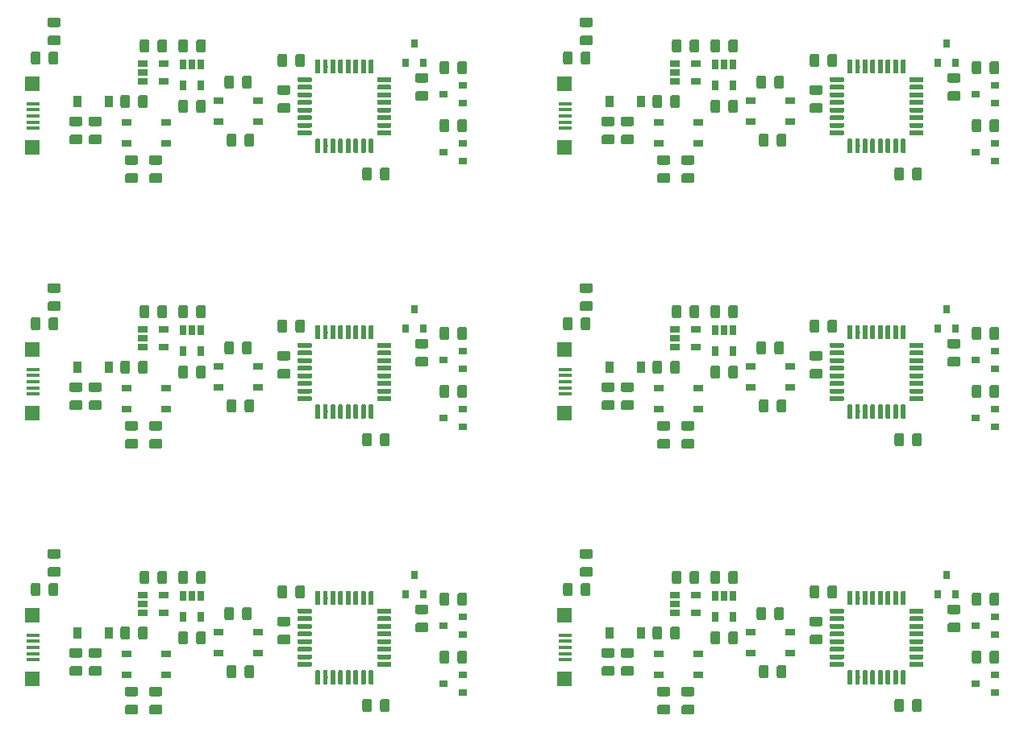
<source format=gbr>
G04 #@! TF.GenerationSoftware,KiCad,Pcbnew,(5.1.4)-1*
G04 #@! TF.CreationDate,2020-09-18T21:31:58+02:00*
G04 #@! TF.ProjectId,cheapFeather,63686561-7046-4656-9174-6865722e6b69,rev?*
G04 #@! TF.SameCoordinates,Original*
G04 #@! TF.FileFunction,Paste,Top*
G04 #@! TF.FilePolarity,Positive*
%FSLAX46Y46*%
G04 Gerber Fmt 4.6, Leading zero omitted, Abs format (unit mm)*
G04 Created by KiCad (PCBNEW (5.1.4)-1) date 2020-09-18 21:31:58*
%MOMM*%
%LPD*%
G04 APERTURE LIST*
%ADD10R,1.600000X1.600000*%
%ADD11R,1.350000X0.400000*%
%ADD12C,0.100000*%
%ADD13C,0.975000*%
%ADD14R,0.800000X0.900000*%
%ADD15R,1.060000X0.650000*%
%ADD16R,0.900000X0.800000*%
%ADD17R,0.650000X1.060000*%
%ADD18R,1.050000X0.650000*%
%ADD19C,0.500000*%
%ADD20R,0.900000X1.200000*%
G04 APERTURE END LIST*
D10*
X123406000Y-63040000D03*
X123406000Y-56340000D03*
D11*
X123526000Y-60990000D03*
X123526000Y-60340000D03*
X123531000Y-59690000D03*
X123531000Y-59040000D03*
X123531000Y-58390000D03*
D12*
G36*
X160717142Y-65087174D02*
G01*
X160740803Y-65090684D01*
X160764007Y-65096496D01*
X160786529Y-65104554D01*
X160808153Y-65114782D01*
X160828670Y-65127079D01*
X160847883Y-65141329D01*
X160865607Y-65157393D01*
X160881671Y-65175117D01*
X160895921Y-65194330D01*
X160908218Y-65214847D01*
X160918446Y-65236471D01*
X160926504Y-65258993D01*
X160932316Y-65282197D01*
X160935826Y-65305858D01*
X160937000Y-65329750D01*
X160937000Y-66242250D01*
X160935826Y-66266142D01*
X160932316Y-66289803D01*
X160926504Y-66313007D01*
X160918446Y-66335529D01*
X160908218Y-66357153D01*
X160895921Y-66377670D01*
X160881671Y-66396883D01*
X160865607Y-66414607D01*
X160847883Y-66430671D01*
X160828670Y-66444921D01*
X160808153Y-66457218D01*
X160786529Y-66467446D01*
X160764007Y-66475504D01*
X160740803Y-66481316D01*
X160717142Y-66484826D01*
X160693250Y-66486000D01*
X160205750Y-66486000D01*
X160181858Y-66484826D01*
X160158197Y-66481316D01*
X160134993Y-66475504D01*
X160112471Y-66467446D01*
X160090847Y-66457218D01*
X160070330Y-66444921D01*
X160051117Y-66430671D01*
X160033393Y-66414607D01*
X160017329Y-66396883D01*
X160003079Y-66377670D01*
X159990782Y-66357153D01*
X159980554Y-66335529D01*
X159972496Y-66313007D01*
X159966684Y-66289803D01*
X159963174Y-66266142D01*
X159962000Y-66242250D01*
X159962000Y-65329750D01*
X159963174Y-65305858D01*
X159966684Y-65282197D01*
X159972496Y-65258993D01*
X159980554Y-65236471D01*
X159990782Y-65214847D01*
X160003079Y-65194330D01*
X160017329Y-65175117D01*
X160033393Y-65157393D01*
X160051117Y-65141329D01*
X160070330Y-65127079D01*
X160090847Y-65114782D01*
X160112471Y-65104554D01*
X160134993Y-65096496D01*
X160158197Y-65090684D01*
X160181858Y-65087174D01*
X160205750Y-65086000D01*
X160693250Y-65086000D01*
X160717142Y-65087174D01*
X160717142Y-65087174D01*
G37*
D13*
X160449500Y-65786000D03*
D12*
G36*
X158842142Y-65087174D02*
G01*
X158865803Y-65090684D01*
X158889007Y-65096496D01*
X158911529Y-65104554D01*
X158933153Y-65114782D01*
X158953670Y-65127079D01*
X158972883Y-65141329D01*
X158990607Y-65157393D01*
X159006671Y-65175117D01*
X159020921Y-65194330D01*
X159033218Y-65214847D01*
X159043446Y-65236471D01*
X159051504Y-65258993D01*
X159057316Y-65282197D01*
X159060826Y-65305858D01*
X159062000Y-65329750D01*
X159062000Y-66242250D01*
X159060826Y-66266142D01*
X159057316Y-66289803D01*
X159051504Y-66313007D01*
X159043446Y-66335529D01*
X159033218Y-66357153D01*
X159020921Y-66377670D01*
X159006671Y-66396883D01*
X158990607Y-66414607D01*
X158972883Y-66430671D01*
X158953670Y-66444921D01*
X158933153Y-66457218D01*
X158911529Y-66467446D01*
X158889007Y-66475504D01*
X158865803Y-66481316D01*
X158842142Y-66484826D01*
X158818250Y-66486000D01*
X158330750Y-66486000D01*
X158306858Y-66484826D01*
X158283197Y-66481316D01*
X158259993Y-66475504D01*
X158237471Y-66467446D01*
X158215847Y-66457218D01*
X158195330Y-66444921D01*
X158176117Y-66430671D01*
X158158393Y-66414607D01*
X158142329Y-66396883D01*
X158128079Y-66377670D01*
X158115782Y-66357153D01*
X158105554Y-66335529D01*
X158097496Y-66313007D01*
X158091684Y-66289803D01*
X158088174Y-66266142D01*
X158087000Y-66242250D01*
X158087000Y-65329750D01*
X158088174Y-65305858D01*
X158091684Y-65282197D01*
X158097496Y-65258993D01*
X158105554Y-65236471D01*
X158115782Y-65214847D01*
X158128079Y-65194330D01*
X158142329Y-65175117D01*
X158158393Y-65157393D01*
X158176117Y-65141329D01*
X158195330Y-65127079D01*
X158215847Y-65114782D01*
X158237471Y-65104554D01*
X158259993Y-65096496D01*
X158283197Y-65090684D01*
X158306858Y-65087174D01*
X158330750Y-65086000D01*
X158818250Y-65086000D01*
X158842142Y-65087174D01*
X158842142Y-65087174D01*
G37*
D13*
X158574500Y-65786000D03*
D12*
G36*
X135474142Y-51625174D02*
G01*
X135497803Y-51628684D01*
X135521007Y-51634496D01*
X135543529Y-51642554D01*
X135565153Y-51652782D01*
X135585670Y-51665079D01*
X135604883Y-51679329D01*
X135622607Y-51695393D01*
X135638671Y-51713117D01*
X135652921Y-51732330D01*
X135665218Y-51752847D01*
X135675446Y-51774471D01*
X135683504Y-51796993D01*
X135689316Y-51820197D01*
X135692826Y-51843858D01*
X135694000Y-51867750D01*
X135694000Y-52780250D01*
X135692826Y-52804142D01*
X135689316Y-52827803D01*
X135683504Y-52851007D01*
X135675446Y-52873529D01*
X135665218Y-52895153D01*
X135652921Y-52915670D01*
X135638671Y-52934883D01*
X135622607Y-52952607D01*
X135604883Y-52968671D01*
X135585670Y-52982921D01*
X135565153Y-52995218D01*
X135543529Y-53005446D01*
X135521007Y-53013504D01*
X135497803Y-53019316D01*
X135474142Y-53022826D01*
X135450250Y-53024000D01*
X134962750Y-53024000D01*
X134938858Y-53022826D01*
X134915197Y-53019316D01*
X134891993Y-53013504D01*
X134869471Y-53005446D01*
X134847847Y-52995218D01*
X134827330Y-52982921D01*
X134808117Y-52968671D01*
X134790393Y-52952607D01*
X134774329Y-52934883D01*
X134760079Y-52915670D01*
X134747782Y-52895153D01*
X134737554Y-52873529D01*
X134729496Y-52851007D01*
X134723684Y-52827803D01*
X134720174Y-52804142D01*
X134719000Y-52780250D01*
X134719000Y-51867750D01*
X134720174Y-51843858D01*
X134723684Y-51820197D01*
X134729496Y-51796993D01*
X134737554Y-51774471D01*
X134747782Y-51752847D01*
X134760079Y-51732330D01*
X134774329Y-51713117D01*
X134790393Y-51695393D01*
X134808117Y-51679329D01*
X134827330Y-51665079D01*
X134847847Y-51652782D01*
X134869471Y-51642554D01*
X134891993Y-51634496D01*
X134915197Y-51628684D01*
X134938858Y-51625174D01*
X134962750Y-51624000D01*
X135450250Y-51624000D01*
X135474142Y-51625174D01*
X135474142Y-51625174D01*
G37*
D13*
X135206500Y-52324000D03*
D12*
G36*
X137349142Y-51625174D02*
G01*
X137372803Y-51628684D01*
X137396007Y-51634496D01*
X137418529Y-51642554D01*
X137440153Y-51652782D01*
X137460670Y-51665079D01*
X137479883Y-51679329D01*
X137497607Y-51695393D01*
X137513671Y-51713117D01*
X137527921Y-51732330D01*
X137540218Y-51752847D01*
X137550446Y-51774471D01*
X137558504Y-51796993D01*
X137564316Y-51820197D01*
X137567826Y-51843858D01*
X137569000Y-51867750D01*
X137569000Y-52780250D01*
X137567826Y-52804142D01*
X137564316Y-52827803D01*
X137558504Y-52851007D01*
X137550446Y-52873529D01*
X137540218Y-52895153D01*
X137527921Y-52915670D01*
X137513671Y-52934883D01*
X137497607Y-52952607D01*
X137479883Y-52968671D01*
X137460670Y-52982921D01*
X137440153Y-52995218D01*
X137418529Y-53005446D01*
X137396007Y-53013504D01*
X137372803Y-53019316D01*
X137349142Y-53022826D01*
X137325250Y-53024000D01*
X136837750Y-53024000D01*
X136813858Y-53022826D01*
X136790197Y-53019316D01*
X136766993Y-53013504D01*
X136744471Y-53005446D01*
X136722847Y-52995218D01*
X136702330Y-52982921D01*
X136683117Y-52968671D01*
X136665393Y-52952607D01*
X136649329Y-52934883D01*
X136635079Y-52915670D01*
X136622782Y-52895153D01*
X136612554Y-52873529D01*
X136604496Y-52851007D01*
X136598684Y-52827803D01*
X136595174Y-52804142D01*
X136594000Y-52780250D01*
X136594000Y-51867750D01*
X136595174Y-51843858D01*
X136598684Y-51820197D01*
X136604496Y-51796993D01*
X136612554Y-51774471D01*
X136622782Y-51752847D01*
X136635079Y-51732330D01*
X136649329Y-51713117D01*
X136665393Y-51695393D01*
X136683117Y-51679329D01*
X136702330Y-51665079D01*
X136722847Y-51652782D01*
X136744471Y-51642554D01*
X136766993Y-51634496D01*
X136790197Y-51628684D01*
X136813858Y-51625174D01*
X136837750Y-51624000D01*
X137325250Y-51624000D01*
X137349142Y-51625174D01*
X137349142Y-51625174D01*
G37*
D13*
X137081500Y-52324000D03*
D14*
X163576000Y-52086000D03*
X164526000Y-54086000D03*
X162626000Y-54086000D03*
D15*
X137244000Y-54168000D03*
X137244000Y-56068000D03*
X135044000Y-56068000D03*
X135044000Y-55118000D03*
X135044000Y-54168000D03*
D12*
G36*
X144618142Y-61531174D02*
G01*
X144641803Y-61534684D01*
X144665007Y-61540496D01*
X144687529Y-61548554D01*
X144709153Y-61558782D01*
X144729670Y-61571079D01*
X144748883Y-61585329D01*
X144766607Y-61601393D01*
X144782671Y-61619117D01*
X144796921Y-61638330D01*
X144809218Y-61658847D01*
X144819446Y-61680471D01*
X144827504Y-61702993D01*
X144833316Y-61726197D01*
X144836826Y-61749858D01*
X144838000Y-61773750D01*
X144838000Y-62686250D01*
X144836826Y-62710142D01*
X144833316Y-62733803D01*
X144827504Y-62757007D01*
X144819446Y-62779529D01*
X144809218Y-62801153D01*
X144796921Y-62821670D01*
X144782671Y-62840883D01*
X144766607Y-62858607D01*
X144748883Y-62874671D01*
X144729670Y-62888921D01*
X144709153Y-62901218D01*
X144687529Y-62911446D01*
X144665007Y-62919504D01*
X144641803Y-62925316D01*
X144618142Y-62928826D01*
X144594250Y-62930000D01*
X144106750Y-62930000D01*
X144082858Y-62928826D01*
X144059197Y-62925316D01*
X144035993Y-62919504D01*
X144013471Y-62911446D01*
X143991847Y-62901218D01*
X143971330Y-62888921D01*
X143952117Y-62874671D01*
X143934393Y-62858607D01*
X143918329Y-62840883D01*
X143904079Y-62821670D01*
X143891782Y-62801153D01*
X143881554Y-62779529D01*
X143873496Y-62757007D01*
X143867684Y-62733803D01*
X143864174Y-62710142D01*
X143863000Y-62686250D01*
X143863000Y-61773750D01*
X143864174Y-61749858D01*
X143867684Y-61726197D01*
X143873496Y-61702993D01*
X143881554Y-61680471D01*
X143891782Y-61658847D01*
X143904079Y-61638330D01*
X143918329Y-61619117D01*
X143934393Y-61601393D01*
X143952117Y-61585329D01*
X143971330Y-61571079D01*
X143991847Y-61558782D01*
X144013471Y-61548554D01*
X144035993Y-61540496D01*
X144059197Y-61534684D01*
X144082858Y-61531174D01*
X144106750Y-61530000D01*
X144594250Y-61530000D01*
X144618142Y-61531174D01*
X144618142Y-61531174D01*
G37*
D13*
X144350500Y-62230000D03*
D12*
G36*
X146493142Y-61531174D02*
G01*
X146516803Y-61534684D01*
X146540007Y-61540496D01*
X146562529Y-61548554D01*
X146584153Y-61558782D01*
X146604670Y-61571079D01*
X146623883Y-61585329D01*
X146641607Y-61601393D01*
X146657671Y-61619117D01*
X146671921Y-61638330D01*
X146684218Y-61658847D01*
X146694446Y-61680471D01*
X146702504Y-61702993D01*
X146708316Y-61726197D01*
X146711826Y-61749858D01*
X146713000Y-61773750D01*
X146713000Y-62686250D01*
X146711826Y-62710142D01*
X146708316Y-62733803D01*
X146702504Y-62757007D01*
X146694446Y-62779529D01*
X146684218Y-62801153D01*
X146671921Y-62821670D01*
X146657671Y-62840883D01*
X146641607Y-62858607D01*
X146623883Y-62874671D01*
X146604670Y-62888921D01*
X146584153Y-62901218D01*
X146562529Y-62911446D01*
X146540007Y-62919504D01*
X146516803Y-62925316D01*
X146493142Y-62928826D01*
X146469250Y-62930000D01*
X145981750Y-62930000D01*
X145957858Y-62928826D01*
X145934197Y-62925316D01*
X145910993Y-62919504D01*
X145888471Y-62911446D01*
X145866847Y-62901218D01*
X145846330Y-62888921D01*
X145827117Y-62874671D01*
X145809393Y-62858607D01*
X145793329Y-62840883D01*
X145779079Y-62821670D01*
X145766782Y-62801153D01*
X145756554Y-62779529D01*
X145748496Y-62757007D01*
X145742684Y-62733803D01*
X145739174Y-62710142D01*
X145738000Y-62686250D01*
X145738000Y-61773750D01*
X145739174Y-61749858D01*
X145742684Y-61726197D01*
X145748496Y-61702993D01*
X145756554Y-61680471D01*
X145766782Y-61658847D01*
X145779079Y-61638330D01*
X145793329Y-61619117D01*
X145809393Y-61601393D01*
X145827117Y-61585329D01*
X145846330Y-61571079D01*
X145866847Y-61558782D01*
X145888471Y-61548554D01*
X145910993Y-61540496D01*
X145934197Y-61534684D01*
X145957858Y-61531174D01*
X145981750Y-61530000D01*
X146469250Y-61530000D01*
X146493142Y-61531174D01*
X146493142Y-61531174D01*
G37*
D13*
X146225500Y-62230000D03*
D12*
G36*
X149952142Y-53149174D02*
G01*
X149975803Y-53152684D01*
X149999007Y-53158496D01*
X150021529Y-53166554D01*
X150043153Y-53176782D01*
X150063670Y-53189079D01*
X150082883Y-53203329D01*
X150100607Y-53219393D01*
X150116671Y-53237117D01*
X150130921Y-53256330D01*
X150143218Y-53276847D01*
X150153446Y-53298471D01*
X150161504Y-53320993D01*
X150167316Y-53344197D01*
X150170826Y-53367858D01*
X150172000Y-53391750D01*
X150172000Y-54304250D01*
X150170826Y-54328142D01*
X150167316Y-54351803D01*
X150161504Y-54375007D01*
X150153446Y-54397529D01*
X150143218Y-54419153D01*
X150130921Y-54439670D01*
X150116671Y-54458883D01*
X150100607Y-54476607D01*
X150082883Y-54492671D01*
X150063670Y-54506921D01*
X150043153Y-54519218D01*
X150021529Y-54529446D01*
X149999007Y-54537504D01*
X149975803Y-54543316D01*
X149952142Y-54546826D01*
X149928250Y-54548000D01*
X149440750Y-54548000D01*
X149416858Y-54546826D01*
X149393197Y-54543316D01*
X149369993Y-54537504D01*
X149347471Y-54529446D01*
X149325847Y-54519218D01*
X149305330Y-54506921D01*
X149286117Y-54492671D01*
X149268393Y-54476607D01*
X149252329Y-54458883D01*
X149238079Y-54439670D01*
X149225782Y-54419153D01*
X149215554Y-54397529D01*
X149207496Y-54375007D01*
X149201684Y-54351803D01*
X149198174Y-54328142D01*
X149197000Y-54304250D01*
X149197000Y-53391750D01*
X149198174Y-53367858D01*
X149201684Y-53344197D01*
X149207496Y-53320993D01*
X149215554Y-53298471D01*
X149225782Y-53276847D01*
X149238079Y-53256330D01*
X149252329Y-53237117D01*
X149268393Y-53219393D01*
X149286117Y-53203329D01*
X149305330Y-53189079D01*
X149325847Y-53176782D01*
X149347471Y-53166554D01*
X149369993Y-53158496D01*
X149393197Y-53152684D01*
X149416858Y-53149174D01*
X149440750Y-53148000D01*
X149928250Y-53148000D01*
X149952142Y-53149174D01*
X149952142Y-53149174D01*
G37*
D13*
X149684500Y-53848000D03*
D12*
G36*
X151827142Y-53149174D02*
G01*
X151850803Y-53152684D01*
X151874007Y-53158496D01*
X151896529Y-53166554D01*
X151918153Y-53176782D01*
X151938670Y-53189079D01*
X151957883Y-53203329D01*
X151975607Y-53219393D01*
X151991671Y-53237117D01*
X152005921Y-53256330D01*
X152018218Y-53276847D01*
X152028446Y-53298471D01*
X152036504Y-53320993D01*
X152042316Y-53344197D01*
X152045826Y-53367858D01*
X152047000Y-53391750D01*
X152047000Y-54304250D01*
X152045826Y-54328142D01*
X152042316Y-54351803D01*
X152036504Y-54375007D01*
X152028446Y-54397529D01*
X152018218Y-54419153D01*
X152005921Y-54439670D01*
X151991671Y-54458883D01*
X151975607Y-54476607D01*
X151957883Y-54492671D01*
X151938670Y-54506921D01*
X151918153Y-54519218D01*
X151896529Y-54529446D01*
X151874007Y-54537504D01*
X151850803Y-54543316D01*
X151827142Y-54546826D01*
X151803250Y-54548000D01*
X151315750Y-54548000D01*
X151291858Y-54546826D01*
X151268197Y-54543316D01*
X151244993Y-54537504D01*
X151222471Y-54529446D01*
X151200847Y-54519218D01*
X151180330Y-54506921D01*
X151161117Y-54492671D01*
X151143393Y-54476607D01*
X151127329Y-54458883D01*
X151113079Y-54439670D01*
X151100782Y-54419153D01*
X151090554Y-54397529D01*
X151082496Y-54375007D01*
X151076684Y-54351803D01*
X151073174Y-54328142D01*
X151072000Y-54304250D01*
X151072000Y-53391750D01*
X151073174Y-53367858D01*
X151076684Y-53344197D01*
X151082496Y-53320993D01*
X151090554Y-53298471D01*
X151100782Y-53276847D01*
X151113079Y-53256330D01*
X151127329Y-53237117D01*
X151143393Y-53219393D01*
X151161117Y-53203329D01*
X151180330Y-53189079D01*
X151200847Y-53176782D01*
X151222471Y-53166554D01*
X151244993Y-53158496D01*
X151268197Y-53152684D01*
X151291858Y-53149174D01*
X151315750Y-53148000D01*
X151803250Y-53148000D01*
X151827142Y-53149174D01*
X151827142Y-53149174D01*
G37*
D13*
X151559500Y-53848000D03*
D12*
G36*
X136878142Y-63854174D02*
G01*
X136901803Y-63857684D01*
X136925007Y-63863496D01*
X136947529Y-63871554D01*
X136969153Y-63881782D01*
X136989670Y-63894079D01*
X137008883Y-63908329D01*
X137026607Y-63924393D01*
X137042671Y-63942117D01*
X137056921Y-63961330D01*
X137069218Y-63981847D01*
X137079446Y-64003471D01*
X137087504Y-64025993D01*
X137093316Y-64049197D01*
X137096826Y-64072858D01*
X137098000Y-64096750D01*
X137098000Y-64584250D01*
X137096826Y-64608142D01*
X137093316Y-64631803D01*
X137087504Y-64655007D01*
X137079446Y-64677529D01*
X137069218Y-64699153D01*
X137056921Y-64719670D01*
X137042671Y-64738883D01*
X137026607Y-64756607D01*
X137008883Y-64772671D01*
X136989670Y-64786921D01*
X136969153Y-64799218D01*
X136947529Y-64809446D01*
X136925007Y-64817504D01*
X136901803Y-64823316D01*
X136878142Y-64826826D01*
X136854250Y-64828000D01*
X135941750Y-64828000D01*
X135917858Y-64826826D01*
X135894197Y-64823316D01*
X135870993Y-64817504D01*
X135848471Y-64809446D01*
X135826847Y-64799218D01*
X135806330Y-64786921D01*
X135787117Y-64772671D01*
X135769393Y-64756607D01*
X135753329Y-64738883D01*
X135739079Y-64719670D01*
X135726782Y-64699153D01*
X135716554Y-64677529D01*
X135708496Y-64655007D01*
X135702684Y-64631803D01*
X135699174Y-64608142D01*
X135698000Y-64584250D01*
X135698000Y-64096750D01*
X135699174Y-64072858D01*
X135702684Y-64049197D01*
X135708496Y-64025993D01*
X135716554Y-64003471D01*
X135726782Y-63981847D01*
X135739079Y-63961330D01*
X135753329Y-63942117D01*
X135769393Y-63924393D01*
X135787117Y-63908329D01*
X135806330Y-63894079D01*
X135826847Y-63881782D01*
X135848471Y-63871554D01*
X135870993Y-63863496D01*
X135894197Y-63857684D01*
X135917858Y-63854174D01*
X135941750Y-63853000D01*
X136854250Y-63853000D01*
X136878142Y-63854174D01*
X136878142Y-63854174D01*
G37*
D13*
X136398000Y-64340500D03*
D12*
G36*
X136878142Y-65729174D02*
G01*
X136901803Y-65732684D01*
X136925007Y-65738496D01*
X136947529Y-65746554D01*
X136969153Y-65756782D01*
X136989670Y-65769079D01*
X137008883Y-65783329D01*
X137026607Y-65799393D01*
X137042671Y-65817117D01*
X137056921Y-65836330D01*
X137069218Y-65856847D01*
X137079446Y-65878471D01*
X137087504Y-65900993D01*
X137093316Y-65924197D01*
X137096826Y-65947858D01*
X137098000Y-65971750D01*
X137098000Y-66459250D01*
X137096826Y-66483142D01*
X137093316Y-66506803D01*
X137087504Y-66530007D01*
X137079446Y-66552529D01*
X137069218Y-66574153D01*
X137056921Y-66594670D01*
X137042671Y-66613883D01*
X137026607Y-66631607D01*
X137008883Y-66647671D01*
X136989670Y-66661921D01*
X136969153Y-66674218D01*
X136947529Y-66684446D01*
X136925007Y-66692504D01*
X136901803Y-66698316D01*
X136878142Y-66701826D01*
X136854250Y-66703000D01*
X135941750Y-66703000D01*
X135917858Y-66701826D01*
X135894197Y-66698316D01*
X135870993Y-66692504D01*
X135848471Y-66684446D01*
X135826847Y-66674218D01*
X135806330Y-66661921D01*
X135787117Y-66647671D01*
X135769393Y-66631607D01*
X135753329Y-66613883D01*
X135739079Y-66594670D01*
X135726782Y-66574153D01*
X135716554Y-66552529D01*
X135708496Y-66530007D01*
X135702684Y-66506803D01*
X135699174Y-66483142D01*
X135698000Y-66459250D01*
X135698000Y-65971750D01*
X135699174Y-65947858D01*
X135702684Y-65924197D01*
X135708496Y-65900993D01*
X135716554Y-65878471D01*
X135726782Y-65856847D01*
X135739079Y-65836330D01*
X135753329Y-65817117D01*
X135769393Y-65799393D01*
X135787117Y-65783329D01*
X135806330Y-65769079D01*
X135826847Y-65756782D01*
X135848471Y-65746554D01*
X135870993Y-65738496D01*
X135894197Y-65732684D01*
X135917858Y-65729174D01*
X135941750Y-65728000D01*
X136854250Y-65728000D01*
X136878142Y-65729174D01*
X136878142Y-65729174D01*
G37*
D13*
X136398000Y-66215500D03*
D12*
G36*
X139538142Y-57975174D02*
G01*
X139561803Y-57978684D01*
X139585007Y-57984496D01*
X139607529Y-57992554D01*
X139629153Y-58002782D01*
X139649670Y-58015079D01*
X139668883Y-58029329D01*
X139686607Y-58045393D01*
X139702671Y-58063117D01*
X139716921Y-58082330D01*
X139729218Y-58102847D01*
X139739446Y-58124471D01*
X139747504Y-58146993D01*
X139753316Y-58170197D01*
X139756826Y-58193858D01*
X139758000Y-58217750D01*
X139758000Y-59130250D01*
X139756826Y-59154142D01*
X139753316Y-59177803D01*
X139747504Y-59201007D01*
X139739446Y-59223529D01*
X139729218Y-59245153D01*
X139716921Y-59265670D01*
X139702671Y-59284883D01*
X139686607Y-59302607D01*
X139668883Y-59318671D01*
X139649670Y-59332921D01*
X139629153Y-59345218D01*
X139607529Y-59355446D01*
X139585007Y-59363504D01*
X139561803Y-59369316D01*
X139538142Y-59372826D01*
X139514250Y-59374000D01*
X139026750Y-59374000D01*
X139002858Y-59372826D01*
X138979197Y-59369316D01*
X138955993Y-59363504D01*
X138933471Y-59355446D01*
X138911847Y-59345218D01*
X138891330Y-59332921D01*
X138872117Y-59318671D01*
X138854393Y-59302607D01*
X138838329Y-59284883D01*
X138824079Y-59265670D01*
X138811782Y-59245153D01*
X138801554Y-59223529D01*
X138793496Y-59201007D01*
X138787684Y-59177803D01*
X138784174Y-59154142D01*
X138783000Y-59130250D01*
X138783000Y-58217750D01*
X138784174Y-58193858D01*
X138787684Y-58170197D01*
X138793496Y-58146993D01*
X138801554Y-58124471D01*
X138811782Y-58102847D01*
X138824079Y-58082330D01*
X138838329Y-58063117D01*
X138854393Y-58045393D01*
X138872117Y-58029329D01*
X138891330Y-58015079D01*
X138911847Y-58002782D01*
X138933471Y-57992554D01*
X138955993Y-57984496D01*
X138979197Y-57978684D01*
X139002858Y-57975174D01*
X139026750Y-57974000D01*
X139514250Y-57974000D01*
X139538142Y-57975174D01*
X139538142Y-57975174D01*
G37*
D13*
X139270500Y-58674000D03*
D12*
G36*
X141413142Y-57975174D02*
G01*
X141436803Y-57978684D01*
X141460007Y-57984496D01*
X141482529Y-57992554D01*
X141504153Y-58002782D01*
X141524670Y-58015079D01*
X141543883Y-58029329D01*
X141561607Y-58045393D01*
X141577671Y-58063117D01*
X141591921Y-58082330D01*
X141604218Y-58102847D01*
X141614446Y-58124471D01*
X141622504Y-58146993D01*
X141628316Y-58170197D01*
X141631826Y-58193858D01*
X141633000Y-58217750D01*
X141633000Y-59130250D01*
X141631826Y-59154142D01*
X141628316Y-59177803D01*
X141622504Y-59201007D01*
X141614446Y-59223529D01*
X141604218Y-59245153D01*
X141591921Y-59265670D01*
X141577671Y-59284883D01*
X141561607Y-59302607D01*
X141543883Y-59318671D01*
X141524670Y-59332921D01*
X141504153Y-59345218D01*
X141482529Y-59355446D01*
X141460007Y-59363504D01*
X141436803Y-59369316D01*
X141413142Y-59372826D01*
X141389250Y-59374000D01*
X140901750Y-59374000D01*
X140877858Y-59372826D01*
X140854197Y-59369316D01*
X140830993Y-59363504D01*
X140808471Y-59355446D01*
X140786847Y-59345218D01*
X140766330Y-59332921D01*
X140747117Y-59318671D01*
X140729393Y-59302607D01*
X140713329Y-59284883D01*
X140699079Y-59265670D01*
X140686782Y-59245153D01*
X140676554Y-59223529D01*
X140668496Y-59201007D01*
X140662684Y-59177803D01*
X140659174Y-59154142D01*
X140658000Y-59130250D01*
X140658000Y-58217750D01*
X140659174Y-58193858D01*
X140662684Y-58170197D01*
X140668496Y-58146993D01*
X140676554Y-58124471D01*
X140686782Y-58102847D01*
X140699079Y-58082330D01*
X140713329Y-58063117D01*
X140729393Y-58045393D01*
X140747117Y-58029329D01*
X140766330Y-58015079D01*
X140786847Y-58002782D01*
X140808471Y-57992554D01*
X140830993Y-57984496D01*
X140854197Y-57978684D01*
X140877858Y-57975174D01*
X140901750Y-57974000D01*
X141389250Y-57974000D01*
X141413142Y-57975174D01*
X141413142Y-57975174D01*
G37*
D13*
X141145500Y-58674000D03*
D12*
G36*
X135317142Y-57467174D02*
G01*
X135340803Y-57470684D01*
X135364007Y-57476496D01*
X135386529Y-57484554D01*
X135408153Y-57494782D01*
X135428670Y-57507079D01*
X135447883Y-57521329D01*
X135465607Y-57537393D01*
X135481671Y-57555117D01*
X135495921Y-57574330D01*
X135508218Y-57594847D01*
X135518446Y-57616471D01*
X135526504Y-57638993D01*
X135532316Y-57662197D01*
X135535826Y-57685858D01*
X135537000Y-57709750D01*
X135537000Y-58622250D01*
X135535826Y-58646142D01*
X135532316Y-58669803D01*
X135526504Y-58693007D01*
X135518446Y-58715529D01*
X135508218Y-58737153D01*
X135495921Y-58757670D01*
X135481671Y-58776883D01*
X135465607Y-58794607D01*
X135447883Y-58810671D01*
X135428670Y-58824921D01*
X135408153Y-58837218D01*
X135386529Y-58847446D01*
X135364007Y-58855504D01*
X135340803Y-58861316D01*
X135317142Y-58864826D01*
X135293250Y-58866000D01*
X134805750Y-58866000D01*
X134781858Y-58864826D01*
X134758197Y-58861316D01*
X134734993Y-58855504D01*
X134712471Y-58847446D01*
X134690847Y-58837218D01*
X134670330Y-58824921D01*
X134651117Y-58810671D01*
X134633393Y-58794607D01*
X134617329Y-58776883D01*
X134603079Y-58757670D01*
X134590782Y-58737153D01*
X134580554Y-58715529D01*
X134572496Y-58693007D01*
X134566684Y-58669803D01*
X134563174Y-58646142D01*
X134562000Y-58622250D01*
X134562000Y-57709750D01*
X134563174Y-57685858D01*
X134566684Y-57662197D01*
X134572496Y-57638993D01*
X134580554Y-57616471D01*
X134590782Y-57594847D01*
X134603079Y-57574330D01*
X134617329Y-57555117D01*
X134633393Y-57537393D01*
X134651117Y-57521329D01*
X134670330Y-57507079D01*
X134690847Y-57494782D01*
X134712471Y-57484554D01*
X134734993Y-57476496D01*
X134758197Y-57470684D01*
X134781858Y-57467174D01*
X134805750Y-57466000D01*
X135293250Y-57466000D01*
X135317142Y-57467174D01*
X135317142Y-57467174D01*
G37*
D13*
X135049500Y-58166000D03*
D12*
G36*
X133442142Y-57467174D02*
G01*
X133465803Y-57470684D01*
X133489007Y-57476496D01*
X133511529Y-57484554D01*
X133533153Y-57494782D01*
X133553670Y-57507079D01*
X133572883Y-57521329D01*
X133590607Y-57537393D01*
X133606671Y-57555117D01*
X133620921Y-57574330D01*
X133633218Y-57594847D01*
X133643446Y-57616471D01*
X133651504Y-57638993D01*
X133657316Y-57662197D01*
X133660826Y-57685858D01*
X133662000Y-57709750D01*
X133662000Y-58622250D01*
X133660826Y-58646142D01*
X133657316Y-58669803D01*
X133651504Y-58693007D01*
X133643446Y-58715529D01*
X133633218Y-58737153D01*
X133620921Y-58757670D01*
X133606671Y-58776883D01*
X133590607Y-58794607D01*
X133572883Y-58810671D01*
X133553670Y-58824921D01*
X133533153Y-58837218D01*
X133511529Y-58847446D01*
X133489007Y-58855504D01*
X133465803Y-58861316D01*
X133442142Y-58864826D01*
X133418250Y-58866000D01*
X132930750Y-58866000D01*
X132906858Y-58864826D01*
X132883197Y-58861316D01*
X132859993Y-58855504D01*
X132837471Y-58847446D01*
X132815847Y-58837218D01*
X132795330Y-58824921D01*
X132776117Y-58810671D01*
X132758393Y-58794607D01*
X132742329Y-58776883D01*
X132728079Y-58757670D01*
X132715782Y-58737153D01*
X132705554Y-58715529D01*
X132697496Y-58693007D01*
X132691684Y-58669803D01*
X132688174Y-58646142D01*
X132687000Y-58622250D01*
X132687000Y-57709750D01*
X132688174Y-57685858D01*
X132691684Y-57662197D01*
X132697496Y-57638993D01*
X132705554Y-57616471D01*
X132715782Y-57594847D01*
X132728079Y-57574330D01*
X132742329Y-57555117D01*
X132758393Y-57537393D01*
X132776117Y-57521329D01*
X132795330Y-57507079D01*
X132815847Y-57494782D01*
X132837471Y-57484554D01*
X132859993Y-57476496D01*
X132883197Y-57470684D01*
X132906858Y-57467174D01*
X132930750Y-57466000D01*
X133418250Y-57466000D01*
X133442142Y-57467174D01*
X133442142Y-57467174D01*
G37*
D13*
X133174500Y-58166000D03*
D12*
G36*
X150340142Y-56488174D02*
G01*
X150363803Y-56491684D01*
X150387007Y-56497496D01*
X150409529Y-56505554D01*
X150431153Y-56515782D01*
X150451670Y-56528079D01*
X150470883Y-56542329D01*
X150488607Y-56558393D01*
X150504671Y-56576117D01*
X150518921Y-56595330D01*
X150531218Y-56615847D01*
X150541446Y-56637471D01*
X150549504Y-56659993D01*
X150555316Y-56683197D01*
X150558826Y-56706858D01*
X150560000Y-56730750D01*
X150560000Y-57218250D01*
X150558826Y-57242142D01*
X150555316Y-57265803D01*
X150549504Y-57289007D01*
X150541446Y-57311529D01*
X150531218Y-57333153D01*
X150518921Y-57353670D01*
X150504671Y-57372883D01*
X150488607Y-57390607D01*
X150470883Y-57406671D01*
X150451670Y-57420921D01*
X150431153Y-57433218D01*
X150409529Y-57443446D01*
X150387007Y-57451504D01*
X150363803Y-57457316D01*
X150340142Y-57460826D01*
X150316250Y-57462000D01*
X149403750Y-57462000D01*
X149379858Y-57460826D01*
X149356197Y-57457316D01*
X149332993Y-57451504D01*
X149310471Y-57443446D01*
X149288847Y-57433218D01*
X149268330Y-57420921D01*
X149249117Y-57406671D01*
X149231393Y-57390607D01*
X149215329Y-57372883D01*
X149201079Y-57353670D01*
X149188782Y-57333153D01*
X149178554Y-57311529D01*
X149170496Y-57289007D01*
X149164684Y-57265803D01*
X149161174Y-57242142D01*
X149160000Y-57218250D01*
X149160000Y-56730750D01*
X149161174Y-56706858D01*
X149164684Y-56683197D01*
X149170496Y-56659993D01*
X149178554Y-56637471D01*
X149188782Y-56615847D01*
X149201079Y-56595330D01*
X149215329Y-56576117D01*
X149231393Y-56558393D01*
X149249117Y-56542329D01*
X149268330Y-56528079D01*
X149288847Y-56515782D01*
X149310471Y-56505554D01*
X149332993Y-56497496D01*
X149356197Y-56491684D01*
X149379858Y-56488174D01*
X149403750Y-56487000D01*
X150316250Y-56487000D01*
X150340142Y-56488174D01*
X150340142Y-56488174D01*
G37*
D13*
X149860000Y-56974500D03*
D12*
G36*
X150340142Y-58363174D02*
G01*
X150363803Y-58366684D01*
X150387007Y-58372496D01*
X150409529Y-58380554D01*
X150431153Y-58390782D01*
X150451670Y-58403079D01*
X150470883Y-58417329D01*
X150488607Y-58433393D01*
X150504671Y-58451117D01*
X150518921Y-58470330D01*
X150531218Y-58490847D01*
X150541446Y-58512471D01*
X150549504Y-58534993D01*
X150555316Y-58558197D01*
X150558826Y-58581858D01*
X150560000Y-58605750D01*
X150560000Y-59093250D01*
X150558826Y-59117142D01*
X150555316Y-59140803D01*
X150549504Y-59164007D01*
X150541446Y-59186529D01*
X150531218Y-59208153D01*
X150518921Y-59228670D01*
X150504671Y-59247883D01*
X150488607Y-59265607D01*
X150470883Y-59281671D01*
X150451670Y-59295921D01*
X150431153Y-59308218D01*
X150409529Y-59318446D01*
X150387007Y-59326504D01*
X150363803Y-59332316D01*
X150340142Y-59335826D01*
X150316250Y-59337000D01*
X149403750Y-59337000D01*
X149379858Y-59335826D01*
X149356197Y-59332316D01*
X149332993Y-59326504D01*
X149310471Y-59318446D01*
X149288847Y-59308218D01*
X149268330Y-59295921D01*
X149249117Y-59281671D01*
X149231393Y-59265607D01*
X149215329Y-59247883D01*
X149201079Y-59228670D01*
X149188782Y-59208153D01*
X149178554Y-59186529D01*
X149170496Y-59164007D01*
X149164684Y-59140803D01*
X149161174Y-59117142D01*
X149160000Y-59093250D01*
X149160000Y-58605750D01*
X149161174Y-58581858D01*
X149164684Y-58558197D01*
X149170496Y-58534993D01*
X149178554Y-58512471D01*
X149188782Y-58490847D01*
X149201079Y-58470330D01*
X149215329Y-58451117D01*
X149231393Y-58433393D01*
X149249117Y-58417329D01*
X149268330Y-58403079D01*
X149288847Y-58390782D01*
X149310471Y-58380554D01*
X149332993Y-58372496D01*
X149356197Y-58366684D01*
X149379858Y-58363174D01*
X149403750Y-58362000D01*
X150316250Y-58362000D01*
X150340142Y-58363174D01*
X150340142Y-58363174D01*
G37*
D13*
X149860000Y-58849500D03*
D16*
X166640000Y-57404000D03*
X168640000Y-56454000D03*
X168640000Y-58354000D03*
D17*
X141158000Y-56472000D03*
X139258000Y-56472000D03*
X139258000Y-54272000D03*
X140208000Y-54272000D03*
X141158000Y-54272000D03*
D12*
G36*
X128496142Y-61665174D02*
G01*
X128519803Y-61668684D01*
X128543007Y-61674496D01*
X128565529Y-61682554D01*
X128587153Y-61692782D01*
X128607670Y-61705079D01*
X128626883Y-61719329D01*
X128644607Y-61735393D01*
X128660671Y-61753117D01*
X128674921Y-61772330D01*
X128687218Y-61792847D01*
X128697446Y-61814471D01*
X128705504Y-61836993D01*
X128711316Y-61860197D01*
X128714826Y-61883858D01*
X128716000Y-61907750D01*
X128716000Y-62395250D01*
X128714826Y-62419142D01*
X128711316Y-62442803D01*
X128705504Y-62466007D01*
X128697446Y-62488529D01*
X128687218Y-62510153D01*
X128674921Y-62530670D01*
X128660671Y-62549883D01*
X128644607Y-62567607D01*
X128626883Y-62583671D01*
X128607670Y-62597921D01*
X128587153Y-62610218D01*
X128565529Y-62620446D01*
X128543007Y-62628504D01*
X128519803Y-62634316D01*
X128496142Y-62637826D01*
X128472250Y-62639000D01*
X127559750Y-62639000D01*
X127535858Y-62637826D01*
X127512197Y-62634316D01*
X127488993Y-62628504D01*
X127466471Y-62620446D01*
X127444847Y-62610218D01*
X127424330Y-62597921D01*
X127405117Y-62583671D01*
X127387393Y-62567607D01*
X127371329Y-62549883D01*
X127357079Y-62530670D01*
X127344782Y-62510153D01*
X127334554Y-62488529D01*
X127326496Y-62466007D01*
X127320684Y-62442803D01*
X127317174Y-62419142D01*
X127316000Y-62395250D01*
X127316000Y-61907750D01*
X127317174Y-61883858D01*
X127320684Y-61860197D01*
X127326496Y-61836993D01*
X127334554Y-61814471D01*
X127344782Y-61792847D01*
X127357079Y-61772330D01*
X127371329Y-61753117D01*
X127387393Y-61735393D01*
X127405117Y-61719329D01*
X127424330Y-61705079D01*
X127444847Y-61692782D01*
X127466471Y-61682554D01*
X127488993Y-61674496D01*
X127512197Y-61668684D01*
X127535858Y-61665174D01*
X127559750Y-61664000D01*
X128472250Y-61664000D01*
X128496142Y-61665174D01*
X128496142Y-61665174D01*
G37*
D13*
X128016000Y-62151500D03*
D12*
G36*
X128496142Y-59790174D02*
G01*
X128519803Y-59793684D01*
X128543007Y-59799496D01*
X128565529Y-59807554D01*
X128587153Y-59817782D01*
X128607670Y-59830079D01*
X128626883Y-59844329D01*
X128644607Y-59860393D01*
X128660671Y-59878117D01*
X128674921Y-59897330D01*
X128687218Y-59917847D01*
X128697446Y-59939471D01*
X128705504Y-59961993D01*
X128711316Y-59985197D01*
X128714826Y-60008858D01*
X128716000Y-60032750D01*
X128716000Y-60520250D01*
X128714826Y-60544142D01*
X128711316Y-60567803D01*
X128705504Y-60591007D01*
X128697446Y-60613529D01*
X128687218Y-60635153D01*
X128674921Y-60655670D01*
X128660671Y-60674883D01*
X128644607Y-60692607D01*
X128626883Y-60708671D01*
X128607670Y-60722921D01*
X128587153Y-60735218D01*
X128565529Y-60745446D01*
X128543007Y-60753504D01*
X128519803Y-60759316D01*
X128496142Y-60762826D01*
X128472250Y-60764000D01*
X127559750Y-60764000D01*
X127535858Y-60762826D01*
X127512197Y-60759316D01*
X127488993Y-60753504D01*
X127466471Y-60745446D01*
X127444847Y-60735218D01*
X127424330Y-60722921D01*
X127405117Y-60708671D01*
X127387393Y-60692607D01*
X127371329Y-60674883D01*
X127357079Y-60655670D01*
X127344782Y-60635153D01*
X127334554Y-60613529D01*
X127326496Y-60591007D01*
X127320684Y-60567803D01*
X127317174Y-60544142D01*
X127316000Y-60520250D01*
X127316000Y-60032750D01*
X127317174Y-60008858D01*
X127320684Y-59985197D01*
X127326496Y-59961993D01*
X127334554Y-59939471D01*
X127344782Y-59917847D01*
X127357079Y-59897330D01*
X127371329Y-59878117D01*
X127387393Y-59860393D01*
X127405117Y-59844329D01*
X127424330Y-59830079D01*
X127444847Y-59817782D01*
X127466471Y-59807554D01*
X127488993Y-59799496D01*
X127512197Y-59793684D01*
X127535858Y-59790174D01*
X127559750Y-59789000D01*
X128472250Y-59789000D01*
X128496142Y-59790174D01*
X128496142Y-59790174D01*
G37*
D13*
X128016000Y-60276500D03*
D12*
G36*
X134338142Y-65729174D02*
G01*
X134361803Y-65732684D01*
X134385007Y-65738496D01*
X134407529Y-65746554D01*
X134429153Y-65756782D01*
X134449670Y-65769079D01*
X134468883Y-65783329D01*
X134486607Y-65799393D01*
X134502671Y-65817117D01*
X134516921Y-65836330D01*
X134529218Y-65856847D01*
X134539446Y-65878471D01*
X134547504Y-65900993D01*
X134553316Y-65924197D01*
X134556826Y-65947858D01*
X134558000Y-65971750D01*
X134558000Y-66459250D01*
X134556826Y-66483142D01*
X134553316Y-66506803D01*
X134547504Y-66530007D01*
X134539446Y-66552529D01*
X134529218Y-66574153D01*
X134516921Y-66594670D01*
X134502671Y-66613883D01*
X134486607Y-66631607D01*
X134468883Y-66647671D01*
X134449670Y-66661921D01*
X134429153Y-66674218D01*
X134407529Y-66684446D01*
X134385007Y-66692504D01*
X134361803Y-66698316D01*
X134338142Y-66701826D01*
X134314250Y-66703000D01*
X133401750Y-66703000D01*
X133377858Y-66701826D01*
X133354197Y-66698316D01*
X133330993Y-66692504D01*
X133308471Y-66684446D01*
X133286847Y-66674218D01*
X133266330Y-66661921D01*
X133247117Y-66647671D01*
X133229393Y-66631607D01*
X133213329Y-66613883D01*
X133199079Y-66594670D01*
X133186782Y-66574153D01*
X133176554Y-66552529D01*
X133168496Y-66530007D01*
X133162684Y-66506803D01*
X133159174Y-66483142D01*
X133158000Y-66459250D01*
X133158000Y-65971750D01*
X133159174Y-65947858D01*
X133162684Y-65924197D01*
X133168496Y-65900993D01*
X133176554Y-65878471D01*
X133186782Y-65856847D01*
X133199079Y-65836330D01*
X133213329Y-65817117D01*
X133229393Y-65799393D01*
X133247117Y-65783329D01*
X133266330Y-65769079D01*
X133286847Y-65756782D01*
X133308471Y-65746554D01*
X133330993Y-65738496D01*
X133354197Y-65732684D01*
X133377858Y-65729174D01*
X133401750Y-65728000D01*
X134314250Y-65728000D01*
X134338142Y-65729174D01*
X134338142Y-65729174D01*
G37*
D13*
X133858000Y-66215500D03*
D12*
G36*
X134338142Y-63854174D02*
G01*
X134361803Y-63857684D01*
X134385007Y-63863496D01*
X134407529Y-63871554D01*
X134429153Y-63881782D01*
X134449670Y-63894079D01*
X134468883Y-63908329D01*
X134486607Y-63924393D01*
X134502671Y-63942117D01*
X134516921Y-63961330D01*
X134529218Y-63981847D01*
X134539446Y-64003471D01*
X134547504Y-64025993D01*
X134553316Y-64049197D01*
X134556826Y-64072858D01*
X134558000Y-64096750D01*
X134558000Y-64584250D01*
X134556826Y-64608142D01*
X134553316Y-64631803D01*
X134547504Y-64655007D01*
X134539446Y-64677529D01*
X134529218Y-64699153D01*
X134516921Y-64719670D01*
X134502671Y-64738883D01*
X134486607Y-64756607D01*
X134468883Y-64772671D01*
X134449670Y-64786921D01*
X134429153Y-64799218D01*
X134407529Y-64809446D01*
X134385007Y-64817504D01*
X134361803Y-64823316D01*
X134338142Y-64826826D01*
X134314250Y-64828000D01*
X133401750Y-64828000D01*
X133377858Y-64826826D01*
X133354197Y-64823316D01*
X133330993Y-64817504D01*
X133308471Y-64809446D01*
X133286847Y-64799218D01*
X133266330Y-64786921D01*
X133247117Y-64772671D01*
X133229393Y-64756607D01*
X133213329Y-64738883D01*
X133199079Y-64719670D01*
X133186782Y-64699153D01*
X133176554Y-64677529D01*
X133168496Y-64655007D01*
X133162684Y-64631803D01*
X133159174Y-64608142D01*
X133158000Y-64584250D01*
X133158000Y-64096750D01*
X133159174Y-64072858D01*
X133162684Y-64049197D01*
X133168496Y-64025993D01*
X133176554Y-64003471D01*
X133186782Y-63981847D01*
X133199079Y-63961330D01*
X133213329Y-63942117D01*
X133229393Y-63924393D01*
X133247117Y-63908329D01*
X133266330Y-63894079D01*
X133286847Y-63881782D01*
X133308471Y-63871554D01*
X133330993Y-63863496D01*
X133354197Y-63857684D01*
X133377858Y-63854174D01*
X133401750Y-63853000D01*
X134314250Y-63853000D01*
X134338142Y-63854174D01*
X134338142Y-63854174D01*
G37*
D13*
X133858000Y-64340500D03*
D18*
X142959000Y-58107000D03*
X147109000Y-58107000D03*
X142959000Y-60257000D03*
X147109000Y-60257000D03*
D12*
G36*
X146239142Y-55435174D02*
G01*
X146262803Y-55438684D01*
X146286007Y-55444496D01*
X146308529Y-55452554D01*
X146330153Y-55462782D01*
X146350670Y-55475079D01*
X146369883Y-55489329D01*
X146387607Y-55505393D01*
X146403671Y-55523117D01*
X146417921Y-55542330D01*
X146430218Y-55562847D01*
X146440446Y-55584471D01*
X146448504Y-55606993D01*
X146454316Y-55630197D01*
X146457826Y-55653858D01*
X146459000Y-55677750D01*
X146459000Y-56590250D01*
X146457826Y-56614142D01*
X146454316Y-56637803D01*
X146448504Y-56661007D01*
X146440446Y-56683529D01*
X146430218Y-56705153D01*
X146417921Y-56725670D01*
X146403671Y-56744883D01*
X146387607Y-56762607D01*
X146369883Y-56778671D01*
X146350670Y-56792921D01*
X146330153Y-56805218D01*
X146308529Y-56815446D01*
X146286007Y-56823504D01*
X146262803Y-56829316D01*
X146239142Y-56832826D01*
X146215250Y-56834000D01*
X145727750Y-56834000D01*
X145703858Y-56832826D01*
X145680197Y-56829316D01*
X145656993Y-56823504D01*
X145634471Y-56815446D01*
X145612847Y-56805218D01*
X145592330Y-56792921D01*
X145573117Y-56778671D01*
X145555393Y-56762607D01*
X145539329Y-56744883D01*
X145525079Y-56725670D01*
X145512782Y-56705153D01*
X145502554Y-56683529D01*
X145494496Y-56661007D01*
X145488684Y-56637803D01*
X145485174Y-56614142D01*
X145484000Y-56590250D01*
X145484000Y-55677750D01*
X145485174Y-55653858D01*
X145488684Y-55630197D01*
X145494496Y-55606993D01*
X145502554Y-55584471D01*
X145512782Y-55562847D01*
X145525079Y-55542330D01*
X145539329Y-55523117D01*
X145555393Y-55505393D01*
X145573117Y-55489329D01*
X145592330Y-55475079D01*
X145612847Y-55462782D01*
X145634471Y-55452554D01*
X145656993Y-55444496D01*
X145680197Y-55438684D01*
X145703858Y-55435174D01*
X145727750Y-55434000D01*
X146215250Y-55434000D01*
X146239142Y-55435174D01*
X146239142Y-55435174D01*
G37*
D13*
X145971500Y-56134000D03*
D12*
G36*
X144364142Y-55435174D02*
G01*
X144387803Y-55438684D01*
X144411007Y-55444496D01*
X144433529Y-55452554D01*
X144455153Y-55462782D01*
X144475670Y-55475079D01*
X144494883Y-55489329D01*
X144512607Y-55505393D01*
X144528671Y-55523117D01*
X144542921Y-55542330D01*
X144555218Y-55562847D01*
X144565446Y-55584471D01*
X144573504Y-55606993D01*
X144579316Y-55630197D01*
X144582826Y-55653858D01*
X144584000Y-55677750D01*
X144584000Y-56590250D01*
X144582826Y-56614142D01*
X144579316Y-56637803D01*
X144573504Y-56661007D01*
X144565446Y-56683529D01*
X144555218Y-56705153D01*
X144542921Y-56725670D01*
X144528671Y-56744883D01*
X144512607Y-56762607D01*
X144494883Y-56778671D01*
X144475670Y-56792921D01*
X144455153Y-56805218D01*
X144433529Y-56815446D01*
X144411007Y-56823504D01*
X144387803Y-56829316D01*
X144364142Y-56832826D01*
X144340250Y-56834000D01*
X143852750Y-56834000D01*
X143828858Y-56832826D01*
X143805197Y-56829316D01*
X143781993Y-56823504D01*
X143759471Y-56815446D01*
X143737847Y-56805218D01*
X143717330Y-56792921D01*
X143698117Y-56778671D01*
X143680393Y-56762607D01*
X143664329Y-56744883D01*
X143650079Y-56725670D01*
X143637782Y-56705153D01*
X143627554Y-56683529D01*
X143619496Y-56661007D01*
X143613684Y-56637803D01*
X143610174Y-56614142D01*
X143609000Y-56590250D01*
X143609000Y-55677750D01*
X143610174Y-55653858D01*
X143613684Y-55630197D01*
X143619496Y-55606993D01*
X143627554Y-55584471D01*
X143637782Y-55562847D01*
X143650079Y-55542330D01*
X143664329Y-55523117D01*
X143680393Y-55505393D01*
X143698117Y-55489329D01*
X143717330Y-55475079D01*
X143737847Y-55462782D01*
X143759471Y-55452554D01*
X143781993Y-55444496D01*
X143805197Y-55438684D01*
X143828858Y-55435174D01*
X143852750Y-55434000D01*
X144340250Y-55434000D01*
X144364142Y-55435174D01*
X144364142Y-55435174D01*
G37*
D13*
X144096500Y-56134000D03*
D18*
X137457000Y-62543000D03*
X133307000Y-62543000D03*
X137457000Y-60393000D03*
X133307000Y-60393000D03*
D12*
G36*
X130528142Y-61665174D02*
G01*
X130551803Y-61668684D01*
X130575007Y-61674496D01*
X130597529Y-61682554D01*
X130619153Y-61692782D01*
X130639670Y-61705079D01*
X130658883Y-61719329D01*
X130676607Y-61735393D01*
X130692671Y-61753117D01*
X130706921Y-61772330D01*
X130719218Y-61792847D01*
X130729446Y-61814471D01*
X130737504Y-61836993D01*
X130743316Y-61860197D01*
X130746826Y-61883858D01*
X130748000Y-61907750D01*
X130748000Y-62395250D01*
X130746826Y-62419142D01*
X130743316Y-62442803D01*
X130737504Y-62466007D01*
X130729446Y-62488529D01*
X130719218Y-62510153D01*
X130706921Y-62530670D01*
X130692671Y-62549883D01*
X130676607Y-62567607D01*
X130658883Y-62583671D01*
X130639670Y-62597921D01*
X130619153Y-62610218D01*
X130597529Y-62620446D01*
X130575007Y-62628504D01*
X130551803Y-62634316D01*
X130528142Y-62637826D01*
X130504250Y-62639000D01*
X129591750Y-62639000D01*
X129567858Y-62637826D01*
X129544197Y-62634316D01*
X129520993Y-62628504D01*
X129498471Y-62620446D01*
X129476847Y-62610218D01*
X129456330Y-62597921D01*
X129437117Y-62583671D01*
X129419393Y-62567607D01*
X129403329Y-62549883D01*
X129389079Y-62530670D01*
X129376782Y-62510153D01*
X129366554Y-62488529D01*
X129358496Y-62466007D01*
X129352684Y-62442803D01*
X129349174Y-62419142D01*
X129348000Y-62395250D01*
X129348000Y-61907750D01*
X129349174Y-61883858D01*
X129352684Y-61860197D01*
X129358496Y-61836993D01*
X129366554Y-61814471D01*
X129376782Y-61792847D01*
X129389079Y-61772330D01*
X129403329Y-61753117D01*
X129419393Y-61735393D01*
X129437117Y-61719329D01*
X129456330Y-61705079D01*
X129476847Y-61692782D01*
X129498471Y-61682554D01*
X129520993Y-61674496D01*
X129544197Y-61668684D01*
X129567858Y-61665174D01*
X129591750Y-61664000D01*
X130504250Y-61664000D01*
X130528142Y-61665174D01*
X130528142Y-61665174D01*
G37*
D13*
X130048000Y-62151500D03*
D12*
G36*
X130528142Y-59790174D02*
G01*
X130551803Y-59793684D01*
X130575007Y-59799496D01*
X130597529Y-59807554D01*
X130619153Y-59817782D01*
X130639670Y-59830079D01*
X130658883Y-59844329D01*
X130676607Y-59860393D01*
X130692671Y-59878117D01*
X130706921Y-59897330D01*
X130719218Y-59917847D01*
X130729446Y-59939471D01*
X130737504Y-59961993D01*
X130743316Y-59985197D01*
X130746826Y-60008858D01*
X130748000Y-60032750D01*
X130748000Y-60520250D01*
X130746826Y-60544142D01*
X130743316Y-60567803D01*
X130737504Y-60591007D01*
X130729446Y-60613529D01*
X130719218Y-60635153D01*
X130706921Y-60655670D01*
X130692671Y-60674883D01*
X130676607Y-60692607D01*
X130658883Y-60708671D01*
X130639670Y-60722921D01*
X130619153Y-60735218D01*
X130597529Y-60745446D01*
X130575007Y-60753504D01*
X130551803Y-60759316D01*
X130528142Y-60762826D01*
X130504250Y-60764000D01*
X129591750Y-60764000D01*
X129567858Y-60762826D01*
X129544197Y-60759316D01*
X129520993Y-60753504D01*
X129498471Y-60745446D01*
X129476847Y-60735218D01*
X129456330Y-60722921D01*
X129437117Y-60708671D01*
X129419393Y-60692607D01*
X129403329Y-60674883D01*
X129389079Y-60655670D01*
X129376782Y-60635153D01*
X129366554Y-60613529D01*
X129358496Y-60591007D01*
X129352684Y-60567803D01*
X129349174Y-60544142D01*
X129348000Y-60520250D01*
X129348000Y-60032750D01*
X129349174Y-60008858D01*
X129352684Y-59985197D01*
X129358496Y-59961993D01*
X129366554Y-59939471D01*
X129376782Y-59917847D01*
X129389079Y-59897330D01*
X129403329Y-59878117D01*
X129419393Y-59860393D01*
X129437117Y-59844329D01*
X129456330Y-59830079D01*
X129476847Y-59817782D01*
X129498471Y-59807554D01*
X129520993Y-59799496D01*
X129544197Y-59793684D01*
X129567858Y-59790174D01*
X129591750Y-59789000D01*
X130504250Y-59789000D01*
X130528142Y-59790174D01*
X130528142Y-59790174D01*
G37*
D13*
X130048000Y-60276500D03*
D12*
G36*
X139538142Y-51625174D02*
G01*
X139561803Y-51628684D01*
X139585007Y-51634496D01*
X139607529Y-51642554D01*
X139629153Y-51652782D01*
X139649670Y-51665079D01*
X139668883Y-51679329D01*
X139686607Y-51695393D01*
X139702671Y-51713117D01*
X139716921Y-51732330D01*
X139729218Y-51752847D01*
X139739446Y-51774471D01*
X139747504Y-51796993D01*
X139753316Y-51820197D01*
X139756826Y-51843858D01*
X139758000Y-51867750D01*
X139758000Y-52780250D01*
X139756826Y-52804142D01*
X139753316Y-52827803D01*
X139747504Y-52851007D01*
X139739446Y-52873529D01*
X139729218Y-52895153D01*
X139716921Y-52915670D01*
X139702671Y-52934883D01*
X139686607Y-52952607D01*
X139668883Y-52968671D01*
X139649670Y-52982921D01*
X139629153Y-52995218D01*
X139607529Y-53005446D01*
X139585007Y-53013504D01*
X139561803Y-53019316D01*
X139538142Y-53022826D01*
X139514250Y-53024000D01*
X139026750Y-53024000D01*
X139002858Y-53022826D01*
X138979197Y-53019316D01*
X138955993Y-53013504D01*
X138933471Y-53005446D01*
X138911847Y-52995218D01*
X138891330Y-52982921D01*
X138872117Y-52968671D01*
X138854393Y-52952607D01*
X138838329Y-52934883D01*
X138824079Y-52915670D01*
X138811782Y-52895153D01*
X138801554Y-52873529D01*
X138793496Y-52851007D01*
X138787684Y-52827803D01*
X138784174Y-52804142D01*
X138783000Y-52780250D01*
X138783000Y-51867750D01*
X138784174Y-51843858D01*
X138787684Y-51820197D01*
X138793496Y-51796993D01*
X138801554Y-51774471D01*
X138811782Y-51752847D01*
X138824079Y-51732330D01*
X138838329Y-51713117D01*
X138854393Y-51695393D01*
X138872117Y-51679329D01*
X138891330Y-51665079D01*
X138911847Y-51652782D01*
X138933471Y-51642554D01*
X138955993Y-51634496D01*
X138979197Y-51628684D01*
X139002858Y-51625174D01*
X139026750Y-51624000D01*
X139514250Y-51624000D01*
X139538142Y-51625174D01*
X139538142Y-51625174D01*
G37*
D13*
X139270500Y-52324000D03*
D12*
G36*
X141413142Y-51625174D02*
G01*
X141436803Y-51628684D01*
X141460007Y-51634496D01*
X141482529Y-51642554D01*
X141504153Y-51652782D01*
X141524670Y-51665079D01*
X141543883Y-51679329D01*
X141561607Y-51695393D01*
X141577671Y-51713117D01*
X141591921Y-51732330D01*
X141604218Y-51752847D01*
X141614446Y-51774471D01*
X141622504Y-51796993D01*
X141628316Y-51820197D01*
X141631826Y-51843858D01*
X141633000Y-51867750D01*
X141633000Y-52780250D01*
X141631826Y-52804142D01*
X141628316Y-52827803D01*
X141622504Y-52851007D01*
X141614446Y-52873529D01*
X141604218Y-52895153D01*
X141591921Y-52915670D01*
X141577671Y-52934883D01*
X141561607Y-52952607D01*
X141543883Y-52968671D01*
X141524670Y-52982921D01*
X141504153Y-52995218D01*
X141482529Y-53005446D01*
X141460007Y-53013504D01*
X141436803Y-53019316D01*
X141413142Y-53022826D01*
X141389250Y-53024000D01*
X140901750Y-53024000D01*
X140877858Y-53022826D01*
X140854197Y-53019316D01*
X140830993Y-53013504D01*
X140808471Y-53005446D01*
X140786847Y-52995218D01*
X140766330Y-52982921D01*
X140747117Y-52968671D01*
X140729393Y-52952607D01*
X140713329Y-52934883D01*
X140699079Y-52915670D01*
X140686782Y-52895153D01*
X140676554Y-52873529D01*
X140668496Y-52851007D01*
X140662684Y-52827803D01*
X140659174Y-52804142D01*
X140658000Y-52780250D01*
X140658000Y-51867750D01*
X140659174Y-51843858D01*
X140662684Y-51820197D01*
X140668496Y-51796993D01*
X140676554Y-51774471D01*
X140686782Y-51752847D01*
X140699079Y-51732330D01*
X140713329Y-51713117D01*
X140729393Y-51695393D01*
X140747117Y-51679329D01*
X140766330Y-51665079D01*
X140786847Y-51652782D01*
X140808471Y-51642554D01*
X140830993Y-51634496D01*
X140854197Y-51628684D01*
X140877858Y-51625174D01*
X140901750Y-51624000D01*
X141389250Y-51624000D01*
X141413142Y-51625174D01*
X141413142Y-51625174D01*
G37*
D13*
X141145500Y-52324000D03*
D12*
G36*
X168845142Y-60007174D02*
G01*
X168868803Y-60010684D01*
X168892007Y-60016496D01*
X168914529Y-60024554D01*
X168936153Y-60034782D01*
X168956670Y-60047079D01*
X168975883Y-60061329D01*
X168993607Y-60077393D01*
X169009671Y-60095117D01*
X169023921Y-60114330D01*
X169036218Y-60134847D01*
X169046446Y-60156471D01*
X169054504Y-60178993D01*
X169060316Y-60202197D01*
X169063826Y-60225858D01*
X169065000Y-60249750D01*
X169065000Y-61162250D01*
X169063826Y-61186142D01*
X169060316Y-61209803D01*
X169054504Y-61233007D01*
X169046446Y-61255529D01*
X169036218Y-61277153D01*
X169023921Y-61297670D01*
X169009671Y-61316883D01*
X168993607Y-61334607D01*
X168975883Y-61350671D01*
X168956670Y-61364921D01*
X168936153Y-61377218D01*
X168914529Y-61387446D01*
X168892007Y-61395504D01*
X168868803Y-61401316D01*
X168845142Y-61404826D01*
X168821250Y-61406000D01*
X168333750Y-61406000D01*
X168309858Y-61404826D01*
X168286197Y-61401316D01*
X168262993Y-61395504D01*
X168240471Y-61387446D01*
X168218847Y-61377218D01*
X168198330Y-61364921D01*
X168179117Y-61350671D01*
X168161393Y-61334607D01*
X168145329Y-61316883D01*
X168131079Y-61297670D01*
X168118782Y-61277153D01*
X168108554Y-61255529D01*
X168100496Y-61233007D01*
X168094684Y-61209803D01*
X168091174Y-61186142D01*
X168090000Y-61162250D01*
X168090000Y-60249750D01*
X168091174Y-60225858D01*
X168094684Y-60202197D01*
X168100496Y-60178993D01*
X168108554Y-60156471D01*
X168118782Y-60134847D01*
X168131079Y-60114330D01*
X168145329Y-60095117D01*
X168161393Y-60077393D01*
X168179117Y-60061329D01*
X168198330Y-60047079D01*
X168218847Y-60034782D01*
X168240471Y-60024554D01*
X168262993Y-60016496D01*
X168286197Y-60010684D01*
X168309858Y-60007174D01*
X168333750Y-60006000D01*
X168821250Y-60006000D01*
X168845142Y-60007174D01*
X168845142Y-60007174D01*
G37*
D13*
X168577500Y-60706000D03*
D12*
G36*
X166970142Y-60007174D02*
G01*
X166993803Y-60010684D01*
X167017007Y-60016496D01*
X167039529Y-60024554D01*
X167061153Y-60034782D01*
X167081670Y-60047079D01*
X167100883Y-60061329D01*
X167118607Y-60077393D01*
X167134671Y-60095117D01*
X167148921Y-60114330D01*
X167161218Y-60134847D01*
X167171446Y-60156471D01*
X167179504Y-60178993D01*
X167185316Y-60202197D01*
X167188826Y-60225858D01*
X167190000Y-60249750D01*
X167190000Y-61162250D01*
X167188826Y-61186142D01*
X167185316Y-61209803D01*
X167179504Y-61233007D01*
X167171446Y-61255529D01*
X167161218Y-61277153D01*
X167148921Y-61297670D01*
X167134671Y-61316883D01*
X167118607Y-61334607D01*
X167100883Y-61350671D01*
X167081670Y-61364921D01*
X167061153Y-61377218D01*
X167039529Y-61387446D01*
X167017007Y-61395504D01*
X166993803Y-61401316D01*
X166970142Y-61404826D01*
X166946250Y-61406000D01*
X166458750Y-61406000D01*
X166434858Y-61404826D01*
X166411197Y-61401316D01*
X166387993Y-61395504D01*
X166365471Y-61387446D01*
X166343847Y-61377218D01*
X166323330Y-61364921D01*
X166304117Y-61350671D01*
X166286393Y-61334607D01*
X166270329Y-61316883D01*
X166256079Y-61297670D01*
X166243782Y-61277153D01*
X166233554Y-61255529D01*
X166225496Y-61233007D01*
X166219684Y-61209803D01*
X166216174Y-61186142D01*
X166215000Y-61162250D01*
X166215000Y-60249750D01*
X166216174Y-60225858D01*
X166219684Y-60202197D01*
X166225496Y-60178993D01*
X166233554Y-60156471D01*
X166243782Y-60134847D01*
X166256079Y-60114330D01*
X166270329Y-60095117D01*
X166286393Y-60077393D01*
X166304117Y-60061329D01*
X166323330Y-60047079D01*
X166343847Y-60034782D01*
X166365471Y-60024554D01*
X166387993Y-60016496D01*
X166411197Y-60010684D01*
X166434858Y-60007174D01*
X166458750Y-60006000D01*
X166946250Y-60006000D01*
X166970142Y-60007174D01*
X166970142Y-60007174D01*
G37*
D13*
X166702500Y-60706000D03*
D12*
G36*
X168845142Y-53911174D02*
G01*
X168868803Y-53914684D01*
X168892007Y-53920496D01*
X168914529Y-53928554D01*
X168936153Y-53938782D01*
X168956670Y-53951079D01*
X168975883Y-53965329D01*
X168993607Y-53981393D01*
X169009671Y-53999117D01*
X169023921Y-54018330D01*
X169036218Y-54038847D01*
X169046446Y-54060471D01*
X169054504Y-54082993D01*
X169060316Y-54106197D01*
X169063826Y-54129858D01*
X169065000Y-54153750D01*
X169065000Y-55066250D01*
X169063826Y-55090142D01*
X169060316Y-55113803D01*
X169054504Y-55137007D01*
X169046446Y-55159529D01*
X169036218Y-55181153D01*
X169023921Y-55201670D01*
X169009671Y-55220883D01*
X168993607Y-55238607D01*
X168975883Y-55254671D01*
X168956670Y-55268921D01*
X168936153Y-55281218D01*
X168914529Y-55291446D01*
X168892007Y-55299504D01*
X168868803Y-55305316D01*
X168845142Y-55308826D01*
X168821250Y-55310000D01*
X168333750Y-55310000D01*
X168309858Y-55308826D01*
X168286197Y-55305316D01*
X168262993Y-55299504D01*
X168240471Y-55291446D01*
X168218847Y-55281218D01*
X168198330Y-55268921D01*
X168179117Y-55254671D01*
X168161393Y-55238607D01*
X168145329Y-55220883D01*
X168131079Y-55201670D01*
X168118782Y-55181153D01*
X168108554Y-55159529D01*
X168100496Y-55137007D01*
X168094684Y-55113803D01*
X168091174Y-55090142D01*
X168090000Y-55066250D01*
X168090000Y-54153750D01*
X168091174Y-54129858D01*
X168094684Y-54106197D01*
X168100496Y-54082993D01*
X168108554Y-54060471D01*
X168118782Y-54038847D01*
X168131079Y-54018330D01*
X168145329Y-53999117D01*
X168161393Y-53981393D01*
X168179117Y-53965329D01*
X168198330Y-53951079D01*
X168218847Y-53938782D01*
X168240471Y-53928554D01*
X168262993Y-53920496D01*
X168286197Y-53914684D01*
X168309858Y-53911174D01*
X168333750Y-53910000D01*
X168821250Y-53910000D01*
X168845142Y-53911174D01*
X168845142Y-53911174D01*
G37*
D13*
X168577500Y-54610000D03*
D12*
G36*
X166970142Y-53911174D02*
G01*
X166993803Y-53914684D01*
X167017007Y-53920496D01*
X167039529Y-53928554D01*
X167061153Y-53938782D01*
X167081670Y-53951079D01*
X167100883Y-53965329D01*
X167118607Y-53981393D01*
X167134671Y-53999117D01*
X167148921Y-54018330D01*
X167161218Y-54038847D01*
X167171446Y-54060471D01*
X167179504Y-54082993D01*
X167185316Y-54106197D01*
X167188826Y-54129858D01*
X167190000Y-54153750D01*
X167190000Y-55066250D01*
X167188826Y-55090142D01*
X167185316Y-55113803D01*
X167179504Y-55137007D01*
X167171446Y-55159529D01*
X167161218Y-55181153D01*
X167148921Y-55201670D01*
X167134671Y-55220883D01*
X167118607Y-55238607D01*
X167100883Y-55254671D01*
X167081670Y-55268921D01*
X167061153Y-55281218D01*
X167039529Y-55291446D01*
X167017007Y-55299504D01*
X166993803Y-55305316D01*
X166970142Y-55308826D01*
X166946250Y-55310000D01*
X166458750Y-55310000D01*
X166434858Y-55308826D01*
X166411197Y-55305316D01*
X166387993Y-55299504D01*
X166365471Y-55291446D01*
X166343847Y-55281218D01*
X166323330Y-55268921D01*
X166304117Y-55254671D01*
X166286393Y-55238607D01*
X166270329Y-55220883D01*
X166256079Y-55201670D01*
X166243782Y-55181153D01*
X166233554Y-55159529D01*
X166225496Y-55137007D01*
X166219684Y-55113803D01*
X166216174Y-55090142D01*
X166215000Y-55066250D01*
X166215000Y-54153750D01*
X166216174Y-54129858D01*
X166219684Y-54106197D01*
X166225496Y-54082993D01*
X166233554Y-54060471D01*
X166243782Y-54038847D01*
X166256079Y-54018330D01*
X166270329Y-53999117D01*
X166286393Y-53981393D01*
X166304117Y-53965329D01*
X166323330Y-53951079D01*
X166343847Y-53938782D01*
X166365471Y-53928554D01*
X166387993Y-53920496D01*
X166411197Y-53914684D01*
X166434858Y-53911174D01*
X166458750Y-53910000D01*
X166946250Y-53910000D01*
X166970142Y-53911174D01*
X166970142Y-53911174D01*
G37*
D13*
X166702500Y-54610000D03*
D16*
X166640000Y-63500000D03*
X168640000Y-62550000D03*
X168640000Y-64450000D03*
D12*
G36*
X153547252Y-53749602D02*
G01*
X153559386Y-53751402D01*
X153571286Y-53754382D01*
X153582835Y-53758515D01*
X153593925Y-53763760D01*
X153604446Y-53770066D01*
X153614299Y-53777374D01*
X153623388Y-53785612D01*
X153631626Y-53794701D01*
X153638934Y-53804554D01*
X153645240Y-53815075D01*
X153650485Y-53826165D01*
X153654618Y-53837714D01*
X153657598Y-53849614D01*
X153659398Y-53861748D01*
X153660000Y-53874000D01*
X153660000Y-55124000D01*
X153659398Y-55136252D01*
X153657598Y-55148386D01*
X153654618Y-55160286D01*
X153650485Y-55171835D01*
X153645240Y-55182925D01*
X153638934Y-55193446D01*
X153631626Y-55203299D01*
X153623388Y-55212388D01*
X153614299Y-55220626D01*
X153604446Y-55227934D01*
X153593925Y-55234240D01*
X153582835Y-55239485D01*
X153571286Y-55243618D01*
X153559386Y-55246598D01*
X153547252Y-55248398D01*
X153535000Y-55249000D01*
X153285000Y-55249000D01*
X153272748Y-55248398D01*
X153260614Y-55246598D01*
X153248714Y-55243618D01*
X153237165Y-55239485D01*
X153226075Y-55234240D01*
X153215554Y-55227934D01*
X153205701Y-55220626D01*
X153196612Y-55212388D01*
X153188374Y-55203299D01*
X153181066Y-55193446D01*
X153174760Y-55182925D01*
X153169515Y-55171835D01*
X153165382Y-55160286D01*
X153162402Y-55148386D01*
X153160602Y-55136252D01*
X153160000Y-55124000D01*
X153160000Y-53874000D01*
X153160602Y-53861748D01*
X153162402Y-53849614D01*
X153165382Y-53837714D01*
X153169515Y-53826165D01*
X153174760Y-53815075D01*
X153181066Y-53804554D01*
X153188374Y-53794701D01*
X153196612Y-53785612D01*
X153205701Y-53777374D01*
X153215554Y-53770066D01*
X153226075Y-53763760D01*
X153237165Y-53758515D01*
X153248714Y-53754382D01*
X153260614Y-53751402D01*
X153272748Y-53749602D01*
X153285000Y-53749000D01*
X153535000Y-53749000D01*
X153547252Y-53749602D01*
X153547252Y-53749602D01*
G37*
D19*
X153410000Y-54499000D03*
D12*
G36*
X154347252Y-53749602D02*
G01*
X154359386Y-53751402D01*
X154371286Y-53754382D01*
X154382835Y-53758515D01*
X154393925Y-53763760D01*
X154404446Y-53770066D01*
X154414299Y-53777374D01*
X154423388Y-53785612D01*
X154431626Y-53794701D01*
X154438934Y-53804554D01*
X154445240Y-53815075D01*
X154450485Y-53826165D01*
X154454618Y-53837714D01*
X154457598Y-53849614D01*
X154459398Y-53861748D01*
X154460000Y-53874000D01*
X154460000Y-55124000D01*
X154459398Y-55136252D01*
X154457598Y-55148386D01*
X154454618Y-55160286D01*
X154450485Y-55171835D01*
X154445240Y-55182925D01*
X154438934Y-55193446D01*
X154431626Y-55203299D01*
X154423388Y-55212388D01*
X154414299Y-55220626D01*
X154404446Y-55227934D01*
X154393925Y-55234240D01*
X154382835Y-55239485D01*
X154371286Y-55243618D01*
X154359386Y-55246598D01*
X154347252Y-55248398D01*
X154335000Y-55249000D01*
X154085000Y-55249000D01*
X154072748Y-55248398D01*
X154060614Y-55246598D01*
X154048714Y-55243618D01*
X154037165Y-55239485D01*
X154026075Y-55234240D01*
X154015554Y-55227934D01*
X154005701Y-55220626D01*
X153996612Y-55212388D01*
X153988374Y-55203299D01*
X153981066Y-55193446D01*
X153974760Y-55182925D01*
X153969515Y-55171835D01*
X153965382Y-55160286D01*
X153962402Y-55148386D01*
X153960602Y-55136252D01*
X153960000Y-55124000D01*
X153960000Y-53874000D01*
X153960602Y-53861748D01*
X153962402Y-53849614D01*
X153965382Y-53837714D01*
X153969515Y-53826165D01*
X153974760Y-53815075D01*
X153981066Y-53804554D01*
X153988374Y-53794701D01*
X153996612Y-53785612D01*
X154005701Y-53777374D01*
X154015554Y-53770066D01*
X154026075Y-53763760D01*
X154037165Y-53758515D01*
X154048714Y-53754382D01*
X154060614Y-53751402D01*
X154072748Y-53749602D01*
X154085000Y-53749000D01*
X154335000Y-53749000D01*
X154347252Y-53749602D01*
X154347252Y-53749602D01*
G37*
D19*
X154210000Y-54499000D03*
D12*
G36*
X155147252Y-53749602D02*
G01*
X155159386Y-53751402D01*
X155171286Y-53754382D01*
X155182835Y-53758515D01*
X155193925Y-53763760D01*
X155204446Y-53770066D01*
X155214299Y-53777374D01*
X155223388Y-53785612D01*
X155231626Y-53794701D01*
X155238934Y-53804554D01*
X155245240Y-53815075D01*
X155250485Y-53826165D01*
X155254618Y-53837714D01*
X155257598Y-53849614D01*
X155259398Y-53861748D01*
X155260000Y-53874000D01*
X155260000Y-55124000D01*
X155259398Y-55136252D01*
X155257598Y-55148386D01*
X155254618Y-55160286D01*
X155250485Y-55171835D01*
X155245240Y-55182925D01*
X155238934Y-55193446D01*
X155231626Y-55203299D01*
X155223388Y-55212388D01*
X155214299Y-55220626D01*
X155204446Y-55227934D01*
X155193925Y-55234240D01*
X155182835Y-55239485D01*
X155171286Y-55243618D01*
X155159386Y-55246598D01*
X155147252Y-55248398D01*
X155135000Y-55249000D01*
X154885000Y-55249000D01*
X154872748Y-55248398D01*
X154860614Y-55246598D01*
X154848714Y-55243618D01*
X154837165Y-55239485D01*
X154826075Y-55234240D01*
X154815554Y-55227934D01*
X154805701Y-55220626D01*
X154796612Y-55212388D01*
X154788374Y-55203299D01*
X154781066Y-55193446D01*
X154774760Y-55182925D01*
X154769515Y-55171835D01*
X154765382Y-55160286D01*
X154762402Y-55148386D01*
X154760602Y-55136252D01*
X154760000Y-55124000D01*
X154760000Y-53874000D01*
X154760602Y-53861748D01*
X154762402Y-53849614D01*
X154765382Y-53837714D01*
X154769515Y-53826165D01*
X154774760Y-53815075D01*
X154781066Y-53804554D01*
X154788374Y-53794701D01*
X154796612Y-53785612D01*
X154805701Y-53777374D01*
X154815554Y-53770066D01*
X154826075Y-53763760D01*
X154837165Y-53758515D01*
X154848714Y-53754382D01*
X154860614Y-53751402D01*
X154872748Y-53749602D01*
X154885000Y-53749000D01*
X155135000Y-53749000D01*
X155147252Y-53749602D01*
X155147252Y-53749602D01*
G37*
D19*
X155010000Y-54499000D03*
D12*
G36*
X155947252Y-53749602D02*
G01*
X155959386Y-53751402D01*
X155971286Y-53754382D01*
X155982835Y-53758515D01*
X155993925Y-53763760D01*
X156004446Y-53770066D01*
X156014299Y-53777374D01*
X156023388Y-53785612D01*
X156031626Y-53794701D01*
X156038934Y-53804554D01*
X156045240Y-53815075D01*
X156050485Y-53826165D01*
X156054618Y-53837714D01*
X156057598Y-53849614D01*
X156059398Y-53861748D01*
X156060000Y-53874000D01*
X156060000Y-55124000D01*
X156059398Y-55136252D01*
X156057598Y-55148386D01*
X156054618Y-55160286D01*
X156050485Y-55171835D01*
X156045240Y-55182925D01*
X156038934Y-55193446D01*
X156031626Y-55203299D01*
X156023388Y-55212388D01*
X156014299Y-55220626D01*
X156004446Y-55227934D01*
X155993925Y-55234240D01*
X155982835Y-55239485D01*
X155971286Y-55243618D01*
X155959386Y-55246598D01*
X155947252Y-55248398D01*
X155935000Y-55249000D01*
X155685000Y-55249000D01*
X155672748Y-55248398D01*
X155660614Y-55246598D01*
X155648714Y-55243618D01*
X155637165Y-55239485D01*
X155626075Y-55234240D01*
X155615554Y-55227934D01*
X155605701Y-55220626D01*
X155596612Y-55212388D01*
X155588374Y-55203299D01*
X155581066Y-55193446D01*
X155574760Y-55182925D01*
X155569515Y-55171835D01*
X155565382Y-55160286D01*
X155562402Y-55148386D01*
X155560602Y-55136252D01*
X155560000Y-55124000D01*
X155560000Y-53874000D01*
X155560602Y-53861748D01*
X155562402Y-53849614D01*
X155565382Y-53837714D01*
X155569515Y-53826165D01*
X155574760Y-53815075D01*
X155581066Y-53804554D01*
X155588374Y-53794701D01*
X155596612Y-53785612D01*
X155605701Y-53777374D01*
X155615554Y-53770066D01*
X155626075Y-53763760D01*
X155637165Y-53758515D01*
X155648714Y-53754382D01*
X155660614Y-53751402D01*
X155672748Y-53749602D01*
X155685000Y-53749000D01*
X155935000Y-53749000D01*
X155947252Y-53749602D01*
X155947252Y-53749602D01*
G37*
D19*
X155810000Y-54499000D03*
D12*
G36*
X156747252Y-53749602D02*
G01*
X156759386Y-53751402D01*
X156771286Y-53754382D01*
X156782835Y-53758515D01*
X156793925Y-53763760D01*
X156804446Y-53770066D01*
X156814299Y-53777374D01*
X156823388Y-53785612D01*
X156831626Y-53794701D01*
X156838934Y-53804554D01*
X156845240Y-53815075D01*
X156850485Y-53826165D01*
X156854618Y-53837714D01*
X156857598Y-53849614D01*
X156859398Y-53861748D01*
X156860000Y-53874000D01*
X156860000Y-55124000D01*
X156859398Y-55136252D01*
X156857598Y-55148386D01*
X156854618Y-55160286D01*
X156850485Y-55171835D01*
X156845240Y-55182925D01*
X156838934Y-55193446D01*
X156831626Y-55203299D01*
X156823388Y-55212388D01*
X156814299Y-55220626D01*
X156804446Y-55227934D01*
X156793925Y-55234240D01*
X156782835Y-55239485D01*
X156771286Y-55243618D01*
X156759386Y-55246598D01*
X156747252Y-55248398D01*
X156735000Y-55249000D01*
X156485000Y-55249000D01*
X156472748Y-55248398D01*
X156460614Y-55246598D01*
X156448714Y-55243618D01*
X156437165Y-55239485D01*
X156426075Y-55234240D01*
X156415554Y-55227934D01*
X156405701Y-55220626D01*
X156396612Y-55212388D01*
X156388374Y-55203299D01*
X156381066Y-55193446D01*
X156374760Y-55182925D01*
X156369515Y-55171835D01*
X156365382Y-55160286D01*
X156362402Y-55148386D01*
X156360602Y-55136252D01*
X156360000Y-55124000D01*
X156360000Y-53874000D01*
X156360602Y-53861748D01*
X156362402Y-53849614D01*
X156365382Y-53837714D01*
X156369515Y-53826165D01*
X156374760Y-53815075D01*
X156381066Y-53804554D01*
X156388374Y-53794701D01*
X156396612Y-53785612D01*
X156405701Y-53777374D01*
X156415554Y-53770066D01*
X156426075Y-53763760D01*
X156437165Y-53758515D01*
X156448714Y-53754382D01*
X156460614Y-53751402D01*
X156472748Y-53749602D01*
X156485000Y-53749000D01*
X156735000Y-53749000D01*
X156747252Y-53749602D01*
X156747252Y-53749602D01*
G37*
D19*
X156610000Y-54499000D03*
D12*
G36*
X157547252Y-53749602D02*
G01*
X157559386Y-53751402D01*
X157571286Y-53754382D01*
X157582835Y-53758515D01*
X157593925Y-53763760D01*
X157604446Y-53770066D01*
X157614299Y-53777374D01*
X157623388Y-53785612D01*
X157631626Y-53794701D01*
X157638934Y-53804554D01*
X157645240Y-53815075D01*
X157650485Y-53826165D01*
X157654618Y-53837714D01*
X157657598Y-53849614D01*
X157659398Y-53861748D01*
X157660000Y-53874000D01*
X157660000Y-55124000D01*
X157659398Y-55136252D01*
X157657598Y-55148386D01*
X157654618Y-55160286D01*
X157650485Y-55171835D01*
X157645240Y-55182925D01*
X157638934Y-55193446D01*
X157631626Y-55203299D01*
X157623388Y-55212388D01*
X157614299Y-55220626D01*
X157604446Y-55227934D01*
X157593925Y-55234240D01*
X157582835Y-55239485D01*
X157571286Y-55243618D01*
X157559386Y-55246598D01*
X157547252Y-55248398D01*
X157535000Y-55249000D01*
X157285000Y-55249000D01*
X157272748Y-55248398D01*
X157260614Y-55246598D01*
X157248714Y-55243618D01*
X157237165Y-55239485D01*
X157226075Y-55234240D01*
X157215554Y-55227934D01*
X157205701Y-55220626D01*
X157196612Y-55212388D01*
X157188374Y-55203299D01*
X157181066Y-55193446D01*
X157174760Y-55182925D01*
X157169515Y-55171835D01*
X157165382Y-55160286D01*
X157162402Y-55148386D01*
X157160602Y-55136252D01*
X157160000Y-55124000D01*
X157160000Y-53874000D01*
X157160602Y-53861748D01*
X157162402Y-53849614D01*
X157165382Y-53837714D01*
X157169515Y-53826165D01*
X157174760Y-53815075D01*
X157181066Y-53804554D01*
X157188374Y-53794701D01*
X157196612Y-53785612D01*
X157205701Y-53777374D01*
X157215554Y-53770066D01*
X157226075Y-53763760D01*
X157237165Y-53758515D01*
X157248714Y-53754382D01*
X157260614Y-53751402D01*
X157272748Y-53749602D01*
X157285000Y-53749000D01*
X157535000Y-53749000D01*
X157547252Y-53749602D01*
X157547252Y-53749602D01*
G37*
D19*
X157410000Y-54499000D03*
D12*
G36*
X158347252Y-53749602D02*
G01*
X158359386Y-53751402D01*
X158371286Y-53754382D01*
X158382835Y-53758515D01*
X158393925Y-53763760D01*
X158404446Y-53770066D01*
X158414299Y-53777374D01*
X158423388Y-53785612D01*
X158431626Y-53794701D01*
X158438934Y-53804554D01*
X158445240Y-53815075D01*
X158450485Y-53826165D01*
X158454618Y-53837714D01*
X158457598Y-53849614D01*
X158459398Y-53861748D01*
X158460000Y-53874000D01*
X158460000Y-55124000D01*
X158459398Y-55136252D01*
X158457598Y-55148386D01*
X158454618Y-55160286D01*
X158450485Y-55171835D01*
X158445240Y-55182925D01*
X158438934Y-55193446D01*
X158431626Y-55203299D01*
X158423388Y-55212388D01*
X158414299Y-55220626D01*
X158404446Y-55227934D01*
X158393925Y-55234240D01*
X158382835Y-55239485D01*
X158371286Y-55243618D01*
X158359386Y-55246598D01*
X158347252Y-55248398D01*
X158335000Y-55249000D01*
X158085000Y-55249000D01*
X158072748Y-55248398D01*
X158060614Y-55246598D01*
X158048714Y-55243618D01*
X158037165Y-55239485D01*
X158026075Y-55234240D01*
X158015554Y-55227934D01*
X158005701Y-55220626D01*
X157996612Y-55212388D01*
X157988374Y-55203299D01*
X157981066Y-55193446D01*
X157974760Y-55182925D01*
X157969515Y-55171835D01*
X157965382Y-55160286D01*
X157962402Y-55148386D01*
X157960602Y-55136252D01*
X157960000Y-55124000D01*
X157960000Y-53874000D01*
X157960602Y-53861748D01*
X157962402Y-53849614D01*
X157965382Y-53837714D01*
X157969515Y-53826165D01*
X157974760Y-53815075D01*
X157981066Y-53804554D01*
X157988374Y-53794701D01*
X157996612Y-53785612D01*
X158005701Y-53777374D01*
X158015554Y-53770066D01*
X158026075Y-53763760D01*
X158037165Y-53758515D01*
X158048714Y-53754382D01*
X158060614Y-53751402D01*
X158072748Y-53749602D01*
X158085000Y-53749000D01*
X158335000Y-53749000D01*
X158347252Y-53749602D01*
X158347252Y-53749602D01*
G37*
D19*
X158210000Y-54499000D03*
D12*
G36*
X159147252Y-53749602D02*
G01*
X159159386Y-53751402D01*
X159171286Y-53754382D01*
X159182835Y-53758515D01*
X159193925Y-53763760D01*
X159204446Y-53770066D01*
X159214299Y-53777374D01*
X159223388Y-53785612D01*
X159231626Y-53794701D01*
X159238934Y-53804554D01*
X159245240Y-53815075D01*
X159250485Y-53826165D01*
X159254618Y-53837714D01*
X159257598Y-53849614D01*
X159259398Y-53861748D01*
X159260000Y-53874000D01*
X159260000Y-55124000D01*
X159259398Y-55136252D01*
X159257598Y-55148386D01*
X159254618Y-55160286D01*
X159250485Y-55171835D01*
X159245240Y-55182925D01*
X159238934Y-55193446D01*
X159231626Y-55203299D01*
X159223388Y-55212388D01*
X159214299Y-55220626D01*
X159204446Y-55227934D01*
X159193925Y-55234240D01*
X159182835Y-55239485D01*
X159171286Y-55243618D01*
X159159386Y-55246598D01*
X159147252Y-55248398D01*
X159135000Y-55249000D01*
X158885000Y-55249000D01*
X158872748Y-55248398D01*
X158860614Y-55246598D01*
X158848714Y-55243618D01*
X158837165Y-55239485D01*
X158826075Y-55234240D01*
X158815554Y-55227934D01*
X158805701Y-55220626D01*
X158796612Y-55212388D01*
X158788374Y-55203299D01*
X158781066Y-55193446D01*
X158774760Y-55182925D01*
X158769515Y-55171835D01*
X158765382Y-55160286D01*
X158762402Y-55148386D01*
X158760602Y-55136252D01*
X158760000Y-55124000D01*
X158760000Y-53874000D01*
X158760602Y-53861748D01*
X158762402Y-53849614D01*
X158765382Y-53837714D01*
X158769515Y-53826165D01*
X158774760Y-53815075D01*
X158781066Y-53804554D01*
X158788374Y-53794701D01*
X158796612Y-53785612D01*
X158805701Y-53777374D01*
X158815554Y-53770066D01*
X158826075Y-53763760D01*
X158837165Y-53758515D01*
X158848714Y-53754382D01*
X158860614Y-53751402D01*
X158872748Y-53749602D01*
X158885000Y-53749000D01*
X159135000Y-53749000D01*
X159147252Y-53749602D01*
X159147252Y-53749602D01*
G37*
D19*
X159010000Y-54499000D03*
D12*
G36*
X161022252Y-55624602D02*
G01*
X161034386Y-55626402D01*
X161046286Y-55629382D01*
X161057835Y-55633515D01*
X161068925Y-55638760D01*
X161079446Y-55645066D01*
X161089299Y-55652374D01*
X161098388Y-55660612D01*
X161106626Y-55669701D01*
X161113934Y-55679554D01*
X161120240Y-55690075D01*
X161125485Y-55701165D01*
X161129618Y-55712714D01*
X161132598Y-55724614D01*
X161134398Y-55736748D01*
X161135000Y-55749000D01*
X161135000Y-55999000D01*
X161134398Y-56011252D01*
X161132598Y-56023386D01*
X161129618Y-56035286D01*
X161125485Y-56046835D01*
X161120240Y-56057925D01*
X161113934Y-56068446D01*
X161106626Y-56078299D01*
X161098388Y-56087388D01*
X161089299Y-56095626D01*
X161079446Y-56102934D01*
X161068925Y-56109240D01*
X161057835Y-56114485D01*
X161046286Y-56118618D01*
X161034386Y-56121598D01*
X161022252Y-56123398D01*
X161010000Y-56124000D01*
X159760000Y-56124000D01*
X159747748Y-56123398D01*
X159735614Y-56121598D01*
X159723714Y-56118618D01*
X159712165Y-56114485D01*
X159701075Y-56109240D01*
X159690554Y-56102934D01*
X159680701Y-56095626D01*
X159671612Y-56087388D01*
X159663374Y-56078299D01*
X159656066Y-56068446D01*
X159649760Y-56057925D01*
X159644515Y-56046835D01*
X159640382Y-56035286D01*
X159637402Y-56023386D01*
X159635602Y-56011252D01*
X159635000Y-55999000D01*
X159635000Y-55749000D01*
X159635602Y-55736748D01*
X159637402Y-55724614D01*
X159640382Y-55712714D01*
X159644515Y-55701165D01*
X159649760Y-55690075D01*
X159656066Y-55679554D01*
X159663374Y-55669701D01*
X159671612Y-55660612D01*
X159680701Y-55652374D01*
X159690554Y-55645066D01*
X159701075Y-55638760D01*
X159712165Y-55633515D01*
X159723714Y-55629382D01*
X159735614Y-55626402D01*
X159747748Y-55624602D01*
X159760000Y-55624000D01*
X161010000Y-55624000D01*
X161022252Y-55624602D01*
X161022252Y-55624602D01*
G37*
D19*
X160385000Y-55874000D03*
D12*
G36*
X161022252Y-56424602D02*
G01*
X161034386Y-56426402D01*
X161046286Y-56429382D01*
X161057835Y-56433515D01*
X161068925Y-56438760D01*
X161079446Y-56445066D01*
X161089299Y-56452374D01*
X161098388Y-56460612D01*
X161106626Y-56469701D01*
X161113934Y-56479554D01*
X161120240Y-56490075D01*
X161125485Y-56501165D01*
X161129618Y-56512714D01*
X161132598Y-56524614D01*
X161134398Y-56536748D01*
X161135000Y-56549000D01*
X161135000Y-56799000D01*
X161134398Y-56811252D01*
X161132598Y-56823386D01*
X161129618Y-56835286D01*
X161125485Y-56846835D01*
X161120240Y-56857925D01*
X161113934Y-56868446D01*
X161106626Y-56878299D01*
X161098388Y-56887388D01*
X161089299Y-56895626D01*
X161079446Y-56902934D01*
X161068925Y-56909240D01*
X161057835Y-56914485D01*
X161046286Y-56918618D01*
X161034386Y-56921598D01*
X161022252Y-56923398D01*
X161010000Y-56924000D01*
X159760000Y-56924000D01*
X159747748Y-56923398D01*
X159735614Y-56921598D01*
X159723714Y-56918618D01*
X159712165Y-56914485D01*
X159701075Y-56909240D01*
X159690554Y-56902934D01*
X159680701Y-56895626D01*
X159671612Y-56887388D01*
X159663374Y-56878299D01*
X159656066Y-56868446D01*
X159649760Y-56857925D01*
X159644515Y-56846835D01*
X159640382Y-56835286D01*
X159637402Y-56823386D01*
X159635602Y-56811252D01*
X159635000Y-56799000D01*
X159635000Y-56549000D01*
X159635602Y-56536748D01*
X159637402Y-56524614D01*
X159640382Y-56512714D01*
X159644515Y-56501165D01*
X159649760Y-56490075D01*
X159656066Y-56479554D01*
X159663374Y-56469701D01*
X159671612Y-56460612D01*
X159680701Y-56452374D01*
X159690554Y-56445066D01*
X159701075Y-56438760D01*
X159712165Y-56433515D01*
X159723714Y-56429382D01*
X159735614Y-56426402D01*
X159747748Y-56424602D01*
X159760000Y-56424000D01*
X161010000Y-56424000D01*
X161022252Y-56424602D01*
X161022252Y-56424602D01*
G37*
D19*
X160385000Y-56674000D03*
D12*
G36*
X161022252Y-57224602D02*
G01*
X161034386Y-57226402D01*
X161046286Y-57229382D01*
X161057835Y-57233515D01*
X161068925Y-57238760D01*
X161079446Y-57245066D01*
X161089299Y-57252374D01*
X161098388Y-57260612D01*
X161106626Y-57269701D01*
X161113934Y-57279554D01*
X161120240Y-57290075D01*
X161125485Y-57301165D01*
X161129618Y-57312714D01*
X161132598Y-57324614D01*
X161134398Y-57336748D01*
X161135000Y-57349000D01*
X161135000Y-57599000D01*
X161134398Y-57611252D01*
X161132598Y-57623386D01*
X161129618Y-57635286D01*
X161125485Y-57646835D01*
X161120240Y-57657925D01*
X161113934Y-57668446D01*
X161106626Y-57678299D01*
X161098388Y-57687388D01*
X161089299Y-57695626D01*
X161079446Y-57702934D01*
X161068925Y-57709240D01*
X161057835Y-57714485D01*
X161046286Y-57718618D01*
X161034386Y-57721598D01*
X161022252Y-57723398D01*
X161010000Y-57724000D01*
X159760000Y-57724000D01*
X159747748Y-57723398D01*
X159735614Y-57721598D01*
X159723714Y-57718618D01*
X159712165Y-57714485D01*
X159701075Y-57709240D01*
X159690554Y-57702934D01*
X159680701Y-57695626D01*
X159671612Y-57687388D01*
X159663374Y-57678299D01*
X159656066Y-57668446D01*
X159649760Y-57657925D01*
X159644515Y-57646835D01*
X159640382Y-57635286D01*
X159637402Y-57623386D01*
X159635602Y-57611252D01*
X159635000Y-57599000D01*
X159635000Y-57349000D01*
X159635602Y-57336748D01*
X159637402Y-57324614D01*
X159640382Y-57312714D01*
X159644515Y-57301165D01*
X159649760Y-57290075D01*
X159656066Y-57279554D01*
X159663374Y-57269701D01*
X159671612Y-57260612D01*
X159680701Y-57252374D01*
X159690554Y-57245066D01*
X159701075Y-57238760D01*
X159712165Y-57233515D01*
X159723714Y-57229382D01*
X159735614Y-57226402D01*
X159747748Y-57224602D01*
X159760000Y-57224000D01*
X161010000Y-57224000D01*
X161022252Y-57224602D01*
X161022252Y-57224602D01*
G37*
D19*
X160385000Y-57474000D03*
D12*
G36*
X161022252Y-58024602D02*
G01*
X161034386Y-58026402D01*
X161046286Y-58029382D01*
X161057835Y-58033515D01*
X161068925Y-58038760D01*
X161079446Y-58045066D01*
X161089299Y-58052374D01*
X161098388Y-58060612D01*
X161106626Y-58069701D01*
X161113934Y-58079554D01*
X161120240Y-58090075D01*
X161125485Y-58101165D01*
X161129618Y-58112714D01*
X161132598Y-58124614D01*
X161134398Y-58136748D01*
X161135000Y-58149000D01*
X161135000Y-58399000D01*
X161134398Y-58411252D01*
X161132598Y-58423386D01*
X161129618Y-58435286D01*
X161125485Y-58446835D01*
X161120240Y-58457925D01*
X161113934Y-58468446D01*
X161106626Y-58478299D01*
X161098388Y-58487388D01*
X161089299Y-58495626D01*
X161079446Y-58502934D01*
X161068925Y-58509240D01*
X161057835Y-58514485D01*
X161046286Y-58518618D01*
X161034386Y-58521598D01*
X161022252Y-58523398D01*
X161010000Y-58524000D01*
X159760000Y-58524000D01*
X159747748Y-58523398D01*
X159735614Y-58521598D01*
X159723714Y-58518618D01*
X159712165Y-58514485D01*
X159701075Y-58509240D01*
X159690554Y-58502934D01*
X159680701Y-58495626D01*
X159671612Y-58487388D01*
X159663374Y-58478299D01*
X159656066Y-58468446D01*
X159649760Y-58457925D01*
X159644515Y-58446835D01*
X159640382Y-58435286D01*
X159637402Y-58423386D01*
X159635602Y-58411252D01*
X159635000Y-58399000D01*
X159635000Y-58149000D01*
X159635602Y-58136748D01*
X159637402Y-58124614D01*
X159640382Y-58112714D01*
X159644515Y-58101165D01*
X159649760Y-58090075D01*
X159656066Y-58079554D01*
X159663374Y-58069701D01*
X159671612Y-58060612D01*
X159680701Y-58052374D01*
X159690554Y-58045066D01*
X159701075Y-58038760D01*
X159712165Y-58033515D01*
X159723714Y-58029382D01*
X159735614Y-58026402D01*
X159747748Y-58024602D01*
X159760000Y-58024000D01*
X161010000Y-58024000D01*
X161022252Y-58024602D01*
X161022252Y-58024602D01*
G37*
D19*
X160385000Y-58274000D03*
D12*
G36*
X161022252Y-58824602D02*
G01*
X161034386Y-58826402D01*
X161046286Y-58829382D01*
X161057835Y-58833515D01*
X161068925Y-58838760D01*
X161079446Y-58845066D01*
X161089299Y-58852374D01*
X161098388Y-58860612D01*
X161106626Y-58869701D01*
X161113934Y-58879554D01*
X161120240Y-58890075D01*
X161125485Y-58901165D01*
X161129618Y-58912714D01*
X161132598Y-58924614D01*
X161134398Y-58936748D01*
X161135000Y-58949000D01*
X161135000Y-59199000D01*
X161134398Y-59211252D01*
X161132598Y-59223386D01*
X161129618Y-59235286D01*
X161125485Y-59246835D01*
X161120240Y-59257925D01*
X161113934Y-59268446D01*
X161106626Y-59278299D01*
X161098388Y-59287388D01*
X161089299Y-59295626D01*
X161079446Y-59302934D01*
X161068925Y-59309240D01*
X161057835Y-59314485D01*
X161046286Y-59318618D01*
X161034386Y-59321598D01*
X161022252Y-59323398D01*
X161010000Y-59324000D01*
X159760000Y-59324000D01*
X159747748Y-59323398D01*
X159735614Y-59321598D01*
X159723714Y-59318618D01*
X159712165Y-59314485D01*
X159701075Y-59309240D01*
X159690554Y-59302934D01*
X159680701Y-59295626D01*
X159671612Y-59287388D01*
X159663374Y-59278299D01*
X159656066Y-59268446D01*
X159649760Y-59257925D01*
X159644515Y-59246835D01*
X159640382Y-59235286D01*
X159637402Y-59223386D01*
X159635602Y-59211252D01*
X159635000Y-59199000D01*
X159635000Y-58949000D01*
X159635602Y-58936748D01*
X159637402Y-58924614D01*
X159640382Y-58912714D01*
X159644515Y-58901165D01*
X159649760Y-58890075D01*
X159656066Y-58879554D01*
X159663374Y-58869701D01*
X159671612Y-58860612D01*
X159680701Y-58852374D01*
X159690554Y-58845066D01*
X159701075Y-58838760D01*
X159712165Y-58833515D01*
X159723714Y-58829382D01*
X159735614Y-58826402D01*
X159747748Y-58824602D01*
X159760000Y-58824000D01*
X161010000Y-58824000D01*
X161022252Y-58824602D01*
X161022252Y-58824602D01*
G37*
D19*
X160385000Y-59074000D03*
D12*
G36*
X161022252Y-59624602D02*
G01*
X161034386Y-59626402D01*
X161046286Y-59629382D01*
X161057835Y-59633515D01*
X161068925Y-59638760D01*
X161079446Y-59645066D01*
X161089299Y-59652374D01*
X161098388Y-59660612D01*
X161106626Y-59669701D01*
X161113934Y-59679554D01*
X161120240Y-59690075D01*
X161125485Y-59701165D01*
X161129618Y-59712714D01*
X161132598Y-59724614D01*
X161134398Y-59736748D01*
X161135000Y-59749000D01*
X161135000Y-59999000D01*
X161134398Y-60011252D01*
X161132598Y-60023386D01*
X161129618Y-60035286D01*
X161125485Y-60046835D01*
X161120240Y-60057925D01*
X161113934Y-60068446D01*
X161106626Y-60078299D01*
X161098388Y-60087388D01*
X161089299Y-60095626D01*
X161079446Y-60102934D01*
X161068925Y-60109240D01*
X161057835Y-60114485D01*
X161046286Y-60118618D01*
X161034386Y-60121598D01*
X161022252Y-60123398D01*
X161010000Y-60124000D01*
X159760000Y-60124000D01*
X159747748Y-60123398D01*
X159735614Y-60121598D01*
X159723714Y-60118618D01*
X159712165Y-60114485D01*
X159701075Y-60109240D01*
X159690554Y-60102934D01*
X159680701Y-60095626D01*
X159671612Y-60087388D01*
X159663374Y-60078299D01*
X159656066Y-60068446D01*
X159649760Y-60057925D01*
X159644515Y-60046835D01*
X159640382Y-60035286D01*
X159637402Y-60023386D01*
X159635602Y-60011252D01*
X159635000Y-59999000D01*
X159635000Y-59749000D01*
X159635602Y-59736748D01*
X159637402Y-59724614D01*
X159640382Y-59712714D01*
X159644515Y-59701165D01*
X159649760Y-59690075D01*
X159656066Y-59679554D01*
X159663374Y-59669701D01*
X159671612Y-59660612D01*
X159680701Y-59652374D01*
X159690554Y-59645066D01*
X159701075Y-59638760D01*
X159712165Y-59633515D01*
X159723714Y-59629382D01*
X159735614Y-59626402D01*
X159747748Y-59624602D01*
X159760000Y-59624000D01*
X161010000Y-59624000D01*
X161022252Y-59624602D01*
X161022252Y-59624602D01*
G37*
D19*
X160385000Y-59874000D03*
D12*
G36*
X161022252Y-60424602D02*
G01*
X161034386Y-60426402D01*
X161046286Y-60429382D01*
X161057835Y-60433515D01*
X161068925Y-60438760D01*
X161079446Y-60445066D01*
X161089299Y-60452374D01*
X161098388Y-60460612D01*
X161106626Y-60469701D01*
X161113934Y-60479554D01*
X161120240Y-60490075D01*
X161125485Y-60501165D01*
X161129618Y-60512714D01*
X161132598Y-60524614D01*
X161134398Y-60536748D01*
X161135000Y-60549000D01*
X161135000Y-60799000D01*
X161134398Y-60811252D01*
X161132598Y-60823386D01*
X161129618Y-60835286D01*
X161125485Y-60846835D01*
X161120240Y-60857925D01*
X161113934Y-60868446D01*
X161106626Y-60878299D01*
X161098388Y-60887388D01*
X161089299Y-60895626D01*
X161079446Y-60902934D01*
X161068925Y-60909240D01*
X161057835Y-60914485D01*
X161046286Y-60918618D01*
X161034386Y-60921598D01*
X161022252Y-60923398D01*
X161010000Y-60924000D01*
X159760000Y-60924000D01*
X159747748Y-60923398D01*
X159735614Y-60921598D01*
X159723714Y-60918618D01*
X159712165Y-60914485D01*
X159701075Y-60909240D01*
X159690554Y-60902934D01*
X159680701Y-60895626D01*
X159671612Y-60887388D01*
X159663374Y-60878299D01*
X159656066Y-60868446D01*
X159649760Y-60857925D01*
X159644515Y-60846835D01*
X159640382Y-60835286D01*
X159637402Y-60823386D01*
X159635602Y-60811252D01*
X159635000Y-60799000D01*
X159635000Y-60549000D01*
X159635602Y-60536748D01*
X159637402Y-60524614D01*
X159640382Y-60512714D01*
X159644515Y-60501165D01*
X159649760Y-60490075D01*
X159656066Y-60479554D01*
X159663374Y-60469701D01*
X159671612Y-60460612D01*
X159680701Y-60452374D01*
X159690554Y-60445066D01*
X159701075Y-60438760D01*
X159712165Y-60433515D01*
X159723714Y-60429382D01*
X159735614Y-60426402D01*
X159747748Y-60424602D01*
X159760000Y-60424000D01*
X161010000Y-60424000D01*
X161022252Y-60424602D01*
X161022252Y-60424602D01*
G37*
D19*
X160385000Y-60674000D03*
D12*
G36*
X161022252Y-61224602D02*
G01*
X161034386Y-61226402D01*
X161046286Y-61229382D01*
X161057835Y-61233515D01*
X161068925Y-61238760D01*
X161079446Y-61245066D01*
X161089299Y-61252374D01*
X161098388Y-61260612D01*
X161106626Y-61269701D01*
X161113934Y-61279554D01*
X161120240Y-61290075D01*
X161125485Y-61301165D01*
X161129618Y-61312714D01*
X161132598Y-61324614D01*
X161134398Y-61336748D01*
X161135000Y-61349000D01*
X161135000Y-61599000D01*
X161134398Y-61611252D01*
X161132598Y-61623386D01*
X161129618Y-61635286D01*
X161125485Y-61646835D01*
X161120240Y-61657925D01*
X161113934Y-61668446D01*
X161106626Y-61678299D01*
X161098388Y-61687388D01*
X161089299Y-61695626D01*
X161079446Y-61702934D01*
X161068925Y-61709240D01*
X161057835Y-61714485D01*
X161046286Y-61718618D01*
X161034386Y-61721598D01*
X161022252Y-61723398D01*
X161010000Y-61724000D01*
X159760000Y-61724000D01*
X159747748Y-61723398D01*
X159735614Y-61721598D01*
X159723714Y-61718618D01*
X159712165Y-61714485D01*
X159701075Y-61709240D01*
X159690554Y-61702934D01*
X159680701Y-61695626D01*
X159671612Y-61687388D01*
X159663374Y-61678299D01*
X159656066Y-61668446D01*
X159649760Y-61657925D01*
X159644515Y-61646835D01*
X159640382Y-61635286D01*
X159637402Y-61623386D01*
X159635602Y-61611252D01*
X159635000Y-61599000D01*
X159635000Y-61349000D01*
X159635602Y-61336748D01*
X159637402Y-61324614D01*
X159640382Y-61312714D01*
X159644515Y-61301165D01*
X159649760Y-61290075D01*
X159656066Y-61279554D01*
X159663374Y-61269701D01*
X159671612Y-61260612D01*
X159680701Y-61252374D01*
X159690554Y-61245066D01*
X159701075Y-61238760D01*
X159712165Y-61233515D01*
X159723714Y-61229382D01*
X159735614Y-61226402D01*
X159747748Y-61224602D01*
X159760000Y-61224000D01*
X161010000Y-61224000D01*
X161022252Y-61224602D01*
X161022252Y-61224602D01*
G37*
D19*
X160385000Y-61474000D03*
D12*
G36*
X159147252Y-62099602D02*
G01*
X159159386Y-62101402D01*
X159171286Y-62104382D01*
X159182835Y-62108515D01*
X159193925Y-62113760D01*
X159204446Y-62120066D01*
X159214299Y-62127374D01*
X159223388Y-62135612D01*
X159231626Y-62144701D01*
X159238934Y-62154554D01*
X159245240Y-62165075D01*
X159250485Y-62176165D01*
X159254618Y-62187714D01*
X159257598Y-62199614D01*
X159259398Y-62211748D01*
X159260000Y-62224000D01*
X159260000Y-63474000D01*
X159259398Y-63486252D01*
X159257598Y-63498386D01*
X159254618Y-63510286D01*
X159250485Y-63521835D01*
X159245240Y-63532925D01*
X159238934Y-63543446D01*
X159231626Y-63553299D01*
X159223388Y-63562388D01*
X159214299Y-63570626D01*
X159204446Y-63577934D01*
X159193925Y-63584240D01*
X159182835Y-63589485D01*
X159171286Y-63593618D01*
X159159386Y-63596598D01*
X159147252Y-63598398D01*
X159135000Y-63599000D01*
X158885000Y-63599000D01*
X158872748Y-63598398D01*
X158860614Y-63596598D01*
X158848714Y-63593618D01*
X158837165Y-63589485D01*
X158826075Y-63584240D01*
X158815554Y-63577934D01*
X158805701Y-63570626D01*
X158796612Y-63562388D01*
X158788374Y-63553299D01*
X158781066Y-63543446D01*
X158774760Y-63532925D01*
X158769515Y-63521835D01*
X158765382Y-63510286D01*
X158762402Y-63498386D01*
X158760602Y-63486252D01*
X158760000Y-63474000D01*
X158760000Y-62224000D01*
X158760602Y-62211748D01*
X158762402Y-62199614D01*
X158765382Y-62187714D01*
X158769515Y-62176165D01*
X158774760Y-62165075D01*
X158781066Y-62154554D01*
X158788374Y-62144701D01*
X158796612Y-62135612D01*
X158805701Y-62127374D01*
X158815554Y-62120066D01*
X158826075Y-62113760D01*
X158837165Y-62108515D01*
X158848714Y-62104382D01*
X158860614Y-62101402D01*
X158872748Y-62099602D01*
X158885000Y-62099000D01*
X159135000Y-62099000D01*
X159147252Y-62099602D01*
X159147252Y-62099602D01*
G37*
D19*
X159010000Y-62849000D03*
D12*
G36*
X158347252Y-62099602D02*
G01*
X158359386Y-62101402D01*
X158371286Y-62104382D01*
X158382835Y-62108515D01*
X158393925Y-62113760D01*
X158404446Y-62120066D01*
X158414299Y-62127374D01*
X158423388Y-62135612D01*
X158431626Y-62144701D01*
X158438934Y-62154554D01*
X158445240Y-62165075D01*
X158450485Y-62176165D01*
X158454618Y-62187714D01*
X158457598Y-62199614D01*
X158459398Y-62211748D01*
X158460000Y-62224000D01*
X158460000Y-63474000D01*
X158459398Y-63486252D01*
X158457598Y-63498386D01*
X158454618Y-63510286D01*
X158450485Y-63521835D01*
X158445240Y-63532925D01*
X158438934Y-63543446D01*
X158431626Y-63553299D01*
X158423388Y-63562388D01*
X158414299Y-63570626D01*
X158404446Y-63577934D01*
X158393925Y-63584240D01*
X158382835Y-63589485D01*
X158371286Y-63593618D01*
X158359386Y-63596598D01*
X158347252Y-63598398D01*
X158335000Y-63599000D01*
X158085000Y-63599000D01*
X158072748Y-63598398D01*
X158060614Y-63596598D01*
X158048714Y-63593618D01*
X158037165Y-63589485D01*
X158026075Y-63584240D01*
X158015554Y-63577934D01*
X158005701Y-63570626D01*
X157996612Y-63562388D01*
X157988374Y-63553299D01*
X157981066Y-63543446D01*
X157974760Y-63532925D01*
X157969515Y-63521835D01*
X157965382Y-63510286D01*
X157962402Y-63498386D01*
X157960602Y-63486252D01*
X157960000Y-63474000D01*
X157960000Y-62224000D01*
X157960602Y-62211748D01*
X157962402Y-62199614D01*
X157965382Y-62187714D01*
X157969515Y-62176165D01*
X157974760Y-62165075D01*
X157981066Y-62154554D01*
X157988374Y-62144701D01*
X157996612Y-62135612D01*
X158005701Y-62127374D01*
X158015554Y-62120066D01*
X158026075Y-62113760D01*
X158037165Y-62108515D01*
X158048714Y-62104382D01*
X158060614Y-62101402D01*
X158072748Y-62099602D01*
X158085000Y-62099000D01*
X158335000Y-62099000D01*
X158347252Y-62099602D01*
X158347252Y-62099602D01*
G37*
D19*
X158210000Y-62849000D03*
D12*
G36*
X157547252Y-62099602D02*
G01*
X157559386Y-62101402D01*
X157571286Y-62104382D01*
X157582835Y-62108515D01*
X157593925Y-62113760D01*
X157604446Y-62120066D01*
X157614299Y-62127374D01*
X157623388Y-62135612D01*
X157631626Y-62144701D01*
X157638934Y-62154554D01*
X157645240Y-62165075D01*
X157650485Y-62176165D01*
X157654618Y-62187714D01*
X157657598Y-62199614D01*
X157659398Y-62211748D01*
X157660000Y-62224000D01*
X157660000Y-63474000D01*
X157659398Y-63486252D01*
X157657598Y-63498386D01*
X157654618Y-63510286D01*
X157650485Y-63521835D01*
X157645240Y-63532925D01*
X157638934Y-63543446D01*
X157631626Y-63553299D01*
X157623388Y-63562388D01*
X157614299Y-63570626D01*
X157604446Y-63577934D01*
X157593925Y-63584240D01*
X157582835Y-63589485D01*
X157571286Y-63593618D01*
X157559386Y-63596598D01*
X157547252Y-63598398D01*
X157535000Y-63599000D01*
X157285000Y-63599000D01*
X157272748Y-63598398D01*
X157260614Y-63596598D01*
X157248714Y-63593618D01*
X157237165Y-63589485D01*
X157226075Y-63584240D01*
X157215554Y-63577934D01*
X157205701Y-63570626D01*
X157196612Y-63562388D01*
X157188374Y-63553299D01*
X157181066Y-63543446D01*
X157174760Y-63532925D01*
X157169515Y-63521835D01*
X157165382Y-63510286D01*
X157162402Y-63498386D01*
X157160602Y-63486252D01*
X157160000Y-63474000D01*
X157160000Y-62224000D01*
X157160602Y-62211748D01*
X157162402Y-62199614D01*
X157165382Y-62187714D01*
X157169515Y-62176165D01*
X157174760Y-62165075D01*
X157181066Y-62154554D01*
X157188374Y-62144701D01*
X157196612Y-62135612D01*
X157205701Y-62127374D01*
X157215554Y-62120066D01*
X157226075Y-62113760D01*
X157237165Y-62108515D01*
X157248714Y-62104382D01*
X157260614Y-62101402D01*
X157272748Y-62099602D01*
X157285000Y-62099000D01*
X157535000Y-62099000D01*
X157547252Y-62099602D01*
X157547252Y-62099602D01*
G37*
D19*
X157410000Y-62849000D03*
D12*
G36*
X156747252Y-62099602D02*
G01*
X156759386Y-62101402D01*
X156771286Y-62104382D01*
X156782835Y-62108515D01*
X156793925Y-62113760D01*
X156804446Y-62120066D01*
X156814299Y-62127374D01*
X156823388Y-62135612D01*
X156831626Y-62144701D01*
X156838934Y-62154554D01*
X156845240Y-62165075D01*
X156850485Y-62176165D01*
X156854618Y-62187714D01*
X156857598Y-62199614D01*
X156859398Y-62211748D01*
X156860000Y-62224000D01*
X156860000Y-63474000D01*
X156859398Y-63486252D01*
X156857598Y-63498386D01*
X156854618Y-63510286D01*
X156850485Y-63521835D01*
X156845240Y-63532925D01*
X156838934Y-63543446D01*
X156831626Y-63553299D01*
X156823388Y-63562388D01*
X156814299Y-63570626D01*
X156804446Y-63577934D01*
X156793925Y-63584240D01*
X156782835Y-63589485D01*
X156771286Y-63593618D01*
X156759386Y-63596598D01*
X156747252Y-63598398D01*
X156735000Y-63599000D01*
X156485000Y-63599000D01*
X156472748Y-63598398D01*
X156460614Y-63596598D01*
X156448714Y-63593618D01*
X156437165Y-63589485D01*
X156426075Y-63584240D01*
X156415554Y-63577934D01*
X156405701Y-63570626D01*
X156396612Y-63562388D01*
X156388374Y-63553299D01*
X156381066Y-63543446D01*
X156374760Y-63532925D01*
X156369515Y-63521835D01*
X156365382Y-63510286D01*
X156362402Y-63498386D01*
X156360602Y-63486252D01*
X156360000Y-63474000D01*
X156360000Y-62224000D01*
X156360602Y-62211748D01*
X156362402Y-62199614D01*
X156365382Y-62187714D01*
X156369515Y-62176165D01*
X156374760Y-62165075D01*
X156381066Y-62154554D01*
X156388374Y-62144701D01*
X156396612Y-62135612D01*
X156405701Y-62127374D01*
X156415554Y-62120066D01*
X156426075Y-62113760D01*
X156437165Y-62108515D01*
X156448714Y-62104382D01*
X156460614Y-62101402D01*
X156472748Y-62099602D01*
X156485000Y-62099000D01*
X156735000Y-62099000D01*
X156747252Y-62099602D01*
X156747252Y-62099602D01*
G37*
D19*
X156610000Y-62849000D03*
D12*
G36*
X155947252Y-62099602D02*
G01*
X155959386Y-62101402D01*
X155971286Y-62104382D01*
X155982835Y-62108515D01*
X155993925Y-62113760D01*
X156004446Y-62120066D01*
X156014299Y-62127374D01*
X156023388Y-62135612D01*
X156031626Y-62144701D01*
X156038934Y-62154554D01*
X156045240Y-62165075D01*
X156050485Y-62176165D01*
X156054618Y-62187714D01*
X156057598Y-62199614D01*
X156059398Y-62211748D01*
X156060000Y-62224000D01*
X156060000Y-63474000D01*
X156059398Y-63486252D01*
X156057598Y-63498386D01*
X156054618Y-63510286D01*
X156050485Y-63521835D01*
X156045240Y-63532925D01*
X156038934Y-63543446D01*
X156031626Y-63553299D01*
X156023388Y-63562388D01*
X156014299Y-63570626D01*
X156004446Y-63577934D01*
X155993925Y-63584240D01*
X155982835Y-63589485D01*
X155971286Y-63593618D01*
X155959386Y-63596598D01*
X155947252Y-63598398D01*
X155935000Y-63599000D01*
X155685000Y-63599000D01*
X155672748Y-63598398D01*
X155660614Y-63596598D01*
X155648714Y-63593618D01*
X155637165Y-63589485D01*
X155626075Y-63584240D01*
X155615554Y-63577934D01*
X155605701Y-63570626D01*
X155596612Y-63562388D01*
X155588374Y-63553299D01*
X155581066Y-63543446D01*
X155574760Y-63532925D01*
X155569515Y-63521835D01*
X155565382Y-63510286D01*
X155562402Y-63498386D01*
X155560602Y-63486252D01*
X155560000Y-63474000D01*
X155560000Y-62224000D01*
X155560602Y-62211748D01*
X155562402Y-62199614D01*
X155565382Y-62187714D01*
X155569515Y-62176165D01*
X155574760Y-62165075D01*
X155581066Y-62154554D01*
X155588374Y-62144701D01*
X155596612Y-62135612D01*
X155605701Y-62127374D01*
X155615554Y-62120066D01*
X155626075Y-62113760D01*
X155637165Y-62108515D01*
X155648714Y-62104382D01*
X155660614Y-62101402D01*
X155672748Y-62099602D01*
X155685000Y-62099000D01*
X155935000Y-62099000D01*
X155947252Y-62099602D01*
X155947252Y-62099602D01*
G37*
D19*
X155810000Y-62849000D03*
D12*
G36*
X155147252Y-62099602D02*
G01*
X155159386Y-62101402D01*
X155171286Y-62104382D01*
X155182835Y-62108515D01*
X155193925Y-62113760D01*
X155204446Y-62120066D01*
X155214299Y-62127374D01*
X155223388Y-62135612D01*
X155231626Y-62144701D01*
X155238934Y-62154554D01*
X155245240Y-62165075D01*
X155250485Y-62176165D01*
X155254618Y-62187714D01*
X155257598Y-62199614D01*
X155259398Y-62211748D01*
X155260000Y-62224000D01*
X155260000Y-63474000D01*
X155259398Y-63486252D01*
X155257598Y-63498386D01*
X155254618Y-63510286D01*
X155250485Y-63521835D01*
X155245240Y-63532925D01*
X155238934Y-63543446D01*
X155231626Y-63553299D01*
X155223388Y-63562388D01*
X155214299Y-63570626D01*
X155204446Y-63577934D01*
X155193925Y-63584240D01*
X155182835Y-63589485D01*
X155171286Y-63593618D01*
X155159386Y-63596598D01*
X155147252Y-63598398D01*
X155135000Y-63599000D01*
X154885000Y-63599000D01*
X154872748Y-63598398D01*
X154860614Y-63596598D01*
X154848714Y-63593618D01*
X154837165Y-63589485D01*
X154826075Y-63584240D01*
X154815554Y-63577934D01*
X154805701Y-63570626D01*
X154796612Y-63562388D01*
X154788374Y-63553299D01*
X154781066Y-63543446D01*
X154774760Y-63532925D01*
X154769515Y-63521835D01*
X154765382Y-63510286D01*
X154762402Y-63498386D01*
X154760602Y-63486252D01*
X154760000Y-63474000D01*
X154760000Y-62224000D01*
X154760602Y-62211748D01*
X154762402Y-62199614D01*
X154765382Y-62187714D01*
X154769515Y-62176165D01*
X154774760Y-62165075D01*
X154781066Y-62154554D01*
X154788374Y-62144701D01*
X154796612Y-62135612D01*
X154805701Y-62127374D01*
X154815554Y-62120066D01*
X154826075Y-62113760D01*
X154837165Y-62108515D01*
X154848714Y-62104382D01*
X154860614Y-62101402D01*
X154872748Y-62099602D01*
X154885000Y-62099000D01*
X155135000Y-62099000D01*
X155147252Y-62099602D01*
X155147252Y-62099602D01*
G37*
D19*
X155010000Y-62849000D03*
D12*
G36*
X154347252Y-62099602D02*
G01*
X154359386Y-62101402D01*
X154371286Y-62104382D01*
X154382835Y-62108515D01*
X154393925Y-62113760D01*
X154404446Y-62120066D01*
X154414299Y-62127374D01*
X154423388Y-62135612D01*
X154431626Y-62144701D01*
X154438934Y-62154554D01*
X154445240Y-62165075D01*
X154450485Y-62176165D01*
X154454618Y-62187714D01*
X154457598Y-62199614D01*
X154459398Y-62211748D01*
X154460000Y-62224000D01*
X154460000Y-63474000D01*
X154459398Y-63486252D01*
X154457598Y-63498386D01*
X154454618Y-63510286D01*
X154450485Y-63521835D01*
X154445240Y-63532925D01*
X154438934Y-63543446D01*
X154431626Y-63553299D01*
X154423388Y-63562388D01*
X154414299Y-63570626D01*
X154404446Y-63577934D01*
X154393925Y-63584240D01*
X154382835Y-63589485D01*
X154371286Y-63593618D01*
X154359386Y-63596598D01*
X154347252Y-63598398D01*
X154335000Y-63599000D01*
X154085000Y-63599000D01*
X154072748Y-63598398D01*
X154060614Y-63596598D01*
X154048714Y-63593618D01*
X154037165Y-63589485D01*
X154026075Y-63584240D01*
X154015554Y-63577934D01*
X154005701Y-63570626D01*
X153996612Y-63562388D01*
X153988374Y-63553299D01*
X153981066Y-63543446D01*
X153974760Y-63532925D01*
X153969515Y-63521835D01*
X153965382Y-63510286D01*
X153962402Y-63498386D01*
X153960602Y-63486252D01*
X153960000Y-63474000D01*
X153960000Y-62224000D01*
X153960602Y-62211748D01*
X153962402Y-62199614D01*
X153965382Y-62187714D01*
X153969515Y-62176165D01*
X153974760Y-62165075D01*
X153981066Y-62154554D01*
X153988374Y-62144701D01*
X153996612Y-62135612D01*
X154005701Y-62127374D01*
X154015554Y-62120066D01*
X154026075Y-62113760D01*
X154037165Y-62108515D01*
X154048714Y-62104382D01*
X154060614Y-62101402D01*
X154072748Y-62099602D01*
X154085000Y-62099000D01*
X154335000Y-62099000D01*
X154347252Y-62099602D01*
X154347252Y-62099602D01*
G37*
D19*
X154210000Y-62849000D03*
D12*
G36*
X153547252Y-62099602D02*
G01*
X153559386Y-62101402D01*
X153571286Y-62104382D01*
X153582835Y-62108515D01*
X153593925Y-62113760D01*
X153604446Y-62120066D01*
X153614299Y-62127374D01*
X153623388Y-62135612D01*
X153631626Y-62144701D01*
X153638934Y-62154554D01*
X153645240Y-62165075D01*
X153650485Y-62176165D01*
X153654618Y-62187714D01*
X153657598Y-62199614D01*
X153659398Y-62211748D01*
X153660000Y-62224000D01*
X153660000Y-63474000D01*
X153659398Y-63486252D01*
X153657598Y-63498386D01*
X153654618Y-63510286D01*
X153650485Y-63521835D01*
X153645240Y-63532925D01*
X153638934Y-63543446D01*
X153631626Y-63553299D01*
X153623388Y-63562388D01*
X153614299Y-63570626D01*
X153604446Y-63577934D01*
X153593925Y-63584240D01*
X153582835Y-63589485D01*
X153571286Y-63593618D01*
X153559386Y-63596598D01*
X153547252Y-63598398D01*
X153535000Y-63599000D01*
X153285000Y-63599000D01*
X153272748Y-63598398D01*
X153260614Y-63596598D01*
X153248714Y-63593618D01*
X153237165Y-63589485D01*
X153226075Y-63584240D01*
X153215554Y-63577934D01*
X153205701Y-63570626D01*
X153196612Y-63562388D01*
X153188374Y-63553299D01*
X153181066Y-63543446D01*
X153174760Y-63532925D01*
X153169515Y-63521835D01*
X153165382Y-63510286D01*
X153162402Y-63498386D01*
X153160602Y-63486252D01*
X153160000Y-63474000D01*
X153160000Y-62224000D01*
X153160602Y-62211748D01*
X153162402Y-62199614D01*
X153165382Y-62187714D01*
X153169515Y-62176165D01*
X153174760Y-62165075D01*
X153181066Y-62154554D01*
X153188374Y-62144701D01*
X153196612Y-62135612D01*
X153205701Y-62127374D01*
X153215554Y-62120066D01*
X153226075Y-62113760D01*
X153237165Y-62108515D01*
X153248714Y-62104382D01*
X153260614Y-62101402D01*
X153272748Y-62099602D01*
X153285000Y-62099000D01*
X153535000Y-62099000D01*
X153547252Y-62099602D01*
X153547252Y-62099602D01*
G37*
D19*
X153410000Y-62849000D03*
D12*
G36*
X152672252Y-61224602D02*
G01*
X152684386Y-61226402D01*
X152696286Y-61229382D01*
X152707835Y-61233515D01*
X152718925Y-61238760D01*
X152729446Y-61245066D01*
X152739299Y-61252374D01*
X152748388Y-61260612D01*
X152756626Y-61269701D01*
X152763934Y-61279554D01*
X152770240Y-61290075D01*
X152775485Y-61301165D01*
X152779618Y-61312714D01*
X152782598Y-61324614D01*
X152784398Y-61336748D01*
X152785000Y-61349000D01*
X152785000Y-61599000D01*
X152784398Y-61611252D01*
X152782598Y-61623386D01*
X152779618Y-61635286D01*
X152775485Y-61646835D01*
X152770240Y-61657925D01*
X152763934Y-61668446D01*
X152756626Y-61678299D01*
X152748388Y-61687388D01*
X152739299Y-61695626D01*
X152729446Y-61702934D01*
X152718925Y-61709240D01*
X152707835Y-61714485D01*
X152696286Y-61718618D01*
X152684386Y-61721598D01*
X152672252Y-61723398D01*
X152660000Y-61724000D01*
X151410000Y-61724000D01*
X151397748Y-61723398D01*
X151385614Y-61721598D01*
X151373714Y-61718618D01*
X151362165Y-61714485D01*
X151351075Y-61709240D01*
X151340554Y-61702934D01*
X151330701Y-61695626D01*
X151321612Y-61687388D01*
X151313374Y-61678299D01*
X151306066Y-61668446D01*
X151299760Y-61657925D01*
X151294515Y-61646835D01*
X151290382Y-61635286D01*
X151287402Y-61623386D01*
X151285602Y-61611252D01*
X151285000Y-61599000D01*
X151285000Y-61349000D01*
X151285602Y-61336748D01*
X151287402Y-61324614D01*
X151290382Y-61312714D01*
X151294515Y-61301165D01*
X151299760Y-61290075D01*
X151306066Y-61279554D01*
X151313374Y-61269701D01*
X151321612Y-61260612D01*
X151330701Y-61252374D01*
X151340554Y-61245066D01*
X151351075Y-61238760D01*
X151362165Y-61233515D01*
X151373714Y-61229382D01*
X151385614Y-61226402D01*
X151397748Y-61224602D01*
X151410000Y-61224000D01*
X152660000Y-61224000D01*
X152672252Y-61224602D01*
X152672252Y-61224602D01*
G37*
D19*
X152035000Y-61474000D03*
D12*
G36*
X152672252Y-60424602D02*
G01*
X152684386Y-60426402D01*
X152696286Y-60429382D01*
X152707835Y-60433515D01*
X152718925Y-60438760D01*
X152729446Y-60445066D01*
X152739299Y-60452374D01*
X152748388Y-60460612D01*
X152756626Y-60469701D01*
X152763934Y-60479554D01*
X152770240Y-60490075D01*
X152775485Y-60501165D01*
X152779618Y-60512714D01*
X152782598Y-60524614D01*
X152784398Y-60536748D01*
X152785000Y-60549000D01*
X152785000Y-60799000D01*
X152784398Y-60811252D01*
X152782598Y-60823386D01*
X152779618Y-60835286D01*
X152775485Y-60846835D01*
X152770240Y-60857925D01*
X152763934Y-60868446D01*
X152756626Y-60878299D01*
X152748388Y-60887388D01*
X152739299Y-60895626D01*
X152729446Y-60902934D01*
X152718925Y-60909240D01*
X152707835Y-60914485D01*
X152696286Y-60918618D01*
X152684386Y-60921598D01*
X152672252Y-60923398D01*
X152660000Y-60924000D01*
X151410000Y-60924000D01*
X151397748Y-60923398D01*
X151385614Y-60921598D01*
X151373714Y-60918618D01*
X151362165Y-60914485D01*
X151351075Y-60909240D01*
X151340554Y-60902934D01*
X151330701Y-60895626D01*
X151321612Y-60887388D01*
X151313374Y-60878299D01*
X151306066Y-60868446D01*
X151299760Y-60857925D01*
X151294515Y-60846835D01*
X151290382Y-60835286D01*
X151287402Y-60823386D01*
X151285602Y-60811252D01*
X151285000Y-60799000D01*
X151285000Y-60549000D01*
X151285602Y-60536748D01*
X151287402Y-60524614D01*
X151290382Y-60512714D01*
X151294515Y-60501165D01*
X151299760Y-60490075D01*
X151306066Y-60479554D01*
X151313374Y-60469701D01*
X151321612Y-60460612D01*
X151330701Y-60452374D01*
X151340554Y-60445066D01*
X151351075Y-60438760D01*
X151362165Y-60433515D01*
X151373714Y-60429382D01*
X151385614Y-60426402D01*
X151397748Y-60424602D01*
X151410000Y-60424000D01*
X152660000Y-60424000D01*
X152672252Y-60424602D01*
X152672252Y-60424602D01*
G37*
D19*
X152035000Y-60674000D03*
D12*
G36*
X152672252Y-59624602D02*
G01*
X152684386Y-59626402D01*
X152696286Y-59629382D01*
X152707835Y-59633515D01*
X152718925Y-59638760D01*
X152729446Y-59645066D01*
X152739299Y-59652374D01*
X152748388Y-59660612D01*
X152756626Y-59669701D01*
X152763934Y-59679554D01*
X152770240Y-59690075D01*
X152775485Y-59701165D01*
X152779618Y-59712714D01*
X152782598Y-59724614D01*
X152784398Y-59736748D01*
X152785000Y-59749000D01*
X152785000Y-59999000D01*
X152784398Y-60011252D01*
X152782598Y-60023386D01*
X152779618Y-60035286D01*
X152775485Y-60046835D01*
X152770240Y-60057925D01*
X152763934Y-60068446D01*
X152756626Y-60078299D01*
X152748388Y-60087388D01*
X152739299Y-60095626D01*
X152729446Y-60102934D01*
X152718925Y-60109240D01*
X152707835Y-60114485D01*
X152696286Y-60118618D01*
X152684386Y-60121598D01*
X152672252Y-60123398D01*
X152660000Y-60124000D01*
X151410000Y-60124000D01*
X151397748Y-60123398D01*
X151385614Y-60121598D01*
X151373714Y-60118618D01*
X151362165Y-60114485D01*
X151351075Y-60109240D01*
X151340554Y-60102934D01*
X151330701Y-60095626D01*
X151321612Y-60087388D01*
X151313374Y-60078299D01*
X151306066Y-60068446D01*
X151299760Y-60057925D01*
X151294515Y-60046835D01*
X151290382Y-60035286D01*
X151287402Y-60023386D01*
X151285602Y-60011252D01*
X151285000Y-59999000D01*
X151285000Y-59749000D01*
X151285602Y-59736748D01*
X151287402Y-59724614D01*
X151290382Y-59712714D01*
X151294515Y-59701165D01*
X151299760Y-59690075D01*
X151306066Y-59679554D01*
X151313374Y-59669701D01*
X151321612Y-59660612D01*
X151330701Y-59652374D01*
X151340554Y-59645066D01*
X151351075Y-59638760D01*
X151362165Y-59633515D01*
X151373714Y-59629382D01*
X151385614Y-59626402D01*
X151397748Y-59624602D01*
X151410000Y-59624000D01*
X152660000Y-59624000D01*
X152672252Y-59624602D01*
X152672252Y-59624602D01*
G37*
D19*
X152035000Y-59874000D03*
D12*
G36*
X152672252Y-58824602D02*
G01*
X152684386Y-58826402D01*
X152696286Y-58829382D01*
X152707835Y-58833515D01*
X152718925Y-58838760D01*
X152729446Y-58845066D01*
X152739299Y-58852374D01*
X152748388Y-58860612D01*
X152756626Y-58869701D01*
X152763934Y-58879554D01*
X152770240Y-58890075D01*
X152775485Y-58901165D01*
X152779618Y-58912714D01*
X152782598Y-58924614D01*
X152784398Y-58936748D01*
X152785000Y-58949000D01*
X152785000Y-59199000D01*
X152784398Y-59211252D01*
X152782598Y-59223386D01*
X152779618Y-59235286D01*
X152775485Y-59246835D01*
X152770240Y-59257925D01*
X152763934Y-59268446D01*
X152756626Y-59278299D01*
X152748388Y-59287388D01*
X152739299Y-59295626D01*
X152729446Y-59302934D01*
X152718925Y-59309240D01*
X152707835Y-59314485D01*
X152696286Y-59318618D01*
X152684386Y-59321598D01*
X152672252Y-59323398D01*
X152660000Y-59324000D01*
X151410000Y-59324000D01*
X151397748Y-59323398D01*
X151385614Y-59321598D01*
X151373714Y-59318618D01*
X151362165Y-59314485D01*
X151351075Y-59309240D01*
X151340554Y-59302934D01*
X151330701Y-59295626D01*
X151321612Y-59287388D01*
X151313374Y-59278299D01*
X151306066Y-59268446D01*
X151299760Y-59257925D01*
X151294515Y-59246835D01*
X151290382Y-59235286D01*
X151287402Y-59223386D01*
X151285602Y-59211252D01*
X151285000Y-59199000D01*
X151285000Y-58949000D01*
X151285602Y-58936748D01*
X151287402Y-58924614D01*
X151290382Y-58912714D01*
X151294515Y-58901165D01*
X151299760Y-58890075D01*
X151306066Y-58879554D01*
X151313374Y-58869701D01*
X151321612Y-58860612D01*
X151330701Y-58852374D01*
X151340554Y-58845066D01*
X151351075Y-58838760D01*
X151362165Y-58833515D01*
X151373714Y-58829382D01*
X151385614Y-58826402D01*
X151397748Y-58824602D01*
X151410000Y-58824000D01*
X152660000Y-58824000D01*
X152672252Y-58824602D01*
X152672252Y-58824602D01*
G37*
D19*
X152035000Y-59074000D03*
D12*
G36*
X152672252Y-58024602D02*
G01*
X152684386Y-58026402D01*
X152696286Y-58029382D01*
X152707835Y-58033515D01*
X152718925Y-58038760D01*
X152729446Y-58045066D01*
X152739299Y-58052374D01*
X152748388Y-58060612D01*
X152756626Y-58069701D01*
X152763934Y-58079554D01*
X152770240Y-58090075D01*
X152775485Y-58101165D01*
X152779618Y-58112714D01*
X152782598Y-58124614D01*
X152784398Y-58136748D01*
X152785000Y-58149000D01*
X152785000Y-58399000D01*
X152784398Y-58411252D01*
X152782598Y-58423386D01*
X152779618Y-58435286D01*
X152775485Y-58446835D01*
X152770240Y-58457925D01*
X152763934Y-58468446D01*
X152756626Y-58478299D01*
X152748388Y-58487388D01*
X152739299Y-58495626D01*
X152729446Y-58502934D01*
X152718925Y-58509240D01*
X152707835Y-58514485D01*
X152696286Y-58518618D01*
X152684386Y-58521598D01*
X152672252Y-58523398D01*
X152660000Y-58524000D01*
X151410000Y-58524000D01*
X151397748Y-58523398D01*
X151385614Y-58521598D01*
X151373714Y-58518618D01*
X151362165Y-58514485D01*
X151351075Y-58509240D01*
X151340554Y-58502934D01*
X151330701Y-58495626D01*
X151321612Y-58487388D01*
X151313374Y-58478299D01*
X151306066Y-58468446D01*
X151299760Y-58457925D01*
X151294515Y-58446835D01*
X151290382Y-58435286D01*
X151287402Y-58423386D01*
X151285602Y-58411252D01*
X151285000Y-58399000D01*
X151285000Y-58149000D01*
X151285602Y-58136748D01*
X151287402Y-58124614D01*
X151290382Y-58112714D01*
X151294515Y-58101165D01*
X151299760Y-58090075D01*
X151306066Y-58079554D01*
X151313374Y-58069701D01*
X151321612Y-58060612D01*
X151330701Y-58052374D01*
X151340554Y-58045066D01*
X151351075Y-58038760D01*
X151362165Y-58033515D01*
X151373714Y-58029382D01*
X151385614Y-58026402D01*
X151397748Y-58024602D01*
X151410000Y-58024000D01*
X152660000Y-58024000D01*
X152672252Y-58024602D01*
X152672252Y-58024602D01*
G37*
D19*
X152035000Y-58274000D03*
D12*
G36*
X152672252Y-57224602D02*
G01*
X152684386Y-57226402D01*
X152696286Y-57229382D01*
X152707835Y-57233515D01*
X152718925Y-57238760D01*
X152729446Y-57245066D01*
X152739299Y-57252374D01*
X152748388Y-57260612D01*
X152756626Y-57269701D01*
X152763934Y-57279554D01*
X152770240Y-57290075D01*
X152775485Y-57301165D01*
X152779618Y-57312714D01*
X152782598Y-57324614D01*
X152784398Y-57336748D01*
X152785000Y-57349000D01*
X152785000Y-57599000D01*
X152784398Y-57611252D01*
X152782598Y-57623386D01*
X152779618Y-57635286D01*
X152775485Y-57646835D01*
X152770240Y-57657925D01*
X152763934Y-57668446D01*
X152756626Y-57678299D01*
X152748388Y-57687388D01*
X152739299Y-57695626D01*
X152729446Y-57702934D01*
X152718925Y-57709240D01*
X152707835Y-57714485D01*
X152696286Y-57718618D01*
X152684386Y-57721598D01*
X152672252Y-57723398D01*
X152660000Y-57724000D01*
X151410000Y-57724000D01*
X151397748Y-57723398D01*
X151385614Y-57721598D01*
X151373714Y-57718618D01*
X151362165Y-57714485D01*
X151351075Y-57709240D01*
X151340554Y-57702934D01*
X151330701Y-57695626D01*
X151321612Y-57687388D01*
X151313374Y-57678299D01*
X151306066Y-57668446D01*
X151299760Y-57657925D01*
X151294515Y-57646835D01*
X151290382Y-57635286D01*
X151287402Y-57623386D01*
X151285602Y-57611252D01*
X151285000Y-57599000D01*
X151285000Y-57349000D01*
X151285602Y-57336748D01*
X151287402Y-57324614D01*
X151290382Y-57312714D01*
X151294515Y-57301165D01*
X151299760Y-57290075D01*
X151306066Y-57279554D01*
X151313374Y-57269701D01*
X151321612Y-57260612D01*
X151330701Y-57252374D01*
X151340554Y-57245066D01*
X151351075Y-57238760D01*
X151362165Y-57233515D01*
X151373714Y-57229382D01*
X151385614Y-57226402D01*
X151397748Y-57224602D01*
X151410000Y-57224000D01*
X152660000Y-57224000D01*
X152672252Y-57224602D01*
X152672252Y-57224602D01*
G37*
D19*
X152035000Y-57474000D03*
D12*
G36*
X152672252Y-56424602D02*
G01*
X152684386Y-56426402D01*
X152696286Y-56429382D01*
X152707835Y-56433515D01*
X152718925Y-56438760D01*
X152729446Y-56445066D01*
X152739299Y-56452374D01*
X152748388Y-56460612D01*
X152756626Y-56469701D01*
X152763934Y-56479554D01*
X152770240Y-56490075D01*
X152775485Y-56501165D01*
X152779618Y-56512714D01*
X152782598Y-56524614D01*
X152784398Y-56536748D01*
X152785000Y-56549000D01*
X152785000Y-56799000D01*
X152784398Y-56811252D01*
X152782598Y-56823386D01*
X152779618Y-56835286D01*
X152775485Y-56846835D01*
X152770240Y-56857925D01*
X152763934Y-56868446D01*
X152756626Y-56878299D01*
X152748388Y-56887388D01*
X152739299Y-56895626D01*
X152729446Y-56902934D01*
X152718925Y-56909240D01*
X152707835Y-56914485D01*
X152696286Y-56918618D01*
X152684386Y-56921598D01*
X152672252Y-56923398D01*
X152660000Y-56924000D01*
X151410000Y-56924000D01*
X151397748Y-56923398D01*
X151385614Y-56921598D01*
X151373714Y-56918618D01*
X151362165Y-56914485D01*
X151351075Y-56909240D01*
X151340554Y-56902934D01*
X151330701Y-56895626D01*
X151321612Y-56887388D01*
X151313374Y-56878299D01*
X151306066Y-56868446D01*
X151299760Y-56857925D01*
X151294515Y-56846835D01*
X151290382Y-56835286D01*
X151287402Y-56823386D01*
X151285602Y-56811252D01*
X151285000Y-56799000D01*
X151285000Y-56549000D01*
X151285602Y-56536748D01*
X151287402Y-56524614D01*
X151290382Y-56512714D01*
X151294515Y-56501165D01*
X151299760Y-56490075D01*
X151306066Y-56479554D01*
X151313374Y-56469701D01*
X151321612Y-56460612D01*
X151330701Y-56452374D01*
X151340554Y-56445066D01*
X151351075Y-56438760D01*
X151362165Y-56433515D01*
X151373714Y-56429382D01*
X151385614Y-56426402D01*
X151397748Y-56424602D01*
X151410000Y-56424000D01*
X152660000Y-56424000D01*
X152672252Y-56424602D01*
X152672252Y-56424602D01*
G37*
D19*
X152035000Y-56674000D03*
D12*
G36*
X152672252Y-55624602D02*
G01*
X152684386Y-55626402D01*
X152696286Y-55629382D01*
X152707835Y-55633515D01*
X152718925Y-55638760D01*
X152729446Y-55645066D01*
X152739299Y-55652374D01*
X152748388Y-55660612D01*
X152756626Y-55669701D01*
X152763934Y-55679554D01*
X152770240Y-55690075D01*
X152775485Y-55701165D01*
X152779618Y-55712714D01*
X152782598Y-55724614D01*
X152784398Y-55736748D01*
X152785000Y-55749000D01*
X152785000Y-55999000D01*
X152784398Y-56011252D01*
X152782598Y-56023386D01*
X152779618Y-56035286D01*
X152775485Y-56046835D01*
X152770240Y-56057925D01*
X152763934Y-56068446D01*
X152756626Y-56078299D01*
X152748388Y-56087388D01*
X152739299Y-56095626D01*
X152729446Y-56102934D01*
X152718925Y-56109240D01*
X152707835Y-56114485D01*
X152696286Y-56118618D01*
X152684386Y-56121598D01*
X152672252Y-56123398D01*
X152660000Y-56124000D01*
X151410000Y-56124000D01*
X151397748Y-56123398D01*
X151385614Y-56121598D01*
X151373714Y-56118618D01*
X151362165Y-56114485D01*
X151351075Y-56109240D01*
X151340554Y-56102934D01*
X151330701Y-56095626D01*
X151321612Y-56087388D01*
X151313374Y-56078299D01*
X151306066Y-56068446D01*
X151299760Y-56057925D01*
X151294515Y-56046835D01*
X151290382Y-56035286D01*
X151287402Y-56023386D01*
X151285602Y-56011252D01*
X151285000Y-55999000D01*
X151285000Y-55749000D01*
X151285602Y-55736748D01*
X151287402Y-55724614D01*
X151290382Y-55712714D01*
X151294515Y-55701165D01*
X151299760Y-55690075D01*
X151306066Y-55679554D01*
X151313374Y-55669701D01*
X151321612Y-55660612D01*
X151330701Y-55652374D01*
X151340554Y-55645066D01*
X151351075Y-55638760D01*
X151362165Y-55633515D01*
X151373714Y-55629382D01*
X151385614Y-55626402D01*
X151397748Y-55624602D01*
X151410000Y-55624000D01*
X152660000Y-55624000D01*
X152672252Y-55624602D01*
X152672252Y-55624602D01*
G37*
D19*
X152035000Y-55874000D03*
D12*
G36*
X124044142Y-52895174D02*
G01*
X124067803Y-52898684D01*
X124091007Y-52904496D01*
X124113529Y-52912554D01*
X124135153Y-52922782D01*
X124155670Y-52935079D01*
X124174883Y-52949329D01*
X124192607Y-52965393D01*
X124208671Y-52983117D01*
X124222921Y-53002330D01*
X124235218Y-53022847D01*
X124245446Y-53044471D01*
X124253504Y-53066993D01*
X124259316Y-53090197D01*
X124262826Y-53113858D01*
X124264000Y-53137750D01*
X124264000Y-54050250D01*
X124262826Y-54074142D01*
X124259316Y-54097803D01*
X124253504Y-54121007D01*
X124245446Y-54143529D01*
X124235218Y-54165153D01*
X124222921Y-54185670D01*
X124208671Y-54204883D01*
X124192607Y-54222607D01*
X124174883Y-54238671D01*
X124155670Y-54252921D01*
X124135153Y-54265218D01*
X124113529Y-54275446D01*
X124091007Y-54283504D01*
X124067803Y-54289316D01*
X124044142Y-54292826D01*
X124020250Y-54294000D01*
X123532750Y-54294000D01*
X123508858Y-54292826D01*
X123485197Y-54289316D01*
X123461993Y-54283504D01*
X123439471Y-54275446D01*
X123417847Y-54265218D01*
X123397330Y-54252921D01*
X123378117Y-54238671D01*
X123360393Y-54222607D01*
X123344329Y-54204883D01*
X123330079Y-54185670D01*
X123317782Y-54165153D01*
X123307554Y-54143529D01*
X123299496Y-54121007D01*
X123293684Y-54097803D01*
X123290174Y-54074142D01*
X123289000Y-54050250D01*
X123289000Y-53137750D01*
X123290174Y-53113858D01*
X123293684Y-53090197D01*
X123299496Y-53066993D01*
X123307554Y-53044471D01*
X123317782Y-53022847D01*
X123330079Y-53002330D01*
X123344329Y-52983117D01*
X123360393Y-52965393D01*
X123378117Y-52949329D01*
X123397330Y-52935079D01*
X123417847Y-52922782D01*
X123439471Y-52912554D01*
X123461993Y-52904496D01*
X123485197Y-52898684D01*
X123508858Y-52895174D01*
X123532750Y-52894000D01*
X124020250Y-52894000D01*
X124044142Y-52895174D01*
X124044142Y-52895174D01*
G37*
D13*
X123776500Y-53594000D03*
D12*
G36*
X125919142Y-52895174D02*
G01*
X125942803Y-52898684D01*
X125966007Y-52904496D01*
X125988529Y-52912554D01*
X126010153Y-52922782D01*
X126030670Y-52935079D01*
X126049883Y-52949329D01*
X126067607Y-52965393D01*
X126083671Y-52983117D01*
X126097921Y-53002330D01*
X126110218Y-53022847D01*
X126120446Y-53044471D01*
X126128504Y-53066993D01*
X126134316Y-53090197D01*
X126137826Y-53113858D01*
X126139000Y-53137750D01*
X126139000Y-54050250D01*
X126137826Y-54074142D01*
X126134316Y-54097803D01*
X126128504Y-54121007D01*
X126120446Y-54143529D01*
X126110218Y-54165153D01*
X126097921Y-54185670D01*
X126083671Y-54204883D01*
X126067607Y-54222607D01*
X126049883Y-54238671D01*
X126030670Y-54252921D01*
X126010153Y-54265218D01*
X125988529Y-54275446D01*
X125966007Y-54283504D01*
X125942803Y-54289316D01*
X125919142Y-54292826D01*
X125895250Y-54294000D01*
X125407750Y-54294000D01*
X125383858Y-54292826D01*
X125360197Y-54289316D01*
X125336993Y-54283504D01*
X125314471Y-54275446D01*
X125292847Y-54265218D01*
X125272330Y-54252921D01*
X125253117Y-54238671D01*
X125235393Y-54222607D01*
X125219329Y-54204883D01*
X125205079Y-54185670D01*
X125192782Y-54165153D01*
X125182554Y-54143529D01*
X125174496Y-54121007D01*
X125168684Y-54097803D01*
X125165174Y-54074142D01*
X125164000Y-54050250D01*
X125164000Y-53137750D01*
X125165174Y-53113858D01*
X125168684Y-53090197D01*
X125174496Y-53066993D01*
X125182554Y-53044471D01*
X125192782Y-53022847D01*
X125205079Y-53002330D01*
X125219329Y-52983117D01*
X125235393Y-52965393D01*
X125253117Y-52949329D01*
X125272330Y-52935079D01*
X125292847Y-52922782D01*
X125314471Y-52912554D01*
X125336993Y-52904496D01*
X125360197Y-52898684D01*
X125383858Y-52895174D01*
X125407750Y-52894000D01*
X125895250Y-52894000D01*
X125919142Y-52895174D01*
X125919142Y-52895174D01*
G37*
D13*
X125651500Y-53594000D03*
D12*
G36*
X164818142Y-57093174D02*
G01*
X164841803Y-57096684D01*
X164865007Y-57102496D01*
X164887529Y-57110554D01*
X164909153Y-57120782D01*
X164929670Y-57133079D01*
X164948883Y-57147329D01*
X164966607Y-57163393D01*
X164982671Y-57181117D01*
X164996921Y-57200330D01*
X165009218Y-57220847D01*
X165019446Y-57242471D01*
X165027504Y-57264993D01*
X165033316Y-57288197D01*
X165036826Y-57311858D01*
X165038000Y-57335750D01*
X165038000Y-57823250D01*
X165036826Y-57847142D01*
X165033316Y-57870803D01*
X165027504Y-57894007D01*
X165019446Y-57916529D01*
X165009218Y-57938153D01*
X164996921Y-57958670D01*
X164982671Y-57977883D01*
X164966607Y-57995607D01*
X164948883Y-58011671D01*
X164929670Y-58025921D01*
X164909153Y-58038218D01*
X164887529Y-58048446D01*
X164865007Y-58056504D01*
X164841803Y-58062316D01*
X164818142Y-58065826D01*
X164794250Y-58067000D01*
X163881750Y-58067000D01*
X163857858Y-58065826D01*
X163834197Y-58062316D01*
X163810993Y-58056504D01*
X163788471Y-58048446D01*
X163766847Y-58038218D01*
X163746330Y-58025921D01*
X163727117Y-58011671D01*
X163709393Y-57995607D01*
X163693329Y-57977883D01*
X163679079Y-57958670D01*
X163666782Y-57938153D01*
X163656554Y-57916529D01*
X163648496Y-57894007D01*
X163642684Y-57870803D01*
X163639174Y-57847142D01*
X163638000Y-57823250D01*
X163638000Y-57335750D01*
X163639174Y-57311858D01*
X163642684Y-57288197D01*
X163648496Y-57264993D01*
X163656554Y-57242471D01*
X163666782Y-57220847D01*
X163679079Y-57200330D01*
X163693329Y-57181117D01*
X163709393Y-57163393D01*
X163727117Y-57147329D01*
X163746330Y-57133079D01*
X163766847Y-57120782D01*
X163788471Y-57110554D01*
X163810993Y-57102496D01*
X163834197Y-57096684D01*
X163857858Y-57093174D01*
X163881750Y-57092000D01*
X164794250Y-57092000D01*
X164818142Y-57093174D01*
X164818142Y-57093174D01*
G37*
D13*
X164338000Y-57579500D03*
D12*
G36*
X164818142Y-55218174D02*
G01*
X164841803Y-55221684D01*
X164865007Y-55227496D01*
X164887529Y-55235554D01*
X164909153Y-55245782D01*
X164929670Y-55258079D01*
X164948883Y-55272329D01*
X164966607Y-55288393D01*
X164982671Y-55306117D01*
X164996921Y-55325330D01*
X165009218Y-55345847D01*
X165019446Y-55367471D01*
X165027504Y-55389993D01*
X165033316Y-55413197D01*
X165036826Y-55436858D01*
X165038000Y-55460750D01*
X165038000Y-55948250D01*
X165036826Y-55972142D01*
X165033316Y-55995803D01*
X165027504Y-56019007D01*
X165019446Y-56041529D01*
X165009218Y-56063153D01*
X164996921Y-56083670D01*
X164982671Y-56102883D01*
X164966607Y-56120607D01*
X164948883Y-56136671D01*
X164929670Y-56150921D01*
X164909153Y-56163218D01*
X164887529Y-56173446D01*
X164865007Y-56181504D01*
X164841803Y-56187316D01*
X164818142Y-56190826D01*
X164794250Y-56192000D01*
X163881750Y-56192000D01*
X163857858Y-56190826D01*
X163834197Y-56187316D01*
X163810993Y-56181504D01*
X163788471Y-56173446D01*
X163766847Y-56163218D01*
X163746330Y-56150921D01*
X163727117Y-56136671D01*
X163709393Y-56120607D01*
X163693329Y-56102883D01*
X163679079Y-56083670D01*
X163666782Y-56063153D01*
X163656554Y-56041529D01*
X163648496Y-56019007D01*
X163642684Y-55995803D01*
X163639174Y-55972142D01*
X163638000Y-55948250D01*
X163638000Y-55460750D01*
X163639174Y-55436858D01*
X163642684Y-55413197D01*
X163648496Y-55389993D01*
X163656554Y-55367471D01*
X163666782Y-55345847D01*
X163679079Y-55325330D01*
X163693329Y-55306117D01*
X163709393Y-55288393D01*
X163727117Y-55272329D01*
X163746330Y-55258079D01*
X163766847Y-55245782D01*
X163788471Y-55235554D01*
X163810993Y-55227496D01*
X163834197Y-55221684D01*
X163857858Y-55218174D01*
X163881750Y-55217000D01*
X164794250Y-55217000D01*
X164818142Y-55218174D01*
X164818142Y-55218174D01*
G37*
D13*
X164338000Y-55704500D03*
D12*
G36*
X126210142Y-51251174D02*
G01*
X126233803Y-51254684D01*
X126257007Y-51260496D01*
X126279529Y-51268554D01*
X126301153Y-51278782D01*
X126321670Y-51291079D01*
X126340883Y-51305329D01*
X126358607Y-51321393D01*
X126374671Y-51339117D01*
X126388921Y-51358330D01*
X126401218Y-51378847D01*
X126411446Y-51400471D01*
X126419504Y-51422993D01*
X126425316Y-51446197D01*
X126428826Y-51469858D01*
X126430000Y-51493750D01*
X126430000Y-51981250D01*
X126428826Y-52005142D01*
X126425316Y-52028803D01*
X126419504Y-52052007D01*
X126411446Y-52074529D01*
X126401218Y-52096153D01*
X126388921Y-52116670D01*
X126374671Y-52135883D01*
X126358607Y-52153607D01*
X126340883Y-52169671D01*
X126321670Y-52183921D01*
X126301153Y-52196218D01*
X126279529Y-52206446D01*
X126257007Y-52214504D01*
X126233803Y-52220316D01*
X126210142Y-52223826D01*
X126186250Y-52225000D01*
X125273750Y-52225000D01*
X125249858Y-52223826D01*
X125226197Y-52220316D01*
X125202993Y-52214504D01*
X125180471Y-52206446D01*
X125158847Y-52196218D01*
X125138330Y-52183921D01*
X125119117Y-52169671D01*
X125101393Y-52153607D01*
X125085329Y-52135883D01*
X125071079Y-52116670D01*
X125058782Y-52096153D01*
X125048554Y-52074529D01*
X125040496Y-52052007D01*
X125034684Y-52028803D01*
X125031174Y-52005142D01*
X125030000Y-51981250D01*
X125030000Y-51493750D01*
X125031174Y-51469858D01*
X125034684Y-51446197D01*
X125040496Y-51422993D01*
X125048554Y-51400471D01*
X125058782Y-51378847D01*
X125071079Y-51358330D01*
X125085329Y-51339117D01*
X125101393Y-51321393D01*
X125119117Y-51305329D01*
X125138330Y-51291079D01*
X125158847Y-51278782D01*
X125180471Y-51268554D01*
X125202993Y-51260496D01*
X125226197Y-51254684D01*
X125249858Y-51251174D01*
X125273750Y-51250000D01*
X126186250Y-51250000D01*
X126210142Y-51251174D01*
X126210142Y-51251174D01*
G37*
D13*
X125730000Y-51737500D03*
D12*
G36*
X126210142Y-49376174D02*
G01*
X126233803Y-49379684D01*
X126257007Y-49385496D01*
X126279529Y-49393554D01*
X126301153Y-49403782D01*
X126321670Y-49416079D01*
X126340883Y-49430329D01*
X126358607Y-49446393D01*
X126374671Y-49464117D01*
X126388921Y-49483330D01*
X126401218Y-49503847D01*
X126411446Y-49525471D01*
X126419504Y-49547993D01*
X126425316Y-49571197D01*
X126428826Y-49594858D01*
X126430000Y-49618750D01*
X126430000Y-50106250D01*
X126428826Y-50130142D01*
X126425316Y-50153803D01*
X126419504Y-50177007D01*
X126411446Y-50199529D01*
X126401218Y-50221153D01*
X126388921Y-50241670D01*
X126374671Y-50260883D01*
X126358607Y-50278607D01*
X126340883Y-50294671D01*
X126321670Y-50308921D01*
X126301153Y-50321218D01*
X126279529Y-50331446D01*
X126257007Y-50339504D01*
X126233803Y-50345316D01*
X126210142Y-50348826D01*
X126186250Y-50350000D01*
X125273750Y-50350000D01*
X125249858Y-50348826D01*
X125226197Y-50345316D01*
X125202993Y-50339504D01*
X125180471Y-50331446D01*
X125158847Y-50321218D01*
X125138330Y-50308921D01*
X125119117Y-50294671D01*
X125101393Y-50278607D01*
X125085329Y-50260883D01*
X125071079Y-50241670D01*
X125058782Y-50221153D01*
X125048554Y-50199529D01*
X125040496Y-50177007D01*
X125034684Y-50153803D01*
X125031174Y-50130142D01*
X125030000Y-50106250D01*
X125030000Y-49618750D01*
X125031174Y-49594858D01*
X125034684Y-49571197D01*
X125040496Y-49547993D01*
X125048554Y-49525471D01*
X125058782Y-49503847D01*
X125071079Y-49483330D01*
X125085329Y-49464117D01*
X125101393Y-49446393D01*
X125119117Y-49430329D01*
X125138330Y-49416079D01*
X125158847Y-49403782D01*
X125180471Y-49393554D01*
X125202993Y-49385496D01*
X125226197Y-49379684D01*
X125249858Y-49376174D01*
X125273750Y-49375000D01*
X126186250Y-49375000D01*
X126210142Y-49376174D01*
X126210142Y-49376174D01*
G37*
D13*
X125730000Y-49862500D03*
D20*
X131444000Y-58166000D03*
X128144000Y-58166000D03*
D10*
X67526000Y-63040000D03*
X67526000Y-56340000D03*
D11*
X67646000Y-60990000D03*
X67646000Y-60340000D03*
X67651000Y-59690000D03*
X67651000Y-59040000D03*
X67651000Y-58390000D03*
D12*
G36*
X104837142Y-65087174D02*
G01*
X104860803Y-65090684D01*
X104884007Y-65096496D01*
X104906529Y-65104554D01*
X104928153Y-65114782D01*
X104948670Y-65127079D01*
X104967883Y-65141329D01*
X104985607Y-65157393D01*
X105001671Y-65175117D01*
X105015921Y-65194330D01*
X105028218Y-65214847D01*
X105038446Y-65236471D01*
X105046504Y-65258993D01*
X105052316Y-65282197D01*
X105055826Y-65305858D01*
X105057000Y-65329750D01*
X105057000Y-66242250D01*
X105055826Y-66266142D01*
X105052316Y-66289803D01*
X105046504Y-66313007D01*
X105038446Y-66335529D01*
X105028218Y-66357153D01*
X105015921Y-66377670D01*
X105001671Y-66396883D01*
X104985607Y-66414607D01*
X104967883Y-66430671D01*
X104948670Y-66444921D01*
X104928153Y-66457218D01*
X104906529Y-66467446D01*
X104884007Y-66475504D01*
X104860803Y-66481316D01*
X104837142Y-66484826D01*
X104813250Y-66486000D01*
X104325750Y-66486000D01*
X104301858Y-66484826D01*
X104278197Y-66481316D01*
X104254993Y-66475504D01*
X104232471Y-66467446D01*
X104210847Y-66457218D01*
X104190330Y-66444921D01*
X104171117Y-66430671D01*
X104153393Y-66414607D01*
X104137329Y-66396883D01*
X104123079Y-66377670D01*
X104110782Y-66357153D01*
X104100554Y-66335529D01*
X104092496Y-66313007D01*
X104086684Y-66289803D01*
X104083174Y-66266142D01*
X104082000Y-66242250D01*
X104082000Y-65329750D01*
X104083174Y-65305858D01*
X104086684Y-65282197D01*
X104092496Y-65258993D01*
X104100554Y-65236471D01*
X104110782Y-65214847D01*
X104123079Y-65194330D01*
X104137329Y-65175117D01*
X104153393Y-65157393D01*
X104171117Y-65141329D01*
X104190330Y-65127079D01*
X104210847Y-65114782D01*
X104232471Y-65104554D01*
X104254993Y-65096496D01*
X104278197Y-65090684D01*
X104301858Y-65087174D01*
X104325750Y-65086000D01*
X104813250Y-65086000D01*
X104837142Y-65087174D01*
X104837142Y-65087174D01*
G37*
D13*
X104569500Y-65786000D03*
D12*
G36*
X102962142Y-65087174D02*
G01*
X102985803Y-65090684D01*
X103009007Y-65096496D01*
X103031529Y-65104554D01*
X103053153Y-65114782D01*
X103073670Y-65127079D01*
X103092883Y-65141329D01*
X103110607Y-65157393D01*
X103126671Y-65175117D01*
X103140921Y-65194330D01*
X103153218Y-65214847D01*
X103163446Y-65236471D01*
X103171504Y-65258993D01*
X103177316Y-65282197D01*
X103180826Y-65305858D01*
X103182000Y-65329750D01*
X103182000Y-66242250D01*
X103180826Y-66266142D01*
X103177316Y-66289803D01*
X103171504Y-66313007D01*
X103163446Y-66335529D01*
X103153218Y-66357153D01*
X103140921Y-66377670D01*
X103126671Y-66396883D01*
X103110607Y-66414607D01*
X103092883Y-66430671D01*
X103073670Y-66444921D01*
X103053153Y-66457218D01*
X103031529Y-66467446D01*
X103009007Y-66475504D01*
X102985803Y-66481316D01*
X102962142Y-66484826D01*
X102938250Y-66486000D01*
X102450750Y-66486000D01*
X102426858Y-66484826D01*
X102403197Y-66481316D01*
X102379993Y-66475504D01*
X102357471Y-66467446D01*
X102335847Y-66457218D01*
X102315330Y-66444921D01*
X102296117Y-66430671D01*
X102278393Y-66414607D01*
X102262329Y-66396883D01*
X102248079Y-66377670D01*
X102235782Y-66357153D01*
X102225554Y-66335529D01*
X102217496Y-66313007D01*
X102211684Y-66289803D01*
X102208174Y-66266142D01*
X102207000Y-66242250D01*
X102207000Y-65329750D01*
X102208174Y-65305858D01*
X102211684Y-65282197D01*
X102217496Y-65258993D01*
X102225554Y-65236471D01*
X102235782Y-65214847D01*
X102248079Y-65194330D01*
X102262329Y-65175117D01*
X102278393Y-65157393D01*
X102296117Y-65141329D01*
X102315330Y-65127079D01*
X102335847Y-65114782D01*
X102357471Y-65104554D01*
X102379993Y-65096496D01*
X102403197Y-65090684D01*
X102426858Y-65087174D01*
X102450750Y-65086000D01*
X102938250Y-65086000D01*
X102962142Y-65087174D01*
X102962142Y-65087174D01*
G37*
D13*
X102694500Y-65786000D03*
D12*
G36*
X79594142Y-51625174D02*
G01*
X79617803Y-51628684D01*
X79641007Y-51634496D01*
X79663529Y-51642554D01*
X79685153Y-51652782D01*
X79705670Y-51665079D01*
X79724883Y-51679329D01*
X79742607Y-51695393D01*
X79758671Y-51713117D01*
X79772921Y-51732330D01*
X79785218Y-51752847D01*
X79795446Y-51774471D01*
X79803504Y-51796993D01*
X79809316Y-51820197D01*
X79812826Y-51843858D01*
X79814000Y-51867750D01*
X79814000Y-52780250D01*
X79812826Y-52804142D01*
X79809316Y-52827803D01*
X79803504Y-52851007D01*
X79795446Y-52873529D01*
X79785218Y-52895153D01*
X79772921Y-52915670D01*
X79758671Y-52934883D01*
X79742607Y-52952607D01*
X79724883Y-52968671D01*
X79705670Y-52982921D01*
X79685153Y-52995218D01*
X79663529Y-53005446D01*
X79641007Y-53013504D01*
X79617803Y-53019316D01*
X79594142Y-53022826D01*
X79570250Y-53024000D01*
X79082750Y-53024000D01*
X79058858Y-53022826D01*
X79035197Y-53019316D01*
X79011993Y-53013504D01*
X78989471Y-53005446D01*
X78967847Y-52995218D01*
X78947330Y-52982921D01*
X78928117Y-52968671D01*
X78910393Y-52952607D01*
X78894329Y-52934883D01*
X78880079Y-52915670D01*
X78867782Y-52895153D01*
X78857554Y-52873529D01*
X78849496Y-52851007D01*
X78843684Y-52827803D01*
X78840174Y-52804142D01*
X78839000Y-52780250D01*
X78839000Y-51867750D01*
X78840174Y-51843858D01*
X78843684Y-51820197D01*
X78849496Y-51796993D01*
X78857554Y-51774471D01*
X78867782Y-51752847D01*
X78880079Y-51732330D01*
X78894329Y-51713117D01*
X78910393Y-51695393D01*
X78928117Y-51679329D01*
X78947330Y-51665079D01*
X78967847Y-51652782D01*
X78989471Y-51642554D01*
X79011993Y-51634496D01*
X79035197Y-51628684D01*
X79058858Y-51625174D01*
X79082750Y-51624000D01*
X79570250Y-51624000D01*
X79594142Y-51625174D01*
X79594142Y-51625174D01*
G37*
D13*
X79326500Y-52324000D03*
D12*
G36*
X81469142Y-51625174D02*
G01*
X81492803Y-51628684D01*
X81516007Y-51634496D01*
X81538529Y-51642554D01*
X81560153Y-51652782D01*
X81580670Y-51665079D01*
X81599883Y-51679329D01*
X81617607Y-51695393D01*
X81633671Y-51713117D01*
X81647921Y-51732330D01*
X81660218Y-51752847D01*
X81670446Y-51774471D01*
X81678504Y-51796993D01*
X81684316Y-51820197D01*
X81687826Y-51843858D01*
X81689000Y-51867750D01*
X81689000Y-52780250D01*
X81687826Y-52804142D01*
X81684316Y-52827803D01*
X81678504Y-52851007D01*
X81670446Y-52873529D01*
X81660218Y-52895153D01*
X81647921Y-52915670D01*
X81633671Y-52934883D01*
X81617607Y-52952607D01*
X81599883Y-52968671D01*
X81580670Y-52982921D01*
X81560153Y-52995218D01*
X81538529Y-53005446D01*
X81516007Y-53013504D01*
X81492803Y-53019316D01*
X81469142Y-53022826D01*
X81445250Y-53024000D01*
X80957750Y-53024000D01*
X80933858Y-53022826D01*
X80910197Y-53019316D01*
X80886993Y-53013504D01*
X80864471Y-53005446D01*
X80842847Y-52995218D01*
X80822330Y-52982921D01*
X80803117Y-52968671D01*
X80785393Y-52952607D01*
X80769329Y-52934883D01*
X80755079Y-52915670D01*
X80742782Y-52895153D01*
X80732554Y-52873529D01*
X80724496Y-52851007D01*
X80718684Y-52827803D01*
X80715174Y-52804142D01*
X80714000Y-52780250D01*
X80714000Y-51867750D01*
X80715174Y-51843858D01*
X80718684Y-51820197D01*
X80724496Y-51796993D01*
X80732554Y-51774471D01*
X80742782Y-51752847D01*
X80755079Y-51732330D01*
X80769329Y-51713117D01*
X80785393Y-51695393D01*
X80803117Y-51679329D01*
X80822330Y-51665079D01*
X80842847Y-51652782D01*
X80864471Y-51642554D01*
X80886993Y-51634496D01*
X80910197Y-51628684D01*
X80933858Y-51625174D01*
X80957750Y-51624000D01*
X81445250Y-51624000D01*
X81469142Y-51625174D01*
X81469142Y-51625174D01*
G37*
D13*
X81201500Y-52324000D03*
D14*
X107696000Y-52086000D03*
X108646000Y-54086000D03*
X106746000Y-54086000D03*
D15*
X81364000Y-54168000D03*
X81364000Y-56068000D03*
X79164000Y-56068000D03*
X79164000Y-55118000D03*
X79164000Y-54168000D03*
D12*
G36*
X88738142Y-61531174D02*
G01*
X88761803Y-61534684D01*
X88785007Y-61540496D01*
X88807529Y-61548554D01*
X88829153Y-61558782D01*
X88849670Y-61571079D01*
X88868883Y-61585329D01*
X88886607Y-61601393D01*
X88902671Y-61619117D01*
X88916921Y-61638330D01*
X88929218Y-61658847D01*
X88939446Y-61680471D01*
X88947504Y-61702993D01*
X88953316Y-61726197D01*
X88956826Y-61749858D01*
X88958000Y-61773750D01*
X88958000Y-62686250D01*
X88956826Y-62710142D01*
X88953316Y-62733803D01*
X88947504Y-62757007D01*
X88939446Y-62779529D01*
X88929218Y-62801153D01*
X88916921Y-62821670D01*
X88902671Y-62840883D01*
X88886607Y-62858607D01*
X88868883Y-62874671D01*
X88849670Y-62888921D01*
X88829153Y-62901218D01*
X88807529Y-62911446D01*
X88785007Y-62919504D01*
X88761803Y-62925316D01*
X88738142Y-62928826D01*
X88714250Y-62930000D01*
X88226750Y-62930000D01*
X88202858Y-62928826D01*
X88179197Y-62925316D01*
X88155993Y-62919504D01*
X88133471Y-62911446D01*
X88111847Y-62901218D01*
X88091330Y-62888921D01*
X88072117Y-62874671D01*
X88054393Y-62858607D01*
X88038329Y-62840883D01*
X88024079Y-62821670D01*
X88011782Y-62801153D01*
X88001554Y-62779529D01*
X87993496Y-62757007D01*
X87987684Y-62733803D01*
X87984174Y-62710142D01*
X87983000Y-62686250D01*
X87983000Y-61773750D01*
X87984174Y-61749858D01*
X87987684Y-61726197D01*
X87993496Y-61702993D01*
X88001554Y-61680471D01*
X88011782Y-61658847D01*
X88024079Y-61638330D01*
X88038329Y-61619117D01*
X88054393Y-61601393D01*
X88072117Y-61585329D01*
X88091330Y-61571079D01*
X88111847Y-61558782D01*
X88133471Y-61548554D01*
X88155993Y-61540496D01*
X88179197Y-61534684D01*
X88202858Y-61531174D01*
X88226750Y-61530000D01*
X88714250Y-61530000D01*
X88738142Y-61531174D01*
X88738142Y-61531174D01*
G37*
D13*
X88470500Y-62230000D03*
D12*
G36*
X90613142Y-61531174D02*
G01*
X90636803Y-61534684D01*
X90660007Y-61540496D01*
X90682529Y-61548554D01*
X90704153Y-61558782D01*
X90724670Y-61571079D01*
X90743883Y-61585329D01*
X90761607Y-61601393D01*
X90777671Y-61619117D01*
X90791921Y-61638330D01*
X90804218Y-61658847D01*
X90814446Y-61680471D01*
X90822504Y-61702993D01*
X90828316Y-61726197D01*
X90831826Y-61749858D01*
X90833000Y-61773750D01*
X90833000Y-62686250D01*
X90831826Y-62710142D01*
X90828316Y-62733803D01*
X90822504Y-62757007D01*
X90814446Y-62779529D01*
X90804218Y-62801153D01*
X90791921Y-62821670D01*
X90777671Y-62840883D01*
X90761607Y-62858607D01*
X90743883Y-62874671D01*
X90724670Y-62888921D01*
X90704153Y-62901218D01*
X90682529Y-62911446D01*
X90660007Y-62919504D01*
X90636803Y-62925316D01*
X90613142Y-62928826D01*
X90589250Y-62930000D01*
X90101750Y-62930000D01*
X90077858Y-62928826D01*
X90054197Y-62925316D01*
X90030993Y-62919504D01*
X90008471Y-62911446D01*
X89986847Y-62901218D01*
X89966330Y-62888921D01*
X89947117Y-62874671D01*
X89929393Y-62858607D01*
X89913329Y-62840883D01*
X89899079Y-62821670D01*
X89886782Y-62801153D01*
X89876554Y-62779529D01*
X89868496Y-62757007D01*
X89862684Y-62733803D01*
X89859174Y-62710142D01*
X89858000Y-62686250D01*
X89858000Y-61773750D01*
X89859174Y-61749858D01*
X89862684Y-61726197D01*
X89868496Y-61702993D01*
X89876554Y-61680471D01*
X89886782Y-61658847D01*
X89899079Y-61638330D01*
X89913329Y-61619117D01*
X89929393Y-61601393D01*
X89947117Y-61585329D01*
X89966330Y-61571079D01*
X89986847Y-61558782D01*
X90008471Y-61548554D01*
X90030993Y-61540496D01*
X90054197Y-61534684D01*
X90077858Y-61531174D01*
X90101750Y-61530000D01*
X90589250Y-61530000D01*
X90613142Y-61531174D01*
X90613142Y-61531174D01*
G37*
D13*
X90345500Y-62230000D03*
D12*
G36*
X94072142Y-53149174D02*
G01*
X94095803Y-53152684D01*
X94119007Y-53158496D01*
X94141529Y-53166554D01*
X94163153Y-53176782D01*
X94183670Y-53189079D01*
X94202883Y-53203329D01*
X94220607Y-53219393D01*
X94236671Y-53237117D01*
X94250921Y-53256330D01*
X94263218Y-53276847D01*
X94273446Y-53298471D01*
X94281504Y-53320993D01*
X94287316Y-53344197D01*
X94290826Y-53367858D01*
X94292000Y-53391750D01*
X94292000Y-54304250D01*
X94290826Y-54328142D01*
X94287316Y-54351803D01*
X94281504Y-54375007D01*
X94273446Y-54397529D01*
X94263218Y-54419153D01*
X94250921Y-54439670D01*
X94236671Y-54458883D01*
X94220607Y-54476607D01*
X94202883Y-54492671D01*
X94183670Y-54506921D01*
X94163153Y-54519218D01*
X94141529Y-54529446D01*
X94119007Y-54537504D01*
X94095803Y-54543316D01*
X94072142Y-54546826D01*
X94048250Y-54548000D01*
X93560750Y-54548000D01*
X93536858Y-54546826D01*
X93513197Y-54543316D01*
X93489993Y-54537504D01*
X93467471Y-54529446D01*
X93445847Y-54519218D01*
X93425330Y-54506921D01*
X93406117Y-54492671D01*
X93388393Y-54476607D01*
X93372329Y-54458883D01*
X93358079Y-54439670D01*
X93345782Y-54419153D01*
X93335554Y-54397529D01*
X93327496Y-54375007D01*
X93321684Y-54351803D01*
X93318174Y-54328142D01*
X93317000Y-54304250D01*
X93317000Y-53391750D01*
X93318174Y-53367858D01*
X93321684Y-53344197D01*
X93327496Y-53320993D01*
X93335554Y-53298471D01*
X93345782Y-53276847D01*
X93358079Y-53256330D01*
X93372329Y-53237117D01*
X93388393Y-53219393D01*
X93406117Y-53203329D01*
X93425330Y-53189079D01*
X93445847Y-53176782D01*
X93467471Y-53166554D01*
X93489993Y-53158496D01*
X93513197Y-53152684D01*
X93536858Y-53149174D01*
X93560750Y-53148000D01*
X94048250Y-53148000D01*
X94072142Y-53149174D01*
X94072142Y-53149174D01*
G37*
D13*
X93804500Y-53848000D03*
D12*
G36*
X95947142Y-53149174D02*
G01*
X95970803Y-53152684D01*
X95994007Y-53158496D01*
X96016529Y-53166554D01*
X96038153Y-53176782D01*
X96058670Y-53189079D01*
X96077883Y-53203329D01*
X96095607Y-53219393D01*
X96111671Y-53237117D01*
X96125921Y-53256330D01*
X96138218Y-53276847D01*
X96148446Y-53298471D01*
X96156504Y-53320993D01*
X96162316Y-53344197D01*
X96165826Y-53367858D01*
X96167000Y-53391750D01*
X96167000Y-54304250D01*
X96165826Y-54328142D01*
X96162316Y-54351803D01*
X96156504Y-54375007D01*
X96148446Y-54397529D01*
X96138218Y-54419153D01*
X96125921Y-54439670D01*
X96111671Y-54458883D01*
X96095607Y-54476607D01*
X96077883Y-54492671D01*
X96058670Y-54506921D01*
X96038153Y-54519218D01*
X96016529Y-54529446D01*
X95994007Y-54537504D01*
X95970803Y-54543316D01*
X95947142Y-54546826D01*
X95923250Y-54548000D01*
X95435750Y-54548000D01*
X95411858Y-54546826D01*
X95388197Y-54543316D01*
X95364993Y-54537504D01*
X95342471Y-54529446D01*
X95320847Y-54519218D01*
X95300330Y-54506921D01*
X95281117Y-54492671D01*
X95263393Y-54476607D01*
X95247329Y-54458883D01*
X95233079Y-54439670D01*
X95220782Y-54419153D01*
X95210554Y-54397529D01*
X95202496Y-54375007D01*
X95196684Y-54351803D01*
X95193174Y-54328142D01*
X95192000Y-54304250D01*
X95192000Y-53391750D01*
X95193174Y-53367858D01*
X95196684Y-53344197D01*
X95202496Y-53320993D01*
X95210554Y-53298471D01*
X95220782Y-53276847D01*
X95233079Y-53256330D01*
X95247329Y-53237117D01*
X95263393Y-53219393D01*
X95281117Y-53203329D01*
X95300330Y-53189079D01*
X95320847Y-53176782D01*
X95342471Y-53166554D01*
X95364993Y-53158496D01*
X95388197Y-53152684D01*
X95411858Y-53149174D01*
X95435750Y-53148000D01*
X95923250Y-53148000D01*
X95947142Y-53149174D01*
X95947142Y-53149174D01*
G37*
D13*
X95679500Y-53848000D03*
D12*
G36*
X80998142Y-63854174D02*
G01*
X81021803Y-63857684D01*
X81045007Y-63863496D01*
X81067529Y-63871554D01*
X81089153Y-63881782D01*
X81109670Y-63894079D01*
X81128883Y-63908329D01*
X81146607Y-63924393D01*
X81162671Y-63942117D01*
X81176921Y-63961330D01*
X81189218Y-63981847D01*
X81199446Y-64003471D01*
X81207504Y-64025993D01*
X81213316Y-64049197D01*
X81216826Y-64072858D01*
X81218000Y-64096750D01*
X81218000Y-64584250D01*
X81216826Y-64608142D01*
X81213316Y-64631803D01*
X81207504Y-64655007D01*
X81199446Y-64677529D01*
X81189218Y-64699153D01*
X81176921Y-64719670D01*
X81162671Y-64738883D01*
X81146607Y-64756607D01*
X81128883Y-64772671D01*
X81109670Y-64786921D01*
X81089153Y-64799218D01*
X81067529Y-64809446D01*
X81045007Y-64817504D01*
X81021803Y-64823316D01*
X80998142Y-64826826D01*
X80974250Y-64828000D01*
X80061750Y-64828000D01*
X80037858Y-64826826D01*
X80014197Y-64823316D01*
X79990993Y-64817504D01*
X79968471Y-64809446D01*
X79946847Y-64799218D01*
X79926330Y-64786921D01*
X79907117Y-64772671D01*
X79889393Y-64756607D01*
X79873329Y-64738883D01*
X79859079Y-64719670D01*
X79846782Y-64699153D01*
X79836554Y-64677529D01*
X79828496Y-64655007D01*
X79822684Y-64631803D01*
X79819174Y-64608142D01*
X79818000Y-64584250D01*
X79818000Y-64096750D01*
X79819174Y-64072858D01*
X79822684Y-64049197D01*
X79828496Y-64025993D01*
X79836554Y-64003471D01*
X79846782Y-63981847D01*
X79859079Y-63961330D01*
X79873329Y-63942117D01*
X79889393Y-63924393D01*
X79907117Y-63908329D01*
X79926330Y-63894079D01*
X79946847Y-63881782D01*
X79968471Y-63871554D01*
X79990993Y-63863496D01*
X80014197Y-63857684D01*
X80037858Y-63854174D01*
X80061750Y-63853000D01*
X80974250Y-63853000D01*
X80998142Y-63854174D01*
X80998142Y-63854174D01*
G37*
D13*
X80518000Y-64340500D03*
D12*
G36*
X80998142Y-65729174D02*
G01*
X81021803Y-65732684D01*
X81045007Y-65738496D01*
X81067529Y-65746554D01*
X81089153Y-65756782D01*
X81109670Y-65769079D01*
X81128883Y-65783329D01*
X81146607Y-65799393D01*
X81162671Y-65817117D01*
X81176921Y-65836330D01*
X81189218Y-65856847D01*
X81199446Y-65878471D01*
X81207504Y-65900993D01*
X81213316Y-65924197D01*
X81216826Y-65947858D01*
X81218000Y-65971750D01*
X81218000Y-66459250D01*
X81216826Y-66483142D01*
X81213316Y-66506803D01*
X81207504Y-66530007D01*
X81199446Y-66552529D01*
X81189218Y-66574153D01*
X81176921Y-66594670D01*
X81162671Y-66613883D01*
X81146607Y-66631607D01*
X81128883Y-66647671D01*
X81109670Y-66661921D01*
X81089153Y-66674218D01*
X81067529Y-66684446D01*
X81045007Y-66692504D01*
X81021803Y-66698316D01*
X80998142Y-66701826D01*
X80974250Y-66703000D01*
X80061750Y-66703000D01*
X80037858Y-66701826D01*
X80014197Y-66698316D01*
X79990993Y-66692504D01*
X79968471Y-66684446D01*
X79946847Y-66674218D01*
X79926330Y-66661921D01*
X79907117Y-66647671D01*
X79889393Y-66631607D01*
X79873329Y-66613883D01*
X79859079Y-66594670D01*
X79846782Y-66574153D01*
X79836554Y-66552529D01*
X79828496Y-66530007D01*
X79822684Y-66506803D01*
X79819174Y-66483142D01*
X79818000Y-66459250D01*
X79818000Y-65971750D01*
X79819174Y-65947858D01*
X79822684Y-65924197D01*
X79828496Y-65900993D01*
X79836554Y-65878471D01*
X79846782Y-65856847D01*
X79859079Y-65836330D01*
X79873329Y-65817117D01*
X79889393Y-65799393D01*
X79907117Y-65783329D01*
X79926330Y-65769079D01*
X79946847Y-65756782D01*
X79968471Y-65746554D01*
X79990993Y-65738496D01*
X80014197Y-65732684D01*
X80037858Y-65729174D01*
X80061750Y-65728000D01*
X80974250Y-65728000D01*
X80998142Y-65729174D01*
X80998142Y-65729174D01*
G37*
D13*
X80518000Y-66215500D03*
D12*
G36*
X83658142Y-57975174D02*
G01*
X83681803Y-57978684D01*
X83705007Y-57984496D01*
X83727529Y-57992554D01*
X83749153Y-58002782D01*
X83769670Y-58015079D01*
X83788883Y-58029329D01*
X83806607Y-58045393D01*
X83822671Y-58063117D01*
X83836921Y-58082330D01*
X83849218Y-58102847D01*
X83859446Y-58124471D01*
X83867504Y-58146993D01*
X83873316Y-58170197D01*
X83876826Y-58193858D01*
X83878000Y-58217750D01*
X83878000Y-59130250D01*
X83876826Y-59154142D01*
X83873316Y-59177803D01*
X83867504Y-59201007D01*
X83859446Y-59223529D01*
X83849218Y-59245153D01*
X83836921Y-59265670D01*
X83822671Y-59284883D01*
X83806607Y-59302607D01*
X83788883Y-59318671D01*
X83769670Y-59332921D01*
X83749153Y-59345218D01*
X83727529Y-59355446D01*
X83705007Y-59363504D01*
X83681803Y-59369316D01*
X83658142Y-59372826D01*
X83634250Y-59374000D01*
X83146750Y-59374000D01*
X83122858Y-59372826D01*
X83099197Y-59369316D01*
X83075993Y-59363504D01*
X83053471Y-59355446D01*
X83031847Y-59345218D01*
X83011330Y-59332921D01*
X82992117Y-59318671D01*
X82974393Y-59302607D01*
X82958329Y-59284883D01*
X82944079Y-59265670D01*
X82931782Y-59245153D01*
X82921554Y-59223529D01*
X82913496Y-59201007D01*
X82907684Y-59177803D01*
X82904174Y-59154142D01*
X82903000Y-59130250D01*
X82903000Y-58217750D01*
X82904174Y-58193858D01*
X82907684Y-58170197D01*
X82913496Y-58146993D01*
X82921554Y-58124471D01*
X82931782Y-58102847D01*
X82944079Y-58082330D01*
X82958329Y-58063117D01*
X82974393Y-58045393D01*
X82992117Y-58029329D01*
X83011330Y-58015079D01*
X83031847Y-58002782D01*
X83053471Y-57992554D01*
X83075993Y-57984496D01*
X83099197Y-57978684D01*
X83122858Y-57975174D01*
X83146750Y-57974000D01*
X83634250Y-57974000D01*
X83658142Y-57975174D01*
X83658142Y-57975174D01*
G37*
D13*
X83390500Y-58674000D03*
D12*
G36*
X85533142Y-57975174D02*
G01*
X85556803Y-57978684D01*
X85580007Y-57984496D01*
X85602529Y-57992554D01*
X85624153Y-58002782D01*
X85644670Y-58015079D01*
X85663883Y-58029329D01*
X85681607Y-58045393D01*
X85697671Y-58063117D01*
X85711921Y-58082330D01*
X85724218Y-58102847D01*
X85734446Y-58124471D01*
X85742504Y-58146993D01*
X85748316Y-58170197D01*
X85751826Y-58193858D01*
X85753000Y-58217750D01*
X85753000Y-59130250D01*
X85751826Y-59154142D01*
X85748316Y-59177803D01*
X85742504Y-59201007D01*
X85734446Y-59223529D01*
X85724218Y-59245153D01*
X85711921Y-59265670D01*
X85697671Y-59284883D01*
X85681607Y-59302607D01*
X85663883Y-59318671D01*
X85644670Y-59332921D01*
X85624153Y-59345218D01*
X85602529Y-59355446D01*
X85580007Y-59363504D01*
X85556803Y-59369316D01*
X85533142Y-59372826D01*
X85509250Y-59374000D01*
X85021750Y-59374000D01*
X84997858Y-59372826D01*
X84974197Y-59369316D01*
X84950993Y-59363504D01*
X84928471Y-59355446D01*
X84906847Y-59345218D01*
X84886330Y-59332921D01*
X84867117Y-59318671D01*
X84849393Y-59302607D01*
X84833329Y-59284883D01*
X84819079Y-59265670D01*
X84806782Y-59245153D01*
X84796554Y-59223529D01*
X84788496Y-59201007D01*
X84782684Y-59177803D01*
X84779174Y-59154142D01*
X84778000Y-59130250D01*
X84778000Y-58217750D01*
X84779174Y-58193858D01*
X84782684Y-58170197D01*
X84788496Y-58146993D01*
X84796554Y-58124471D01*
X84806782Y-58102847D01*
X84819079Y-58082330D01*
X84833329Y-58063117D01*
X84849393Y-58045393D01*
X84867117Y-58029329D01*
X84886330Y-58015079D01*
X84906847Y-58002782D01*
X84928471Y-57992554D01*
X84950993Y-57984496D01*
X84974197Y-57978684D01*
X84997858Y-57975174D01*
X85021750Y-57974000D01*
X85509250Y-57974000D01*
X85533142Y-57975174D01*
X85533142Y-57975174D01*
G37*
D13*
X85265500Y-58674000D03*
D12*
G36*
X79437142Y-57467174D02*
G01*
X79460803Y-57470684D01*
X79484007Y-57476496D01*
X79506529Y-57484554D01*
X79528153Y-57494782D01*
X79548670Y-57507079D01*
X79567883Y-57521329D01*
X79585607Y-57537393D01*
X79601671Y-57555117D01*
X79615921Y-57574330D01*
X79628218Y-57594847D01*
X79638446Y-57616471D01*
X79646504Y-57638993D01*
X79652316Y-57662197D01*
X79655826Y-57685858D01*
X79657000Y-57709750D01*
X79657000Y-58622250D01*
X79655826Y-58646142D01*
X79652316Y-58669803D01*
X79646504Y-58693007D01*
X79638446Y-58715529D01*
X79628218Y-58737153D01*
X79615921Y-58757670D01*
X79601671Y-58776883D01*
X79585607Y-58794607D01*
X79567883Y-58810671D01*
X79548670Y-58824921D01*
X79528153Y-58837218D01*
X79506529Y-58847446D01*
X79484007Y-58855504D01*
X79460803Y-58861316D01*
X79437142Y-58864826D01*
X79413250Y-58866000D01*
X78925750Y-58866000D01*
X78901858Y-58864826D01*
X78878197Y-58861316D01*
X78854993Y-58855504D01*
X78832471Y-58847446D01*
X78810847Y-58837218D01*
X78790330Y-58824921D01*
X78771117Y-58810671D01*
X78753393Y-58794607D01*
X78737329Y-58776883D01*
X78723079Y-58757670D01*
X78710782Y-58737153D01*
X78700554Y-58715529D01*
X78692496Y-58693007D01*
X78686684Y-58669803D01*
X78683174Y-58646142D01*
X78682000Y-58622250D01*
X78682000Y-57709750D01*
X78683174Y-57685858D01*
X78686684Y-57662197D01*
X78692496Y-57638993D01*
X78700554Y-57616471D01*
X78710782Y-57594847D01*
X78723079Y-57574330D01*
X78737329Y-57555117D01*
X78753393Y-57537393D01*
X78771117Y-57521329D01*
X78790330Y-57507079D01*
X78810847Y-57494782D01*
X78832471Y-57484554D01*
X78854993Y-57476496D01*
X78878197Y-57470684D01*
X78901858Y-57467174D01*
X78925750Y-57466000D01*
X79413250Y-57466000D01*
X79437142Y-57467174D01*
X79437142Y-57467174D01*
G37*
D13*
X79169500Y-58166000D03*
D12*
G36*
X77562142Y-57467174D02*
G01*
X77585803Y-57470684D01*
X77609007Y-57476496D01*
X77631529Y-57484554D01*
X77653153Y-57494782D01*
X77673670Y-57507079D01*
X77692883Y-57521329D01*
X77710607Y-57537393D01*
X77726671Y-57555117D01*
X77740921Y-57574330D01*
X77753218Y-57594847D01*
X77763446Y-57616471D01*
X77771504Y-57638993D01*
X77777316Y-57662197D01*
X77780826Y-57685858D01*
X77782000Y-57709750D01*
X77782000Y-58622250D01*
X77780826Y-58646142D01*
X77777316Y-58669803D01*
X77771504Y-58693007D01*
X77763446Y-58715529D01*
X77753218Y-58737153D01*
X77740921Y-58757670D01*
X77726671Y-58776883D01*
X77710607Y-58794607D01*
X77692883Y-58810671D01*
X77673670Y-58824921D01*
X77653153Y-58837218D01*
X77631529Y-58847446D01*
X77609007Y-58855504D01*
X77585803Y-58861316D01*
X77562142Y-58864826D01*
X77538250Y-58866000D01*
X77050750Y-58866000D01*
X77026858Y-58864826D01*
X77003197Y-58861316D01*
X76979993Y-58855504D01*
X76957471Y-58847446D01*
X76935847Y-58837218D01*
X76915330Y-58824921D01*
X76896117Y-58810671D01*
X76878393Y-58794607D01*
X76862329Y-58776883D01*
X76848079Y-58757670D01*
X76835782Y-58737153D01*
X76825554Y-58715529D01*
X76817496Y-58693007D01*
X76811684Y-58669803D01*
X76808174Y-58646142D01*
X76807000Y-58622250D01*
X76807000Y-57709750D01*
X76808174Y-57685858D01*
X76811684Y-57662197D01*
X76817496Y-57638993D01*
X76825554Y-57616471D01*
X76835782Y-57594847D01*
X76848079Y-57574330D01*
X76862329Y-57555117D01*
X76878393Y-57537393D01*
X76896117Y-57521329D01*
X76915330Y-57507079D01*
X76935847Y-57494782D01*
X76957471Y-57484554D01*
X76979993Y-57476496D01*
X77003197Y-57470684D01*
X77026858Y-57467174D01*
X77050750Y-57466000D01*
X77538250Y-57466000D01*
X77562142Y-57467174D01*
X77562142Y-57467174D01*
G37*
D13*
X77294500Y-58166000D03*
D12*
G36*
X94460142Y-56488174D02*
G01*
X94483803Y-56491684D01*
X94507007Y-56497496D01*
X94529529Y-56505554D01*
X94551153Y-56515782D01*
X94571670Y-56528079D01*
X94590883Y-56542329D01*
X94608607Y-56558393D01*
X94624671Y-56576117D01*
X94638921Y-56595330D01*
X94651218Y-56615847D01*
X94661446Y-56637471D01*
X94669504Y-56659993D01*
X94675316Y-56683197D01*
X94678826Y-56706858D01*
X94680000Y-56730750D01*
X94680000Y-57218250D01*
X94678826Y-57242142D01*
X94675316Y-57265803D01*
X94669504Y-57289007D01*
X94661446Y-57311529D01*
X94651218Y-57333153D01*
X94638921Y-57353670D01*
X94624671Y-57372883D01*
X94608607Y-57390607D01*
X94590883Y-57406671D01*
X94571670Y-57420921D01*
X94551153Y-57433218D01*
X94529529Y-57443446D01*
X94507007Y-57451504D01*
X94483803Y-57457316D01*
X94460142Y-57460826D01*
X94436250Y-57462000D01*
X93523750Y-57462000D01*
X93499858Y-57460826D01*
X93476197Y-57457316D01*
X93452993Y-57451504D01*
X93430471Y-57443446D01*
X93408847Y-57433218D01*
X93388330Y-57420921D01*
X93369117Y-57406671D01*
X93351393Y-57390607D01*
X93335329Y-57372883D01*
X93321079Y-57353670D01*
X93308782Y-57333153D01*
X93298554Y-57311529D01*
X93290496Y-57289007D01*
X93284684Y-57265803D01*
X93281174Y-57242142D01*
X93280000Y-57218250D01*
X93280000Y-56730750D01*
X93281174Y-56706858D01*
X93284684Y-56683197D01*
X93290496Y-56659993D01*
X93298554Y-56637471D01*
X93308782Y-56615847D01*
X93321079Y-56595330D01*
X93335329Y-56576117D01*
X93351393Y-56558393D01*
X93369117Y-56542329D01*
X93388330Y-56528079D01*
X93408847Y-56515782D01*
X93430471Y-56505554D01*
X93452993Y-56497496D01*
X93476197Y-56491684D01*
X93499858Y-56488174D01*
X93523750Y-56487000D01*
X94436250Y-56487000D01*
X94460142Y-56488174D01*
X94460142Y-56488174D01*
G37*
D13*
X93980000Y-56974500D03*
D12*
G36*
X94460142Y-58363174D02*
G01*
X94483803Y-58366684D01*
X94507007Y-58372496D01*
X94529529Y-58380554D01*
X94551153Y-58390782D01*
X94571670Y-58403079D01*
X94590883Y-58417329D01*
X94608607Y-58433393D01*
X94624671Y-58451117D01*
X94638921Y-58470330D01*
X94651218Y-58490847D01*
X94661446Y-58512471D01*
X94669504Y-58534993D01*
X94675316Y-58558197D01*
X94678826Y-58581858D01*
X94680000Y-58605750D01*
X94680000Y-59093250D01*
X94678826Y-59117142D01*
X94675316Y-59140803D01*
X94669504Y-59164007D01*
X94661446Y-59186529D01*
X94651218Y-59208153D01*
X94638921Y-59228670D01*
X94624671Y-59247883D01*
X94608607Y-59265607D01*
X94590883Y-59281671D01*
X94571670Y-59295921D01*
X94551153Y-59308218D01*
X94529529Y-59318446D01*
X94507007Y-59326504D01*
X94483803Y-59332316D01*
X94460142Y-59335826D01*
X94436250Y-59337000D01*
X93523750Y-59337000D01*
X93499858Y-59335826D01*
X93476197Y-59332316D01*
X93452993Y-59326504D01*
X93430471Y-59318446D01*
X93408847Y-59308218D01*
X93388330Y-59295921D01*
X93369117Y-59281671D01*
X93351393Y-59265607D01*
X93335329Y-59247883D01*
X93321079Y-59228670D01*
X93308782Y-59208153D01*
X93298554Y-59186529D01*
X93290496Y-59164007D01*
X93284684Y-59140803D01*
X93281174Y-59117142D01*
X93280000Y-59093250D01*
X93280000Y-58605750D01*
X93281174Y-58581858D01*
X93284684Y-58558197D01*
X93290496Y-58534993D01*
X93298554Y-58512471D01*
X93308782Y-58490847D01*
X93321079Y-58470330D01*
X93335329Y-58451117D01*
X93351393Y-58433393D01*
X93369117Y-58417329D01*
X93388330Y-58403079D01*
X93408847Y-58390782D01*
X93430471Y-58380554D01*
X93452993Y-58372496D01*
X93476197Y-58366684D01*
X93499858Y-58363174D01*
X93523750Y-58362000D01*
X94436250Y-58362000D01*
X94460142Y-58363174D01*
X94460142Y-58363174D01*
G37*
D13*
X93980000Y-58849500D03*
D16*
X110760000Y-57404000D03*
X112760000Y-56454000D03*
X112760000Y-58354000D03*
D17*
X85278000Y-56472000D03*
X83378000Y-56472000D03*
X83378000Y-54272000D03*
X84328000Y-54272000D03*
X85278000Y-54272000D03*
D12*
G36*
X72616142Y-61665174D02*
G01*
X72639803Y-61668684D01*
X72663007Y-61674496D01*
X72685529Y-61682554D01*
X72707153Y-61692782D01*
X72727670Y-61705079D01*
X72746883Y-61719329D01*
X72764607Y-61735393D01*
X72780671Y-61753117D01*
X72794921Y-61772330D01*
X72807218Y-61792847D01*
X72817446Y-61814471D01*
X72825504Y-61836993D01*
X72831316Y-61860197D01*
X72834826Y-61883858D01*
X72836000Y-61907750D01*
X72836000Y-62395250D01*
X72834826Y-62419142D01*
X72831316Y-62442803D01*
X72825504Y-62466007D01*
X72817446Y-62488529D01*
X72807218Y-62510153D01*
X72794921Y-62530670D01*
X72780671Y-62549883D01*
X72764607Y-62567607D01*
X72746883Y-62583671D01*
X72727670Y-62597921D01*
X72707153Y-62610218D01*
X72685529Y-62620446D01*
X72663007Y-62628504D01*
X72639803Y-62634316D01*
X72616142Y-62637826D01*
X72592250Y-62639000D01*
X71679750Y-62639000D01*
X71655858Y-62637826D01*
X71632197Y-62634316D01*
X71608993Y-62628504D01*
X71586471Y-62620446D01*
X71564847Y-62610218D01*
X71544330Y-62597921D01*
X71525117Y-62583671D01*
X71507393Y-62567607D01*
X71491329Y-62549883D01*
X71477079Y-62530670D01*
X71464782Y-62510153D01*
X71454554Y-62488529D01*
X71446496Y-62466007D01*
X71440684Y-62442803D01*
X71437174Y-62419142D01*
X71436000Y-62395250D01*
X71436000Y-61907750D01*
X71437174Y-61883858D01*
X71440684Y-61860197D01*
X71446496Y-61836993D01*
X71454554Y-61814471D01*
X71464782Y-61792847D01*
X71477079Y-61772330D01*
X71491329Y-61753117D01*
X71507393Y-61735393D01*
X71525117Y-61719329D01*
X71544330Y-61705079D01*
X71564847Y-61692782D01*
X71586471Y-61682554D01*
X71608993Y-61674496D01*
X71632197Y-61668684D01*
X71655858Y-61665174D01*
X71679750Y-61664000D01*
X72592250Y-61664000D01*
X72616142Y-61665174D01*
X72616142Y-61665174D01*
G37*
D13*
X72136000Y-62151500D03*
D12*
G36*
X72616142Y-59790174D02*
G01*
X72639803Y-59793684D01*
X72663007Y-59799496D01*
X72685529Y-59807554D01*
X72707153Y-59817782D01*
X72727670Y-59830079D01*
X72746883Y-59844329D01*
X72764607Y-59860393D01*
X72780671Y-59878117D01*
X72794921Y-59897330D01*
X72807218Y-59917847D01*
X72817446Y-59939471D01*
X72825504Y-59961993D01*
X72831316Y-59985197D01*
X72834826Y-60008858D01*
X72836000Y-60032750D01*
X72836000Y-60520250D01*
X72834826Y-60544142D01*
X72831316Y-60567803D01*
X72825504Y-60591007D01*
X72817446Y-60613529D01*
X72807218Y-60635153D01*
X72794921Y-60655670D01*
X72780671Y-60674883D01*
X72764607Y-60692607D01*
X72746883Y-60708671D01*
X72727670Y-60722921D01*
X72707153Y-60735218D01*
X72685529Y-60745446D01*
X72663007Y-60753504D01*
X72639803Y-60759316D01*
X72616142Y-60762826D01*
X72592250Y-60764000D01*
X71679750Y-60764000D01*
X71655858Y-60762826D01*
X71632197Y-60759316D01*
X71608993Y-60753504D01*
X71586471Y-60745446D01*
X71564847Y-60735218D01*
X71544330Y-60722921D01*
X71525117Y-60708671D01*
X71507393Y-60692607D01*
X71491329Y-60674883D01*
X71477079Y-60655670D01*
X71464782Y-60635153D01*
X71454554Y-60613529D01*
X71446496Y-60591007D01*
X71440684Y-60567803D01*
X71437174Y-60544142D01*
X71436000Y-60520250D01*
X71436000Y-60032750D01*
X71437174Y-60008858D01*
X71440684Y-59985197D01*
X71446496Y-59961993D01*
X71454554Y-59939471D01*
X71464782Y-59917847D01*
X71477079Y-59897330D01*
X71491329Y-59878117D01*
X71507393Y-59860393D01*
X71525117Y-59844329D01*
X71544330Y-59830079D01*
X71564847Y-59817782D01*
X71586471Y-59807554D01*
X71608993Y-59799496D01*
X71632197Y-59793684D01*
X71655858Y-59790174D01*
X71679750Y-59789000D01*
X72592250Y-59789000D01*
X72616142Y-59790174D01*
X72616142Y-59790174D01*
G37*
D13*
X72136000Y-60276500D03*
D12*
G36*
X78458142Y-65729174D02*
G01*
X78481803Y-65732684D01*
X78505007Y-65738496D01*
X78527529Y-65746554D01*
X78549153Y-65756782D01*
X78569670Y-65769079D01*
X78588883Y-65783329D01*
X78606607Y-65799393D01*
X78622671Y-65817117D01*
X78636921Y-65836330D01*
X78649218Y-65856847D01*
X78659446Y-65878471D01*
X78667504Y-65900993D01*
X78673316Y-65924197D01*
X78676826Y-65947858D01*
X78678000Y-65971750D01*
X78678000Y-66459250D01*
X78676826Y-66483142D01*
X78673316Y-66506803D01*
X78667504Y-66530007D01*
X78659446Y-66552529D01*
X78649218Y-66574153D01*
X78636921Y-66594670D01*
X78622671Y-66613883D01*
X78606607Y-66631607D01*
X78588883Y-66647671D01*
X78569670Y-66661921D01*
X78549153Y-66674218D01*
X78527529Y-66684446D01*
X78505007Y-66692504D01*
X78481803Y-66698316D01*
X78458142Y-66701826D01*
X78434250Y-66703000D01*
X77521750Y-66703000D01*
X77497858Y-66701826D01*
X77474197Y-66698316D01*
X77450993Y-66692504D01*
X77428471Y-66684446D01*
X77406847Y-66674218D01*
X77386330Y-66661921D01*
X77367117Y-66647671D01*
X77349393Y-66631607D01*
X77333329Y-66613883D01*
X77319079Y-66594670D01*
X77306782Y-66574153D01*
X77296554Y-66552529D01*
X77288496Y-66530007D01*
X77282684Y-66506803D01*
X77279174Y-66483142D01*
X77278000Y-66459250D01*
X77278000Y-65971750D01*
X77279174Y-65947858D01*
X77282684Y-65924197D01*
X77288496Y-65900993D01*
X77296554Y-65878471D01*
X77306782Y-65856847D01*
X77319079Y-65836330D01*
X77333329Y-65817117D01*
X77349393Y-65799393D01*
X77367117Y-65783329D01*
X77386330Y-65769079D01*
X77406847Y-65756782D01*
X77428471Y-65746554D01*
X77450993Y-65738496D01*
X77474197Y-65732684D01*
X77497858Y-65729174D01*
X77521750Y-65728000D01*
X78434250Y-65728000D01*
X78458142Y-65729174D01*
X78458142Y-65729174D01*
G37*
D13*
X77978000Y-66215500D03*
D12*
G36*
X78458142Y-63854174D02*
G01*
X78481803Y-63857684D01*
X78505007Y-63863496D01*
X78527529Y-63871554D01*
X78549153Y-63881782D01*
X78569670Y-63894079D01*
X78588883Y-63908329D01*
X78606607Y-63924393D01*
X78622671Y-63942117D01*
X78636921Y-63961330D01*
X78649218Y-63981847D01*
X78659446Y-64003471D01*
X78667504Y-64025993D01*
X78673316Y-64049197D01*
X78676826Y-64072858D01*
X78678000Y-64096750D01*
X78678000Y-64584250D01*
X78676826Y-64608142D01*
X78673316Y-64631803D01*
X78667504Y-64655007D01*
X78659446Y-64677529D01*
X78649218Y-64699153D01*
X78636921Y-64719670D01*
X78622671Y-64738883D01*
X78606607Y-64756607D01*
X78588883Y-64772671D01*
X78569670Y-64786921D01*
X78549153Y-64799218D01*
X78527529Y-64809446D01*
X78505007Y-64817504D01*
X78481803Y-64823316D01*
X78458142Y-64826826D01*
X78434250Y-64828000D01*
X77521750Y-64828000D01*
X77497858Y-64826826D01*
X77474197Y-64823316D01*
X77450993Y-64817504D01*
X77428471Y-64809446D01*
X77406847Y-64799218D01*
X77386330Y-64786921D01*
X77367117Y-64772671D01*
X77349393Y-64756607D01*
X77333329Y-64738883D01*
X77319079Y-64719670D01*
X77306782Y-64699153D01*
X77296554Y-64677529D01*
X77288496Y-64655007D01*
X77282684Y-64631803D01*
X77279174Y-64608142D01*
X77278000Y-64584250D01*
X77278000Y-64096750D01*
X77279174Y-64072858D01*
X77282684Y-64049197D01*
X77288496Y-64025993D01*
X77296554Y-64003471D01*
X77306782Y-63981847D01*
X77319079Y-63961330D01*
X77333329Y-63942117D01*
X77349393Y-63924393D01*
X77367117Y-63908329D01*
X77386330Y-63894079D01*
X77406847Y-63881782D01*
X77428471Y-63871554D01*
X77450993Y-63863496D01*
X77474197Y-63857684D01*
X77497858Y-63854174D01*
X77521750Y-63853000D01*
X78434250Y-63853000D01*
X78458142Y-63854174D01*
X78458142Y-63854174D01*
G37*
D13*
X77978000Y-64340500D03*
D18*
X87079000Y-58107000D03*
X91229000Y-58107000D03*
X87079000Y-60257000D03*
X91229000Y-60257000D03*
D12*
G36*
X90359142Y-55435174D02*
G01*
X90382803Y-55438684D01*
X90406007Y-55444496D01*
X90428529Y-55452554D01*
X90450153Y-55462782D01*
X90470670Y-55475079D01*
X90489883Y-55489329D01*
X90507607Y-55505393D01*
X90523671Y-55523117D01*
X90537921Y-55542330D01*
X90550218Y-55562847D01*
X90560446Y-55584471D01*
X90568504Y-55606993D01*
X90574316Y-55630197D01*
X90577826Y-55653858D01*
X90579000Y-55677750D01*
X90579000Y-56590250D01*
X90577826Y-56614142D01*
X90574316Y-56637803D01*
X90568504Y-56661007D01*
X90560446Y-56683529D01*
X90550218Y-56705153D01*
X90537921Y-56725670D01*
X90523671Y-56744883D01*
X90507607Y-56762607D01*
X90489883Y-56778671D01*
X90470670Y-56792921D01*
X90450153Y-56805218D01*
X90428529Y-56815446D01*
X90406007Y-56823504D01*
X90382803Y-56829316D01*
X90359142Y-56832826D01*
X90335250Y-56834000D01*
X89847750Y-56834000D01*
X89823858Y-56832826D01*
X89800197Y-56829316D01*
X89776993Y-56823504D01*
X89754471Y-56815446D01*
X89732847Y-56805218D01*
X89712330Y-56792921D01*
X89693117Y-56778671D01*
X89675393Y-56762607D01*
X89659329Y-56744883D01*
X89645079Y-56725670D01*
X89632782Y-56705153D01*
X89622554Y-56683529D01*
X89614496Y-56661007D01*
X89608684Y-56637803D01*
X89605174Y-56614142D01*
X89604000Y-56590250D01*
X89604000Y-55677750D01*
X89605174Y-55653858D01*
X89608684Y-55630197D01*
X89614496Y-55606993D01*
X89622554Y-55584471D01*
X89632782Y-55562847D01*
X89645079Y-55542330D01*
X89659329Y-55523117D01*
X89675393Y-55505393D01*
X89693117Y-55489329D01*
X89712330Y-55475079D01*
X89732847Y-55462782D01*
X89754471Y-55452554D01*
X89776993Y-55444496D01*
X89800197Y-55438684D01*
X89823858Y-55435174D01*
X89847750Y-55434000D01*
X90335250Y-55434000D01*
X90359142Y-55435174D01*
X90359142Y-55435174D01*
G37*
D13*
X90091500Y-56134000D03*
D12*
G36*
X88484142Y-55435174D02*
G01*
X88507803Y-55438684D01*
X88531007Y-55444496D01*
X88553529Y-55452554D01*
X88575153Y-55462782D01*
X88595670Y-55475079D01*
X88614883Y-55489329D01*
X88632607Y-55505393D01*
X88648671Y-55523117D01*
X88662921Y-55542330D01*
X88675218Y-55562847D01*
X88685446Y-55584471D01*
X88693504Y-55606993D01*
X88699316Y-55630197D01*
X88702826Y-55653858D01*
X88704000Y-55677750D01*
X88704000Y-56590250D01*
X88702826Y-56614142D01*
X88699316Y-56637803D01*
X88693504Y-56661007D01*
X88685446Y-56683529D01*
X88675218Y-56705153D01*
X88662921Y-56725670D01*
X88648671Y-56744883D01*
X88632607Y-56762607D01*
X88614883Y-56778671D01*
X88595670Y-56792921D01*
X88575153Y-56805218D01*
X88553529Y-56815446D01*
X88531007Y-56823504D01*
X88507803Y-56829316D01*
X88484142Y-56832826D01*
X88460250Y-56834000D01*
X87972750Y-56834000D01*
X87948858Y-56832826D01*
X87925197Y-56829316D01*
X87901993Y-56823504D01*
X87879471Y-56815446D01*
X87857847Y-56805218D01*
X87837330Y-56792921D01*
X87818117Y-56778671D01*
X87800393Y-56762607D01*
X87784329Y-56744883D01*
X87770079Y-56725670D01*
X87757782Y-56705153D01*
X87747554Y-56683529D01*
X87739496Y-56661007D01*
X87733684Y-56637803D01*
X87730174Y-56614142D01*
X87729000Y-56590250D01*
X87729000Y-55677750D01*
X87730174Y-55653858D01*
X87733684Y-55630197D01*
X87739496Y-55606993D01*
X87747554Y-55584471D01*
X87757782Y-55562847D01*
X87770079Y-55542330D01*
X87784329Y-55523117D01*
X87800393Y-55505393D01*
X87818117Y-55489329D01*
X87837330Y-55475079D01*
X87857847Y-55462782D01*
X87879471Y-55452554D01*
X87901993Y-55444496D01*
X87925197Y-55438684D01*
X87948858Y-55435174D01*
X87972750Y-55434000D01*
X88460250Y-55434000D01*
X88484142Y-55435174D01*
X88484142Y-55435174D01*
G37*
D13*
X88216500Y-56134000D03*
D18*
X81577000Y-62543000D03*
X77427000Y-62543000D03*
X81577000Y-60393000D03*
X77427000Y-60393000D03*
D12*
G36*
X74648142Y-61665174D02*
G01*
X74671803Y-61668684D01*
X74695007Y-61674496D01*
X74717529Y-61682554D01*
X74739153Y-61692782D01*
X74759670Y-61705079D01*
X74778883Y-61719329D01*
X74796607Y-61735393D01*
X74812671Y-61753117D01*
X74826921Y-61772330D01*
X74839218Y-61792847D01*
X74849446Y-61814471D01*
X74857504Y-61836993D01*
X74863316Y-61860197D01*
X74866826Y-61883858D01*
X74868000Y-61907750D01*
X74868000Y-62395250D01*
X74866826Y-62419142D01*
X74863316Y-62442803D01*
X74857504Y-62466007D01*
X74849446Y-62488529D01*
X74839218Y-62510153D01*
X74826921Y-62530670D01*
X74812671Y-62549883D01*
X74796607Y-62567607D01*
X74778883Y-62583671D01*
X74759670Y-62597921D01*
X74739153Y-62610218D01*
X74717529Y-62620446D01*
X74695007Y-62628504D01*
X74671803Y-62634316D01*
X74648142Y-62637826D01*
X74624250Y-62639000D01*
X73711750Y-62639000D01*
X73687858Y-62637826D01*
X73664197Y-62634316D01*
X73640993Y-62628504D01*
X73618471Y-62620446D01*
X73596847Y-62610218D01*
X73576330Y-62597921D01*
X73557117Y-62583671D01*
X73539393Y-62567607D01*
X73523329Y-62549883D01*
X73509079Y-62530670D01*
X73496782Y-62510153D01*
X73486554Y-62488529D01*
X73478496Y-62466007D01*
X73472684Y-62442803D01*
X73469174Y-62419142D01*
X73468000Y-62395250D01*
X73468000Y-61907750D01*
X73469174Y-61883858D01*
X73472684Y-61860197D01*
X73478496Y-61836993D01*
X73486554Y-61814471D01*
X73496782Y-61792847D01*
X73509079Y-61772330D01*
X73523329Y-61753117D01*
X73539393Y-61735393D01*
X73557117Y-61719329D01*
X73576330Y-61705079D01*
X73596847Y-61692782D01*
X73618471Y-61682554D01*
X73640993Y-61674496D01*
X73664197Y-61668684D01*
X73687858Y-61665174D01*
X73711750Y-61664000D01*
X74624250Y-61664000D01*
X74648142Y-61665174D01*
X74648142Y-61665174D01*
G37*
D13*
X74168000Y-62151500D03*
D12*
G36*
X74648142Y-59790174D02*
G01*
X74671803Y-59793684D01*
X74695007Y-59799496D01*
X74717529Y-59807554D01*
X74739153Y-59817782D01*
X74759670Y-59830079D01*
X74778883Y-59844329D01*
X74796607Y-59860393D01*
X74812671Y-59878117D01*
X74826921Y-59897330D01*
X74839218Y-59917847D01*
X74849446Y-59939471D01*
X74857504Y-59961993D01*
X74863316Y-59985197D01*
X74866826Y-60008858D01*
X74868000Y-60032750D01*
X74868000Y-60520250D01*
X74866826Y-60544142D01*
X74863316Y-60567803D01*
X74857504Y-60591007D01*
X74849446Y-60613529D01*
X74839218Y-60635153D01*
X74826921Y-60655670D01*
X74812671Y-60674883D01*
X74796607Y-60692607D01*
X74778883Y-60708671D01*
X74759670Y-60722921D01*
X74739153Y-60735218D01*
X74717529Y-60745446D01*
X74695007Y-60753504D01*
X74671803Y-60759316D01*
X74648142Y-60762826D01*
X74624250Y-60764000D01*
X73711750Y-60764000D01*
X73687858Y-60762826D01*
X73664197Y-60759316D01*
X73640993Y-60753504D01*
X73618471Y-60745446D01*
X73596847Y-60735218D01*
X73576330Y-60722921D01*
X73557117Y-60708671D01*
X73539393Y-60692607D01*
X73523329Y-60674883D01*
X73509079Y-60655670D01*
X73496782Y-60635153D01*
X73486554Y-60613529D01*
X73478496Y-60591007D01*
X73472684Y-60567803D01*
X73469174Y-60544142D01*
X73468000Y-60520250D01*
X73468000Y-60032750D01*
X73469174Y-60008858D01*
X73472684Y-59985197D01*
X73478496Y-59961993D01*
X73486554Y-59939471D01*
X73496782Y-59917847D01*
X73509079Y-59897330D01*
X73523329Y-59878117D01*
X73539393Y-59860393D01*
X73557117Y-59844329D01*
X73576330Y-59830079D01*
X73596847Y-59817782D01*
X73618471Y-59807554D01*
X73640993Y-59799496D01*
X73664197Y-59793684D01*
X73687858Y-59790174D01*
X73711750Y-59789000D01*
X74624250Y-59789000D01*
X74648142Y-59790174D01*
X74648142Y-59790174D01*
G37*
D13*
X74168000Y-60276500D03*
D12*
G36*
X83658142Y-51625174D02*
G01*
X83681803Y-51628684D01*
X83705007Y-51634496D01*
X83727529Y-51642554D01*
X83749153Y-51652782D01*
X83769670Y-51665079D01*
X83788883Y-51679329D01*
X83806607Y-51695393D01*
X83822671Y-51713117D01*
X83836921Y-51732330D01*
X83849218Y-51752847D01*
X83859446Y-51774471D01*
X83867504Y-51796993D01*
X83873316Y-51820197D01*
X83876826Y-51843858D01*
X83878000Y-51867750D01*
X83878000Y-52780250D01*
X83876826Y-52804142D01*
X83873316Y-52827803D01*
X83867504Y-52851007D01*
X83859446Y-52873529D01*
X83849218Y-52895153D01*
X83836921Y-52915670D01*
X83822671Y-52934883D01*
X83806607Y-52952607D01*
X83788883Y-52968671D01*
X83769670Y-52982921D01*
X83749153Y-52995218D01*
X83727529Y-53005446D01*
X83705007Y-53013504D01*
X83681803Y-53019316D01*
X83658142Y-53022826D01*
X83634250Y-53024000D01*
X83146750Y-53024000D01*
X83122858Y-53022826D01*
X83099197Y-53019316D01*
X83075993Y-53013504D01*
X83053471Y-53005446D01*
X83031847Y-52995218D01*
X83011330Y-52982921D01*
X82992117Y-52968671D01*
X82974393Y-52952607D01*
X82958329Y-52934883D01*
X82944079Y-52915670D01*
X82931782Y-52895153D01*
X82921554Y-52873529D01*
X82913496Y-52851007D01*
X82907684Y-52827803D01*
X82904174Y-52804142D01*
X82903000Y-52780250D01*
X82903000Y-51867750D01*
X82904174Y-51843858D01*
X82907684Y-51820197D01*
X82913496Y-51796993D01*
X82921554Y-51774471D01*
X82931782Y-51752847D01*
X82944079Y-51732330D01*
X82958329Y-51713117D01*
X82974393Y-51695393D01*
X82992117Y-51679329D01*
X83011330Y-51665079D01*
X83031847Y-51652782D01*
X83053471Y-51642554D01*
X83075993Y-51634496D01*
X83099197Y-51628684D01*
X83122858Y-51625174D01*
X83146750Y-51624000D01*
X83634250Y-51624000D01*
X83658142Y-51625174D01*
X83658142Y-51625174D01*
G37*
D13*
X83390500Y-52324000D03*
D12*
G36*
X85533142Y-51625174D02*
G01*
X85556803Y-51628684D01*
X85580007Y-51634496D01*
X85602529Y-51642554D01*
X85624153Y-51652782D01*
X85644670Y-51665079D01*
X85663883Y-51679329D01*
X85681607Y-51695393D01*
X85697671Y-51713117D01*
X85711921Y-51732330D01*
X85724218Y-51752847D01*
X85734446Y-51774471D01*
X85742504Y-51796993D01*
X85748316Y-51820197D01*
X85751826Y-51843858D01*
X85753000Y-51867750D01*
X85753000Y-52780250D01*
X85751826Y-52804142D01*
X85748316Y-52827803D01*
X85742504Y-52851007D01*
X85734446Y-52873529D01*
X85724218Y-52895153D01*
X85711921Y-52915670D01*
X85697671Y-52934883D01*
X85681607Y-52952607D01*
X85663883Y-52968671D01*
X85644670Y-52982921D01*
X85624153Y-52995218D01*
X85602529Y-53005446D01*
X85580007Y-53013504D01*
X85556803Y-53019316D01*
X85533142Y-53022826D01*
X85509250Y-53024000D01*
X85021750Y-53024000D01*
X84997858Y-53022826D01*
X84974197Y-53019316D01*
X84950993Y-53013504D01*
X84928471Y-53005446D01*
X84906847Y-52995218D01*
X84886330Y-52982921D01*
X84867117Y-52968671D01*
X84849393Y-52952607D01*
X84833329Y-52934883D01*
X84819079Y-52915670D01*
X84806782Y-52895153D01*
X84796554Y-52873529D01*
X84788496Y-52851007D01*
X84782684Y-52827803D01*
X84779174Y-52804142D01*
X84778000Y-52780250D01*
X84778000Y-51867750D01*
X84779174Y-51843858D01*
X84782684Y-51820197D01*
X84788496Y-51796993D01*
X84796554Y-51774471D01*
X84806782Y-51752847D01*
X84819079Y-51732330D01*
X84833329Y-51713117D01*
X84849393Y-51695393D01*
X84867117Y-51679329D01*
X84886330Y-51665079D01*
X84906847Y-51652782D01*
X84928471Y-51642554D01*
X84950993Y-51634496D01*
X84974197Y-51628684D01*
X84997858Y-51625174D01*
X85021750Y-51624000D01*
X85509250Y-51624000D01*
X85533142Y-51625174D01*
X85533142Y-51625174D01*
G37*
D13*
X85265500Y-52324000D03*
D12*
G36*
X112965142Y-60007174D02*
G01*
X112988803Y-60010684D01*
X113012007Y-60016496D01*
X113034529Y-60024554D01*
X113056153Y-60034782D01*
X113076670Y-60047079D01*
X113095883Y-60061329D01*
X113113607Y-60077393D01*
X113129671Y-60095117D01*
X113143921Y-60114330D01*
X113156218Y-60134847D01*
X113166446Y-60156471D01*
X113174504Y-60178993D01*
X113180316Y-60202197D01*
X113183826Y-60225858D01*
X113185000Y-60249750D01*
X113185000Y-61162250D01*
X113183826Y-61186142D01*
X113180316Y-61209803D01*
X113174504Y-61233007D01*
X113166446Y-61255529D01*
X113156218Y-61277153D01*
X113143921Y-61297670D01*
X113129671Y-61316883D01*
X113113607Y-61334607D01*
X113095883Y-61350671D01*
X113076670Y-61364921D01*
X113056153Y-61377218D01*
X113034529Y-61387446D01*
X113012007Y-61395504D01*
X112988803Y-61401316D01*
X112965142Y-61404826D01*
X112941250Y-61406000D01*
X112453750Y-61406000D01*
X112429858Y-61404826D01*
X112406197Y-61401316D01*
X112382993Y-61395504D01*
X112360471Y-61387446D01*
X112338847Y-61377218D01*
X112318330Y-61364921D01*
X112299117Y-61350671D01*
X112281393Y-61334607D01*
X112265329Y-61316883D01*
X112251079Y-61297670D01*
X112238782Y-61277153D01*
X112228554Y-61255529D01*
X112220496Y-61233007D01*
X112214684Y-61209803D01*
X112211174Y-61186142D01*
X112210000Y-61162250D01*
X112210000Y-60249750D01*
X112211174Y-60225858D01*
X112214684Y-60202197D01*
X112220496Y-60178993D01*
X112228554Y-60156471D01*
X112238782Y-60134847D01*
X112251079Y-60114330D01*
X112265329Y-60095117D01*
X112281393Y-60077393D01*
X112299117Y-60061329D01*
X112318330Y-60047079D01*
X112338847Y-60034782D01*
X112360471Y-60024554D01*
X112382993Y-60016496D01*
X112406197Y-60010684D01*
X112429858Y-60007174D01*
X112453750Y-60006000D01*
X112941250Y-60006000D01*
X112965142Y-60007174D01*
X112965142Y-60007174D01*
G37*
D13*
X112697500Y-60706000D03*
D12*
G36*
X111090142Y-60007174D02*
G01*
X111113803Y-60010684D01*
X111137007Y-60016496D01*
X111159529Y-60024554D01*
X111181153Y-60034782D01*
X111201670Y-60047079D01*
X111220883Y-60061329D01*
X111238607Y-60077393D01*
X111254671Y-60095117D01*
X111268921Y-60114330D01*
X111281218Y-60134847D01*
X111291446Y-60156471D01*
X111299504Y-60178993D01*
X111305316Y-60202197D01*
X111308826Y-60225858D01*
X111310000Y-60249750D01*
X111310000Y-61162250D01*
X111308826Y-61186142D01*
X111305316Y-61209803D01*
X111299504Y-61233007D01*
X111291446Y-61255529D01*
X111281218Y-61277153D01*
X111268921Y-61297670D01*
X111254671Y-61316883D01*
X111238607Y-61334607D01*
X111220883Y-61350671D01*
X111201670Y-61364921D01*
X111181153Y-61377218D01*
X111159529Y-61387446D01*
X111137007Y-61395504D01*
X111113803Y-61401316D01*
X111090142Y-61404826D01*
X111066250Y-61406000D01*
X110578750Y-61406000D01*
X110554858Y-61404826D01*
X110531197Y-61401316D01*
X110507993Y-61395504D01*
X110485471Y-61387446D01*
X110463847Y-61377218D01*
X110443330Y-61364921D01*
X110424117Y-61350671D01*
X110406393Y-61334607D01*
X110390329Y-61316883D01*
X110376079Y-61297670D01*
X110363782Y-61277153D01*
X110353554Y-61255529D01*
X110345496Y-61233007D01*
X110339684Y-61209803D01*
X110336174Y-61186142D01*
X110335000Y-61162250D01*
X110335000Y-60249750D01*
X110336174Y-60225858D01*
X110339684Y-60202197D01*
X110345496Y-60178993D01*
X110353554Y-60156471D01*
X110363782Y-60134847D01*
X110376079Y-60114330D01*
X110390329Y-60095117D01*
X110406393Y-60077393D01*
X110424117Y-60061329D01*
X110443330Y-60047079D01*
X110463847Y-60034782D01*
X110485471Y-60024554D01*
X110507993Y-60016496D01*
X110531197Y-60010684D01*
X110554858Y-60007174D01*
X110578750Y-60006000D01*
X111066250Y-60006000D01*
X111090142Y-60007174D01*
X111090142Y-60007174D01*
G37*
D13*
X110822500Y-60706000D03*
D12*
G36*
X112965142Y-53911174D02*
G01*
X112988803Y-53914684D01*
X113012007Y-53920496D01*
X113034529Y-53928554D01*
X113056153Y-53938782D01*
X113076670Y-53951079D01*
X113095883Y-53965329D01*
X113113607Y-53981393D01*
X113129671Y-53999117D01*
X113143921Y-54018330D01*
X113156218Y-54038847D01*
X113166446Y-54060471D01*
X113174504Y-54082993D01*
X113180316Y-54106197D01*
X113183826Y-54129858D01*
X113185000Y-54153750D01*
X113185000Y-55066250D01*
X113183826Y-55090142D01*
X113180316Y-55113803D01*
X113174504Y-55137007D01*
X113166446Y-55159529D01*
X113156218Y-55181153D01*
X113143921Y-55201670D01*
X113129671Y-55220883D01*
X113113607Y-55238607D01*
X113095883Y-55254671D01*
X113076670Y-55268921D01*
X113056153Y-55281218D01*
X113034529Y-55291446D01*
X113012007Y-55299504D01*
X112988803Y-55305316D01*
X112965142Y-55308826D01*
X112941250Y-55310000D01*
X112453750Y-55310000D01*
X112429858Y-55308826D01*
X112406197Y-55305316D01*
X112382993Y-55299504D01*
X112360471Y-55291446D01*
X112338847Y-55281218D01*
X112318330Y-55268921D01*
X112299117Y-55254671D01*
X112281393Y-55238607D01*
X112265329Y-55220883D01*
X112251079Y-55201670D01*
X112238782Y-55181153D01*
X112228554Y-55159529D01*
X112220496Y-55137007D01*
X112214684Y-55113803D01*
X112211174Y-55090142D01*
X112210000Y-55066250D01*
X112210000Y-54153750D01*
X112211174Y-54129858D01*
X112214684Y-54106197D01*
X112220496Y-54082993D01*
X112228554Y-54060471D01*
X112238782Y-54038847D01*
X112251079Y-54018330D01*
X112265329Y-53999117D01*
X112281393Y-53981393D01*
X112299117Y-53965329D01*
X112318330Y-53951079D01*
X112338847Y-53938782D01*
X112360471Y-53928554D01*
X112382993Y-53920496D01*
X112406197Y-53914684D01*
X112429858Y-53911174D01*
X112453750Y-53910000D01*
X112941250Y-53910000D01*
X112965142Y-53911174D01*
X112965142Y-53911174D01*
G37*
D13*
X112697500Y-54610000D03*
D12*
G36*
X111090142Y-53911174D02*
G01*
X111113803Y-53914684D01*
X111137007Y-53920496D01*
X111159529Y-53928554D01*
X111181153Y-53938782D01*
X111201670Y-53951079D01*
X111220883Y-53965329D01*
X111238607Y-53981393D01*
X111254671Y-53999117D01*
X111268921Y-54018330D01*
X111281218Y-54038847D01*
X111291446Y-54060471D01*
X111299504Y-54082993D01*
X111305316Y-54106197D01*
X111308826Y-54129858D01*
X111310000Y-54153750D01*
X111310000Y-55066250D01*
X111308826Y-55090142D01*
X111305316Y-55113803D01*
X111299504Y-55137007D01*
X111291446Y-55159529D01*
X111281218Y-55181153D01*
X111268921Y-55201670D01*
X111254671Y-55220883D01*
X111238607Y-55238607D01*
X111220883Y-55254671D01*
X111201670Y-55268921D01*
X111181153Y-55281218D01*
X111159529Y-55291446D01*
X111137007Y-55299504D01*
X111113803Y-55305316D01*
X111090142Y-55308826D01*
X111066250Y-55310000D01*
X110578750Y-55310000D01*
X110554858Y-55308826D01*
X110531197Y-55305316D01*
X110507993Y-55299504D01*
X110485471Y-55291446D01*
X110463847Y-55281218D01*
X110443330Y-55268921D01*
X110424117Y-55254671D01*
X110406393Y-55238607D01*
X110390329Y-55220883D01*
X110376079Y-55201670D01*
X110363782Y-55181153D01*
X110353554Y-55159529D01*
X110345496Y-55137007D01*
X110339684Y-55113803D01*
X110336174Y-55090142D01*
X110335000Y-55066250D01*
X110335000Y-54153750D01*
X110336174Y-54129858D01*
X110339684Y-54106197D01*
X110345496Y-54082993D01*
X110353554Y-54060471D01*
X110363782Y-54038847D01*
X110376079Y-54018330D01*
X110390329Y-53999117D01*
X110406393Y-53981393D01*
X110424117Y-53965329D01*
X110443330Y-53951079D01*
X110463847Y-53938782D01*
X110485471Y-53928554D01*
X110507993Y-53920496D01*
X110531197Y-53914684D01*
X110554858Y-53911174D01*
X110578750Y-53910000D01*
X111066250Y-53910000D01*
X111090142Y-53911174D01*
X111090142Y-53911174D01*
G37*
D13*
X110822500Y-54610000D03*
D16*
X110760000Y-63500000D03*
X112760000Y-62550000D03*
X112760000Y-64450000D03*
D12*
G36*
X97667252Y-53749602D02*
G01*
X97679386Y-53751402D01*
X97691286Y-53754382D01*
X97702835Y-53758515D01*
X97713925Y-53763760D01*
X97724446Y-53770066D01*
X97734299Y-53777374D01*
X97743388Y-53785612D01*
X97751626Y-53794701D01*
X97758934Y-53804554D01*
X97765240Y-53815075D01*
X97770485Y-53826165D01*
X97774618Y-53837714D01*
X97777598Y-53849614D01*
X97779398Y-53861748D01*
X97780000Y-53874000D01*
X97780000Y-55124000D01*
X97779398Y-55136252D01*
X97777598Y-55148386D01*
X97774618Y-55160286D01*
X97770485Y-55171835D01*
X97765240Y-55182925D01*
X97758934Y-55193446D01*
X97751626Y-55203299D01*
X97743388Y-55212388D01*
X97734299Y-55220626D01*
X97724446Y-55227934D01*
X97713925Y-55234240D01*
X97702835Y-55239485D01*
X97691286Y-55243618D01*
X97679386Y-55246598D01*
X97667252Y-55248398D01*
X97655000Y-55249000D01*
X97405000Y-55249000D01*
X97392748Y-55248398D01*
X97380614Y-55246598D01*
X97368714Y-55243618D01*
X97357165Y-55239485D01*
X97346075Y-55234240D01*
X97335554Y-55227934D01*
X97325701Y-55220626D01*
X97316612Y-55212388D01*
X97308374Y-55203299D01*
X97301066Y-55193446D01*
X97294760Y-55182925D01*
X97289515Y-55171835D01*
X97285382Y-55160286D01*
X97282402Y-55148386D01*
X97280602Y-55136252D01*
X97280000Y-55124000D01*
X97280000Y-53874000D01*
X97280602Y-53861748D01*
X97282402Y-53849614D01*
X97285382Y-53837714D01*
X97289515Y-53826165D01*
X97294760Y-53815075D01*
X97301066Y-53804554D01*
X97308374Y-53794701D01*
X97316612Y-53785612D01*
X97325701Y-53777374D01*
X97335554Y-53770066D01*
X97346075Y-53763760D01*
X97357165Y-53758515D01*
X97368714Y-53754382D01*
X97380614Y-53751402D01*
X97392748Y-53749602D01*
X97405000Y-53749000D01*
X97655000Y-53749000D01*
X97667252Y-53749602D01*
X97667252Y-53749602D01*
G37*
D19*
X97530000Y-54499000D03*
D12*
G36*
X98467252Y-53749602D02*
G01*
X98479386Y-53751402D01*
X98491286Y-53754382D01*
X98502835Y-53758515D01*
X98513925Y-53763760D01*
X98524446Y-53770066D01*
X98534299Y-53777374D01*
X98543388Y-53785612D01*
X98551626Y-53794701D01*
X98558934Y-53804554D01*
X98565240Y-53815075D01*
X98570485Y-53826165D01*
X98574618Y-53837714D01*
X98577598Y-53849614D01*
X98579398Y-53861748D01*
X98580000Y-53874000D01*
X98580000Y-55124000D01*
X98579398Y-55136252D01*
X98577598Y-55148386D01*
X98574618Y-55160286D01*
X98570485Y-55171835D01*
X98565240Y-55182925D01*
X98558934Y-55193446D01*
X98551626Y-55203299D01*
X98543388Y-55212388D01*
X98534299Y-55220626D01*
X98524446Y-55227934D01*
X98513925Y-55234240D01*
X98502835Y-55239485D01*
X98491286Y-55243618D01*
X98479386Y-55246598D01*
X98467252Y-55248398D01*
X98455000Y-55249000D01*
X98205000Y-55249000D01*
X98192748Y-55248398D01*
X98180614Y-55246598D01*
X98168714Y-55243618D01*
X98157165Y-55239485D01*
X98146075Y-55234240D01*
X98135554Y-55227934D01*
X98125701Y-55220626D01*
X98116612Y-55212388D01*
X98108374Y-55203299D01*
X98101066Y-55193446D01*
X98094760Y-55182925D01*
X98089515Y-55171835D01*
X98085382Y-55160286D01*
X98082402Y-55148386D01*
X98080602Y-55136252D01*
X98080000Y-55124000D01*
X98080000Y-53874000D01*
X98080602Y-53861748D01*
X98082402Y-53849614D01*
X98085382Y-53837714D01*
X98089515Y-53826165D01*
X98094760Y-53815075D01*
X98101066Y-53804554D01*
X98108374Y-53794701D01*
X98116612Y-53785612D01*
X98125701Y-53777374D01*
X98135554Y-53770066D01*
X98146075Y-53763760D01*
X98157165Y-53758515D01*
X98168714Y-53754382D01*
X98180614Y-53751402D01*
X98192748Y-53749602D01*
X98205000Y-53749000D01*
X98455000Y-53749000D01*
X98467252Y-53749602D01*
X98467252Y-53749602D01*
G37*
D19*
X98330000Y-54499000D03*
D12*
G36*
X99267252Y-53749602D02*
G01*
X99279386Y-53751402D01*
X99291286Y-53754382D01*
X99302835Y-53758515D01*
X99313925Y-53763760D01*
X99324446Y-53770066D01*
X99334299Y-53777374D01*
X99343388Y-53785612D01*
X99351626Y-53794701D01*
X99358934Y-53804554D01*
X99365240Y-53815075D01*
X99370485Y-53826165D01*
X99374618Y-53837714D01*
X99377598Y-53849614D01*
X99379398Y-53861748D01*
X99380000Y-53874000D01*
X99380000Y-55124000D01*
X99379398Y-55136252D01*
X99377598Y-55148386D01*
X99374618Y-55160286D01*
X99370485Y-55171835D01*
X99365240Y-55182925D01*
X99358934Y-55193446D01*
X99351626Y-55203299D01*
X99343388Y-55212388D01*
X99334299Y-55220626D01*
X99324446Y-55227934D01*
X99313925Y-55234240D01*
X99302835Y-55239485D01*
X99291286Y-55243618D01*
X99279386Y-55246598D01*
X99267252Y-55248398D01*
X99255000Y-55249000D01*
X99005000Y-55249000D01*
X98992748Y-55248398D01*
X98980614Y-55246598D01*
X98968714Y-55243618D01*
X98957165Y-55239485D01*
X98946075Y-55234240D01*
X98935554Y-55227934D01*
X98925701Y-55220626D01*
X98916612Y-55212388D01*
X98908374Y-55203299D01*
X98901066Y-55193446D01*
X98894760Y-55182925D01*
X98889515Y-55171835D01*
X98885382Y-55160286D01*
X98882402Y-55148386D01*
X98880602Y-55136252D01*
X98880000Y-55124000D01*
X98880000Y-53874000D01*
X98880602Y-53861748D01*
X98882402Y-53849614D01*
X98885382Y-53837714D01*
X98889515Y-53826165D01*
X98894760Y-53815075D01*
X98901066Y-53804554D01*
X98908374Y-53794701D01*
X98916612Y-53785612D01*
X98925701Y-53777374D01*
X98935554Y-53770066D01*
X98946075Y-53763760D01*
X98957165Y-53758515D01*
X98968714Y-53754382D01*
X98980614Y-53751402D01*
X98992748Y-53749602D01*
X99005000Y-53749000D01*
X99255000Y-53749000D01*
X99267252Y-53749602D01*
X99267252Y-53749602D01*
G37*
D19*
X99130000Y-54499000D03*
D12*
G36*
X100067252Y-53749602D02*
G01*
X100079386Y-53751402D01*
X100091286Y-53754382D01*
X100102835Y-53758515D01*
X100113925Y-53763760D01*
X100124446Y-53770066D01*
X100134299Y-53777374D01*
X100143388Y-53785612D01*
X100151626Y-53794701D01*
X100158934Y-53804554D01*
X100165240Y-53815075D01*
X100170485Y-53826165D01*
X100174618Y-53837714D01*
X100177598Y-53849614D01*
X100179398Y-53861748D01*
X100180000Y-53874000D01*
X100180000Y-55124000D01*
X100179398Y-55136252D01*
X100177598Y-55148386D01*
X100174618Y-55160286D01*
X100170485Y-55171835D01*
X100165240Y-55182925D01*
X100158934Y-55193446D01*
X100151626Y-55203299D01*
X100143388Y-55212388D01*
X100134299Y-55220626D01*
X100124446Y-55227934D01*
X100113925Y-55234240D01*
X100102835Y-55239485D01*
X100091286Y-55243618D01*
X100079386Y-55246598D01*
X100067252Y-55248398D01*
X100055000Y-55249000D01*
X99805000Y-55249000D01*
X99792748Y-55248398D01*
X99780614Y-55246598D01*
X99768714Y-55243618D01*
X99757165Y-55239485D01*
X99746075Y-55234240D01*
X99735554Y-55227934D01*
X99725701Y-55220626D01*
X99716612Y-55212388D01*
X99708374Y-55203299D01*
X99701066Y-55193446D01*
X99694760Y-55182925D01*
X99689515Y-55171835D01*
X99685382Y-55160286D01*
X99682402Y-55148386D01*
X99680602Y-55136252D01*
X99680000Y-55124000D01*
X99680000Y-53874000D01*
X99680602Y-53861748D01*
X99682402Y-53849614D01*
X99685382Y-53837714D01*
X99689515Y-53826165D01*
X99694760Y-53815075D01*
X99701066Y-53804554D01*
X99708374Y-53794701D01*
X99716612Y-53785612D01*
X99725701Y-53777374D01*
X99735554Y-53770066D01*
X99746075Y-53763760D01*
X99757165Y-53758515D01*
X99768714Y-53754382D01*
X99780614Y-53751402D01*
X99792748Y-53749602D01*
X99805000Y-53749000D01*
X100055000Y-53749000D01*
X100067252Y-53749602D01*
X100067252Y-53749602D01*
G37*
D19*
X99930000Y-54499000D03*
D12*
G36*
X100867252Y-53749602D02*
G01*
X100879386Y-53751402D01*
X100891286Y-53754382D01*
X100902835Y-53758515D01*
X100913925Y-53763760D01*
X100924446Y-53770066D01*
X100934299Y-53777374D01*
X100943388Y-53785612D01*
X100951626Y-53794701D01*
X100958934Y-53804554D01*
X100965240Y-53815075D01*
X100970485Y-53826165D01*
X100974618Y-53837714D01*
X100977598Y-53849614D01*
X100979398Y-53861748D01*
X100980000Y-53874000D01*
X100980000Y-55124000D01*
X100979398Y-55136252D01*
X100977598Y-55148386D01*
X100974618Y-55160286D01*
X100970485Y-55171835D01*
X100965240Y-55182925D01*
X100958934Y-55193446D01*
X100951626Y-55203299D01*
X100943388Y-55212388D01*
X100934299Y-55220626D01*
X100924446Y-55227934D01*
X100913925Y-55234240D01*
X100902835Y-55239485D01*
X100891286Y-55243618D01*
X100879386Y-55246598D01*
X100867252Y-55248398D01*
X100855000Y-55249000D01*
X100605000Y-55249000D01*
X100592748Y-55248398D01*
X100580614Y-55246598D01*
X100568714Y-55243618D01*
X100557165Y-55239485D01*
X100546075Y-55234240D01*
X100535554Y-55227934D01*
X100525701Y-55220626D01*
X100516612Y-55212388D01*
X100508374Y-55203299D01*
X100501066Y-55193446D01*
X100494760Y-55182925D01*
X100489515Y-55171835D01*
X100485382Y-55160286D01*
X100482402Y-55148386D01*
X100480602Y-55136252D01*
X100480000Y-55124000D01*
X100480000Y-53874000D01*
X100480602Y-53861748D01*
X100482402Y-53849614D01*
X100485382Y-53837714D01*
X100489515Y-53826165D01*
X100494760Y-53815075D01*
X100501066Y-53804554D01*
X100508374Y-53794701D01*
X100516612Y-53785612D01*
X100525701Y-53777374D01*
X100535554Y-53770066D01*
X100546075Y-53763760D01*
X100557165Y-53758515D01*
X100568714Y-53754382D01*
X100580614Y-53751402D01*
X100592748Y-53749602D01*
X100605000Y-53749000D01*
X100855000Y-53749000D01*
X100867252Y-53749602D01*
X100867252Y-53749602D01*
G37*
D19*
X100730000Y-54499000D03*
D12*
G36*
X101667252Y-53749602D02*
G01*
X101679386Y-53751402D01*
X101691286Y-53754382D01*
X101702835Y-53758515D01*
X101713925Y-53763760D01*
X101724446Y-53770066D01*
X101734299Y-53777374D01*
X101743388Y-53785612D01*
X101751626Y-53794701D01*
X101758934Y-53804554D01*
X101765240Y-53815075D01*
X101770485Y-53826165D01*
X101774618Y-53837714D01*
X101777598Y-53849614D01*
X101779398Y-53861748D01*
X101780000Y-53874000D01*
X101780000Y-55124000D01*
X101779398Y-55136252D01*
X101777598Y-55148386D01*
X101774618Y-55160286D01*
X101770485Y-55171835D01*
X101765240Y-55182925D01*
X101758934Y-55193446D01*
X101751626Y-55203299D01*
X101743388Y-55212388D01*
X101734299Y-55220626D01*
X101724446Y-55227934D01*
X101713925Y-55234240D01*
X101702835Y-55239485D01*
X101691286Y-55243618D01*
X101679386Y-55246598D01*
X101667252Y-55248398D01*
X101655000Y-55249000D01*
X101405000Y-55249000D01*
X101392748Y-55248398D01*
X101380614Y-55246598D01*
X101368714Y-55243618D01*
X101357165Y-55239485D01*
X101346075Y-55234240D01*
X101335554Y-55227934D01*
X101325701Y-55220626D01*
X101316612Y-55212388D01*
X101308374Y-55203299D01*
X101301066Y-55193446D01*
X101294760Y-55182925D01*
X101289515Y-55171835D01*
X101285382Y-55160286D01*
X101282402Y-55148386D01*
X101280602Y-55136252D01*
X101280000Y-55124000D01*
X101280000Y-53874000D01*
X101280602Y-53861748D01*
X101282402Y-53849614D01*
X101285382Y-53837714D01*
X101289515Y-53826165D01*
X101294760Y-53815075D01*
X101301066Y-53804554D01*
X101308374Y-53794701D01*
X101316612Y-53785612D01*
X101325701Y-53777374D01*
X101335554Y-53770066D01*
X101346075Y-53763760D01*
X101357165Y-53758515D01*
X101368714Y-53754382D01*
X101380614Y-53751402D01*
X101392748Y-53749602D01*
X101405000Y-53749000D01*
X101655000Y-53749000D01*
X101667252Y-53749602D01*
X101667252Y-53749602D01*
G37*
D19*
X101530000Y-54499000D03*
D12*
G36*
X102467252Y-53749602D02*
G01*
X102479386Y-53751402D01*
X102491286Y-53754382D01*
X102502835Y-53758515D01*
X102513925Y-53763760D01*
X102524446Y-53770066D01*
X102534299Y-53777374D01*
X102543388Y-53785612D01*
X102551626Y-53794701D01*
X102558934Y-53804554D01*
X102565240Y-53815075D01*
X102570485Y-53826165D01*
X102574618Y-53837714D01*
X102577598Y-53849614D01*
X102579398Y-53861748D01*
X102580000Y-53874000D01*
X102580000Y-55124000D01*
X102579398Y-55136252D01*
X102577598Y-55148386D01*
X102574618Y-55160286D01*
X102570485Y-55171835D01*
X102565240Y-55182925D01*
X102558934Y-55193446D01*
X102551626Y-55203299D01*
X102543388Y-55212388D01*
X102534299Y-55220626D01*
X102524446Y-55227934D01*
X102513925Y-55234240D01*
X102502835Y-55239485D01*
X102491286Y-55243618D01*
X102479386Y-55246598D01*
X102467252Y-55248398D01*
X102455000Y-55249000D01*
X102205000Y-55249000D01*
X102192748Y-55248398D01*
X102180614Y-55246598D01*
X102168714Y-55243618D01*
X102157165Y-55239485D01*
X102146075Y-55234240D01*
X102135554Y-55227934D01*
X102125701Y-55220626D01*
X102116612Y-55212388D01*
X102108374Y-55203299D01*
X102101066Y-55193446D01*
X102094760Y-55182925D01*
X102089515Y-55171835D01*
X102085382Y-55160286D01*
X102082402Y-55148386D01*
X102080602Y-55136252D01*
X102080000Y-55124000D01*
X102080000Y-53874000D01*
X102080602Y-53861748D01*
X102082402Y-53849614D01*
X102085382Y-53837714D01*
X102089515Y-53826165D01*
X102094760Y-53815075D01*
X102101066Y-53804554D01*
X102108374Y-53794701D01*
X102116612Y-53785612D01*
X102125701Y-53777374D01*
X102135554Y-53770066D01*
X102146075Y-53763760D01*
X102157165Y-53758515D01*
X102168714Y-53754382D01*
X102180614Y-53751402D01*
X102192748Y-53749602D01*
X102205000Y-53749000D01*
X102455000Y-53749000D01*
X102467252Y-53749602D01*
X102467252Y-53749602D01*
G37*
D19*
X102330000Y-54499000D03*
D12*
G36*
X103267252Y-53749602D02*
G01*
X103279386Y-53751402D01*
X103291286Y-53754382D01*
X103302835Y-53758515D01*
X103313925Y-53763760D01*
X103324446Y-53770066D01*
X103334299Y-53777374D01*
X103343388Y-53785612D01*
X103351626Y-53794701D01*
X103358934Y-53804554D01*
X103365240Y-53815075D01*
X103370485Y-53826165D01*
X103374618Y-53837714D01*
X103377598Y-53849614D01*
X103379398Y-53861748D01*
X103380000Y-53874000D01*
X103380000Y-55124000D01*
X103379398Y-55136252D01*
X103377598Y-55148386D01*
X103374618Y-55160286D01*
X103370485Y-55171835D01*
X103365240Y-55182925D01*
X103358934Y-55193446D01*
X103351626Y-55203299D01*
X103343388Y-55212388D01*
X103334299Y-55220626D01*
X103324446Y-55227934D01*
X103313925Y-55234240D01*
X103302835Y-55239485D01*
X103291286Y-55243618D01*
X103279386Y-55246598D01*
X103267252Y-55248398D01*
X103255000Y-55249000D01*
X103005000Y-55249000D01*
X102992748Y-55248398D01*
X102980614Y-55246598D01*
X102968714Y-55243618D01*
X102957165Y-55239485D01*
X102946075Y-55234240D01*
X102935554Y-55227934D01*
X102925701Y-55220626D01*
X102916612Y-55212388D01*
X102908374Y-55203299D01*
X102901066Y-55193446D01*
X102894760Y-55182925D01*
X102889515Y-55171835D01*
X102885382Y-55160286D01*
X102882402Y-55148386D01*
X102880602Y-55136252D01*
X102880000Y-55124000D01*
X102880000Y-53874000D01*
X102880602Y-53861748D01*
X102882402Y-53849614D01*
X102885382Y-53837714D01*
X102889515Y-53826165D01*
X102894760Y-53815075D01*
X102901066Y-53804554D01*
X102908374Y-53794701D01*
X102916612Y-53785612D01*
X102925701Y-53777374D01*
X102935554Y-53770066D01*
X102946075Y-53763760D01*
X102957165Y-53758515D01*
X102968714Y-53754382D01*
X102980614Y-53751402D01*
X102992748Y-53749602D01*
X103005000Y-53749000D01*
X103255000Y-53749000D01*
X103267252Y-53749602D01*
X103267252Y-53749602D01*
G37*
D19*
X103130000Y-54499000D03*
D12*
G36*
X105142252Y-55624602D02*
G01*
X105154386Y-55626402D01*
X105166286Y-55629382D01*
X105177835Y-55633515D01*
X105188925Y-55638760D01*
X105199446Y-55645066D01*
X105209299Y-55652374D01*
X105218388Y-55660612D01*
X105226626Y-55669701D01*
X105233934Y-55679554D01*
X105240240Y-55690075D01*
X105245485Y-55701165D01*
X105249618Y-55712714D01*
X105252598Y-55724614D01*
X105254398Y
... [572675 chars truncated]
</source>
